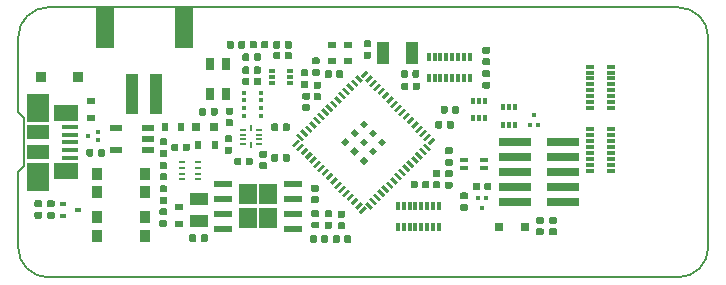
<source format=gbr>
G04 #@! TF.GenerationSoftware,KiCad,Pcbnew,5.1.5+dfsg1-2~bpo10+1*
G04 #@! TF.CreationDate,2020-03-28T11:15:04+01:00*
G04 #@! TF.ProjectId,quickfeather-board,71756963-6b66-4656-9174-6865722d626f,rev?*
G04 #@! TF.SameCoordinates,Original*
G04 #@! TF.FileFunction,Paste,Top*
G04 #@! TF.FilePolarity,Positive*
%FSLAX46Y46*%
G04 Gerber Fmt 4.6, Leading zero omitted, Abs format (unit mm)*
G04 Created by KiCad (PCBNEW 5.1.5+dfsg1-2~bpo10+1) date 2020-03-28 11:15:04*
%MOMM*%
%LPD*%
G04 APERTURE LIST*
%ADD10C,0.150000*%
%ADD11R,0.350000X0.350000*%
%ADD12R,0.750000X0.450000*%
%ADD13R,2.790000X0.740000*%
%ADD14R,0.900000X1.000000*%
%ADD15C,0.100000*%
%ADD16R,0.510000X0.400000*%
%ADD17R,0.800000X0.300000*%
%ADD18R,0.300000X0.800000*%
%ADD19R,1.600000X1.100000*%
%ADD20R,0.170000X0.570000*%
%ADD21R,0.570000X0.170000*%
%ADD22R,0.600000X0.300000*%
%ADD23R,0.300000X0.600000*%
%ADD24R,0.800000X1.000000*%
%ADD25R,0.550000X0.250000*%
%ADD26R,1.500000X0.500000*%
%ADD27R,1.500000X1.800000*%
%ADD28R,1.500000X3.400000*%
%ADD29R,1.000000X3.500000*%
%ADD30R,1.380000X0.450000*%
%ADD31R,2.100000X1.475000*%
%ADD32R,1.900000X1.175000*%
%ADD33R,1.900000X2.375000*%
%ADD34R,0.900000X0.950000*%
%ADD35R,0.800000X0.800000*%
%ADD36R,0.800000X0.600000*%
%ADD37R,0.600000X0.800000*%
%ADD38R,1.100000X1.900000*%
%ADD39R,1.050000X0.600000*%
%ADD40R,0.300000X0.300000*%
G04 APERTURE END LIST*
D10*
X123101100Y-102463600D02*
X123609100Y-102971600D01*
X123609100Y-102971600D02*
X123609100Y-107035600D01*
X123609100Y-107035600D02*
X123101100Y-107543600D01*
X178981100Y-93573600D02*
G75*
G02X181521100Y-96113600I0J-2540000D01*
G01*
X181521100Y-113893600D02*
G75*
G02X178981100Y-116433600I-2540000J0D01*
G01*
X125641100Y-116433600D02*
X178981100Y-116433600D01*
X181521100Y-113893600D02*
X181521100Y-96113600D01*
X178981100Y-93573600D02*
X125641100Y-93573600D01*
X123101100Y-96113600D02*
G75*
G02X125641100Y-93573600I2540000J0D01*
G01*
X123101100Y-96113600D02*
X123101100Y-102463600D01*
X123101100Y-107543600D02*
X123101100Y-113893600D01*
X125641100Y-116433600D02*
G75*
G02X123101100Y-113893600I0J2540000D01*
G01*
D11*
X143675000Y-102760000D03*
X143675000Y-102110000D03*
X143675000Y-101460000D03*
X143675000Y-100810000D03*
X142225000Y-102760000D03*
X142225000Y-102110000D03*
X142225000Y-101460000D03*
X142225000Y-100810000D03*
D12*
X162540000Y-106460000D03*
X162540000Y-107170000D03*
X160840000Y-106470000D03*
X160840000Y-107170000D03*
D13*
X165125000Y-105003600D03*
X169195000Y-105003600D03*
X165125000Y-106273600D03*
X169195000Y-106273600D03*
X165125000Y-107543600D03*
X169195000Y-107543600D03*
X165125000Y-108813600D03*
X169195000Y-108813600D03*
X165125000Y-110083600D03*
X169195000Y-110083600D03*
D14*
X129780000Y-112950000D03*
X133880000Y-112950000D03*
X133880000Y-111350000D03*
X129780000Y-111350000D03*
X129780000Y-109250000D03*
X133880000Y-109250000D03*
X133880000Y-107650000D03*
X129780000Y-107650000D03*
D15*
G36*
X137492258Y-105107410D02*
G01*
X137506576Y-105109534D01*
X137520617Y-105113051D01*
X137534246Y-105117928D01*
X137547331Y-105124117D01*
X137559747Y-105131558D01*
X137571373Y-105140181D01*
X137582098Y-105149902D01*
X137591819Y-105160627D01*
X137600442Y-105172253D01*
X137607883Y-105184669D01*
X137614072Y-105197754D01*
X137618949Y-105211383D01*
X137622466Y-105225424D01*
X137624590Y-105239742D01*
X137625300Y-105254200D01*
X137625300Y-105599200D01*
X137624590Y-105613658D01*
X137622466Y-105627976D01*
X137618949Y-105642017D01*
X137614072Y-105655646D01*
X137607883Y-105668731D01*
X137600442Y-105681147D01*
X137591819Y-105692773D01*
X137582098Y-105703498D01*
X137571373Y-105713219D01*
X137559747Y-105721842D01*
X137547331Y-105729283D01*
X137534246Y-105735472D01*
X137520617Y-105740349D01*
X137506576Y-105743866D01*
X137492258Y-105745990D01*
X137477800Y-105746700D01*
X137182800Y-105746700D01*
X137168342Y-105745990D01*
X137154024Y-105743866D01*
X137139983Y-105740349D01*
X137126354Y-105735472D01*
X137113269Y-105729283D01*
X137100853Y-105721842D01*
X137089227Y-105713219D01*
X137078502Y-105703498D01*
X137068781Y-105692773D01*
X137060158Y-105681147D01*
X137052717Y-105668731D01*
X137046528Y-105655646D01*
X137041651Y-105642017D01*
X137038134Y-105627976D01*
X137036010Y-105613658D01*
X137035300Y-105599200D01*
X137035300Y-105254200D01*
X137036010Y-105239742D01*
X137038134Y-105225424D01*
X137041651Y-105211383D01*
X137046528Y-105197754D01*
X137052717Y-105184669D01*
X137060158Y-105172253D01*
X137068781Y-105160627D01*
X137078502Y-105149902D01*
X137089227Y-105140181D01*
X137100853Y-105131558D01*
X137113269Y-105124117D01*
X137126354Y-105117928D01*
X137139983Y-105113051D01*
X137154024Y-105109534D01*
X137168342Y-105107410D01*
X137182800Y-105106700D01*
X137477800Y-105106700D01*
X137492258Y-105107410D01*
G37*
G36*
X136522258Y-105107410D02*
G01*
X136536576Y-105109534D01*
X136550617Y-105113051D01*
X136564246Y-105117928D01*
X136577331Y-105124117D01*
X136589747Y-105131558D01*
X136601373Y-105140181D01*
X136612098Y-105149902D01*
X136621819Y-105160627D01*
X136630442Y-105172253D01*
X136637883Y-105184669D01*
X136644072Y-105197754D01*
X136648949Y-105211383D01*
X136652466Y-105225424D01*
X136654590Y-105239742D01*
X136655300Y-105254200D01*
X136655300Y-105599200D01*
X136654590Y-105613658D01*
X136652466Y-105627976D01*
X136648949Y-105642017D01*
X136644072Y-105655646D01*
X136637883Y-105668731D01*
X136630442Y-105681147D01*
X136621819Y-105692773D01*
X136612098Y-105703498D01*
X136601373Y-105713219D01*
X136589747Y-105721842D01*
X136577331Y-105729283D01*
X136564246Y-105735472D01*
X136550617Y-105740349D01*
X136536576Y-105743866D01*
X136522258Y-105745990D01*
X136507800Y-105746700D01*
X136212800Y-105746700D01*
X136198342Y-105745990D01*
X136184024Y-105743866D01*
X136169983Y-105740349D01*
X136156354Y-105735472D01*
X136143269Y-105729283D01*
X136130853Y-105721842D01*
X136119227Y-105713219D01*
X136108502Y-105703498D01*
X136098781Y-105692773D01*
X136090158Y-105681147D01*
X136082717Y-105668731D01*
X136076528Y-105655646D01*
X136071651Y-105642017D01*
X136068134Y-105627976D01*
X136066010Y-105613658D01*
X136065300Y-105599200D01*
X136065300Y-105254200D01*
X136066010Y-105239742D01*
X136068134Y-105225424D01*
X136071651Y-105211383D01*
X136076528Y-105197754D01*
X136082717Y-105184669D01*
X136090158Y-105172253D01*
X136098781Y-105160627D01*
X136108502Y-105149902D01*
X136119227Y-105140181D01*
X136130853Y-105131558D01*
X136143269Y-105124117D01*
X136156354Y-105117928D01*
X136169983Y-105113051D01*
X136184024Y-105109534D01*
X136198342Y-105107410D01*
X136212800Y-105106700D01*
X136507800Y-105106700D01*
X136522258Y-105107410D01*
G37*
D16*
X126895300Y-111201700D03*
X126895300Y-110201700D03*
X128195300Y-110701700D03*
D15*
G36*
X153915635Y-105343553D02*
G01*
X153562082Y-104990000D01*
X153915635Y-104636447D01*
X154269188Y-104990000D01*
X153915635Y-105343553D01*
G37*
G36*
X153137817Y-104565736D02*
G01*
X152784264Y-104212183D01*
X153137817Y-103858630D01*
X153491370Y-104212183D01*
X153137817Y-104565736D01*
G37*
G36*
X152360000Y-103787918D02*
G01*
X152006447Y-103434365D01*
X152360000Y-103080812D01*
X152713553Y-103434365D01*
X152360000Y-103787918D01*
G37*
G36*
X153137817Y-106121370D02*
G01*
X152784264Y-105767817D01*
X153137817Y-105414264D01*
X153491370Y-105767817D01*
X153137817Y-106121370D01*
G37*
G36*
X152360000Y-105343553D02*
G01*
X152006447Y-104990000D01*
X152360000Y-104636447D01*
X152713553Y-104990000D01*
X152360000Y-105343553D01*
G37*
G36*
X151582183Y-104565736D02*
G01*
X151228630Y-104212183D01*
X151582183Y-103858630D01*
X151935736Y-104212183D01*
X151582183Y-104565736D01*
G37*
G36*
X152360000Y-106899188D02*
G01*
X152006447Y-106545635D01*
X152360000Y-106192082D01*
X152713553Y-106545635D01*
X152360000Y-106899188D01*
G37*
G36*
X151582183Y-106121370D02*
G01*
X151228630Y-105767817D01*
X151582183Y-105414264D01*
X151935736Y-105767817D01*
X151582183Y-106121370D01*
G37*
G36*
X150804365Y-105343553D02*
G01*
X150450812Y-104990000D01*
X150804365Y-104636447D01*
X151157918Y-104990000D01*
X150804365Y-105343553D01*
G37*
G36*
X147138016Y-104908683D02*
G01*
X146643041Y-104413708D01*
X146833960Y-104222789D01*
X147328935Y-104717764D01*
X147138016Y-104908683D01*
G37*
G36*
X147491570Y-104555130D02*
G01*
X146996595Y-104060155D01*
X147187514Y-103869236D01*
X147682489Y-104364211D01*
X147491570Y-104555130D01*
G37*
G36*
X147845123Y-104201576D02*
G01*
X147350148Y-103706601D01*
X147541067Y-103515682D01*
X148036042Y-104010657D01*
X147845123Y-104201576D01*
G37*
G36*
X148198677Y-103848023D02*
G01*
X147703702Y-103353048D01*
X147894621Y-103162129D01*
X148389596Y-103657104D01*
X148198677Y-103848023D01*
G37*
G36*
X148552230Y-103494469D02*
G01*
X148057255Y-102999494D01*
X148248174Y-102808575D01*
X148743149Y-103303550D01*
X148552230Y-103494469D01*
G37*
G36*
X148905783Y-103140916D02*
G01*
X148410808Y-102645941D01*
X148601727Y-102455022D01*
X149096702Y-102949997D01*
X148905783Y-103140916D01*
G37*
G36*
X149259337Y-102787363D02*
G01*
X148764362Y-102292388D01*
X148955281Y-102101469D01*
X149450256Y-102596444D01*
X149259337Y-102787363D01*
G37*
G36*
X149612890Y-102433809D02*
G01*
X149117915Y-101938834D01*
X149308834Y-101747915D01*
X149803809Y-102242890D01*
X149612890Y-102433809D01*
G37*
G36*
X149966444Y-102080256D02*
G01*
X149471469Y-101585281D01*
X149662388Y-101394362D01*
X150157363Y-101889337D01*
X149966444Y-102080256D01*
G37*
G36*
X150319997Y-101726702D02*
G01*
X149825022Y-101231727D01*
X150015941Y-101040808D01*
X150510916Y-101535783D01*
X150319997Y-101726702D01*
G37*
G36*
X150673550Y-101373149D02*
G01*
X150178575Y-100878174D01*
X150369494Y-100687255D01*
X150864469Y-101182230D01*
X150673550Y-101373149D01*
G37*
G36*
X151027104Y-101019596D02*
G01*
X150532129Y-100524621D01*
X150723048Y-100333702D01*
X151218023Y-100828677D01*
X151027104Y-101019596D01*
G37*
G36*
X151380657Y-100666042D02*
G01*
X150885682Y-100171067D01*
X151076601Y-99980148D01*
X151571576Y-100475123D01*
X151380657Y-100666042D01*
G37*
G36*
X151734211Y-100312489D02*
G01*
X151239236Y-99817514D01*
X151430155Y-99626595D01*
X151925130Y-100121570D01*
X151734211Y-100312489D01*
G37*
G36*
X152087764Y-99958935D02*
G01*
X151592789Y-99463960D01*
X151783708Y-99273041D01*
X152278683Y-99768016D01*
X152087764Y-99958935D01*
G37*
G36*
X152773658Y-99110407D02*
G01*
X152306967Y-99577098D01*
X152116048Y-99386179D01*
X152582739Y-98919488D01*
X152773658Y-99110407D01*
G37*
G36*
X153127211Y-99463960D02*
G01*
X152632236Y-99958935D01*
X152441317Y-99768016D01*
X152936292Y-99273041D01*
X153127211Y-99463960D01*
G37*
G36*
X153480764Y-99817514D02*
G01*
X152985789Y-100312489D01*
X152794870Y-100121570D01*
X153289845Y-99626595D01*
X153480764Y-99817514D01*
G37*
G36*
X153834318Y-100171067D02*
G01*
X153339343Y-100666042D01*
X153148424Y-100475123D01*
X153643399Y-99980148D01*
X153834318Y-100171067D01*
G37*
G36*
X154187871Y-100524621D02*
G01*
X153692896Y-101019596D01*
X153501977Y-100828677D01*
X153996952Y-100333702D01*
X154187871Y-100524621D01*
G37*
G36*
X154541425Y-100878174D02*
G01*
X154046450Y-101373149D01*
X153855531Y-101182230D01*
X154350506Y-100687255D01*
X154541425Y-100878174D01*
G37*
G36*
X154894978Y-101231727D02*
G01*
X154400003Y-101726702D01*
X154209084Y-101535783D01*
X154704059Y-101040808D01*
X154894978Y-101231727D01*
G37*
G36*
X155248531Y-101585281D02*
G01*
X154753556Y-102080256D01*
X154562637Y-101889337D01*
X155057612Y-101394362D01*
X155248531Y-101585281D01*
G37*
G36*
X155602085Y-101938834D02*
G01*
X155107110Y-102433809D01*
X154916191Y-102242890D01*
X155411166Y-101747915D01*
X155602085Y-101938834D01*
G37*
G36*
X155955638Y-102292388D02*
G01*
X155460663Y-102787363D01*
X155269744Y-102596444D01*
X155764719Y-102101469D01*
X155955638Y-102292388D01*
G37*
G36*
X156309192Y-102645941D02*
G01*
X155814217Y-103140916D01*
X155623298Y-102949997D01*
X156118273Y-102455022D01*
X156309192Y-102645941D01*
G37*
G36*
X156662745Y-102999494D02*
G01*
X156167770Y-103494469D01*
X155976851Y-103303550D01*
X156471826Y-102808575D01*
X156662745Y-102999494D01*
G37*
G36*
X157016298Y-103353048D02*
G01*
X156521323Y-103848023D01*
X156330404Y-103657104D01*
X156825379Y-103162129D01*
X157016298Y-103353048D01*
G37*
G36*
X157369852Y-103706601D02*
G01*
X156874877Y-104201576D01*
X156683958Y-104010657D01*
X157178933Y-103515682D01*
X157369852Y-103706601D01*
G37*
G36*
X157723405Y-104060155D02*
G01*
X157228430Y-104555130D01*
X157037511Y-104364211D01*
X157532486Y-103869236D01*
X157723405Y-104060155D01*
G37*
G36*
X158076959Y-104413708D02*
G01*
X157581984Y-104908683D01*
X157391065Y-104717764D01*
X157886040Y-104222789D01*
X158076959Y-104413708D01*
G37*
G36*
X158430512Y-104767261D02*
G01*
X157963821Y-105233952D01*
X157772902Y-105043033D01*
X158239593Y-104576342D01*
X158430512Y-104767261D01*
G37*
G36*
X157886040Y-105757211D02*
G01*
X157391065Y-105262236D01*
X157581984Y-105071317D01*
X158076959Y-105566292D01*
X157886040Y-105757211D01*
G37*
G36*
X157532486Y-106110764D02*
G01*
X157037511Y-105615789D01*
X157228430Y-105424870D01*
X157723405Y-105919845D01*
X157532486Y-106110764D01*
G37*
G36*
X157178933Y-106464318D02*
G01*
X156683958Y-105969343D01*
X156874877Y-105778424D01*
X157369852Y-106273399D01*
X157178933Y-106464318D01*
G37*
G36*
X156825379Y-106817871D02*
G01*
X156330404Y-106322896D01*
X156521323Y-106131977D01*
X157016298Y-106626952D01*
X156825379Y-106817871D01*
G37*
G36*
X156471826Y-107171425D02*
G01*
X155976851Y-106676450D01*
X156167770Y-106485531D01*
X156662745Y-106980506D01*
X156471826Y-107171425D01*
G37*
G36*
X156118273Y-107524978D02*
G01*
X155623298Y-107030003D01*
X155814217Y-106839084D01*
X156309192Y-107334059D01*
X156118273Y-107524978D01*
G37*
G36*
X155764719Y-107878531D02*
G01*
X155269744Y-107383556D01*
X155460663Y-107192637D01*
X155955638Y-107687612D01*
X155764719Y-107878531D01*
G37*
G36*
X155411166Y-108232085D02*
G01*
X154916191Y-107737110D01*
X155107110Y-107546191D01*
X155602085Y-108041166D01*
X155411166Y-108232085D01*
G37*
G36*
X155057612Y-108585638D02*
G01*
X154562637Y-108090663D01*
X154753556Y-107899744D01*
X155248531Y-108394719D01*
X155057612Y-108585638D01*
G37*
G36*
X154704059Y-108939192D02*
G01*
X154209084Y-108444217D01*
X154400003Y-108253298D01*
X154894978Y-108748273D01*
X154704059Y-108939192D01*
G37*
G36*
X154350506Y-109292745D02*
G01*
X153855531Y-108797770D01*
X154046450Y-108606851D01*
X154541425Y-109101826D01*
X154350506Y-109292745D01*
G37*
G36*
X153996952Y-109646298D02*
G01*
X153501977Y-109151323D01*
X153692896Y-108960404D01*
X154187871Y-109455379D01*
X153996952Y-109646298D01*
G37*
G36*
X153643399Y-109999852D02*
G01*
X153148424Y-109504877D01*
X153339343Y-109313958D01*
X153834318Y-109808933D01*
X153643399Y-109999852D01*
G37*
G36*
X153289845Y-110353405D02*
G01*
X152794870Y-109858430D01*
X152985789Y-109667511D01*
X153480764Y-110162486D01*
X153289845Y-110353405D01*
G37*
G36*
X152936292Y-110706959D02*
G01*
X152441317Y-110211984D01*
X152632236Y-110021065D01*
X153127211Y-110516040D01*
X152936292Y-110706959D01*
G37*
G36*
X152603952Y-110593821D02*
G01*
X152137261Y-111060512D01*
X151946342Y-110869593D01*
X152413033Y-110402902D01*
X152603952Y-110593821D01*
G37*
G36*
X152278683Y-110211984D02*
G01*
X151783708Y-110706959D01*
X151592789Y-110516040D01*
X152087764Y-110021065D01*
X152278683Y-110211984D01*
G37*
G36*
X151925130Y-109858430D02*
G01*
X151430155Y-110353405D01*
X151239236Y-110162486D01*
X151734211Y-109667511D01*
X151925130Y-109858430D01*
G37*
G36*
X151571576Y-109504877D02*
G01*
X151076601Y-109999852D01*
X150885682Y-109808933D01*
X151380657Y-109313958D01*
X151571576Y-109504877D01*
G37*
G36*
X151218023Y-109151323D02*
G01*
X150723048Y-109646298D01*
X150532129Y-109455379D01*
X151027104Y-108960404D01*
X151218023Y-109151323D01*
G37*
G36*
X150864469Y-108797770D02*
G01*
X150369494Y-109292745D01*
X150178575Y-109101826D01*
X150673550Y-108606851D01*
X150864469Y-108797770D01*
G37*
G36*
X150510916Y-108444217D02*
G01*
X150015941Y-108939192D01*
X149825022Y-108748273D01*
X150319997Y-108253298D01*
X150510916Y-108444217D01*
G37*
G36*
X150157363Y-108090663D02*
G01*
X149662388Y-108585638D01*
X149471469Y-108394719D01*
X149966444Y-107899744D01*
X150157363Y-108090663D01*
G37*
G36*
X149803809Y-107737110D02*
G01*
X149308834Y-108232085D01*
X149117915Y-108041166D01*
X149612890Y-107546191D01*
X149803809Y-107737110D01*
G37*
G36*
X149450256Y-107383556D02*
G01*
X148955281Y-107878531D01*
X148764362Y-107687612D01*
X149259337Y-107192637D01*
X149450256Y-107383556D01*
G37*
G36*
X149096702Y-107030003D02*
G01*
X148601727Y-107524978D01*
X148410808Y-107334059D01*
X148905783Y-106839084D01*
X149096702Y-107030003D01*
G37*
G36*
X148743149Y-106676450D02*
G01*
X148248174Y-107171425D01*
X148057255Y-106980506D01*
X148552230Y-106485531D01*
X148743149Y-106676450D01*
G37*
G36*
X148389596Y-106322896D02*
G01*
X147894621Y-106817871D01*
X147703702Y-106626952D01*
X148198677Y-106131977D01*
X148389596Y-106322896D01*
G37*
G36*
X148036042Y-105969343D02*
G01*
X147541067Y-106464318D01*
X147350148Y-106273399D01*
X147845123Y-105778424D01*
X148036042Y-105969343D01*
G37*
G36*
X147682489Y-105615789D02*
G01*
X147187514Y-106110764D01*
X146996595Y-105919845D01*
X147491570Y-105424870D01*
X147682489Y-105615789D01*
G37*
G36*
X147328935Y-105262236D02*
G01*
X146833960Y-105757211D01*
X146643041Y-105566292D01*
X147138016Y-105071317D01*
X147328935Y-105262236D01*
G37*
G36*
X146947098Y-104936967D02*
G01*
X146480407Y-105403658D01*
X146289488Y-105212739D01*
X146756179Y-104746048D01*
X146947098Y-104936967D01*
G37*
G36*
X126057258Y-110892410D02*
G01*
X126071576Y-110894534D01*
X126085617Y-110898051D01*
X126099246Y-110902928D01*
X126112331Y-110909117D01*
X126124747Y-110916558D01*
X126136373Y-110925181D01*
X126147098Y-110934902D01*
X126156819Y-110945627D01*
X126165442Y-110957253D01*
X126172883Y-110969669D01*
X126179072Y-110982754D01*
X126183949Y-110996383D01*
X126187466Y-111010424D01*
X126189590Y-111024742D01*
X126190300Y-111039200D01*
X126190300Y-111334200D01*
X126189590Y-111348658D01*
X126187466Y-111362976D01*
X126183949Y-111377017D01*
X126179072Y-111390646D01*
X126172883Y-111403731D01*
X126165442Y-111416147D01*
X126156819Y-111427773D01*
X126147098Y-111438498D01*
X126136373Y-111448219D01*
X126124747Y-111456842D01*
X126112331Y-111464283D01*
X126099246Y-111470472D01*
X126085617Y-111475349D01*
X126071576Y-111478866D01*
X126057258Y-111480990D01*
X126042800Y-111481700D01*
X125697800Y-111481700D01*
X125683342Y-111480990D01*
X125669024Y-111478866D01*
X125654983Y-111475349D01*
X125641354Y-111470472D01*
X125628269Y-111464283D01*
X125615853Y-111456842D01*
X125604227Y-111448219D01*
X125593502Y-111438498D01*
X125583781Y-111427773D01*
X125575158Y-111416147D01*
X125567717Y-111403731D01*
X125561528Y-111390646D01*
X125556651Y-111377017D01*
X125553134Y-111362976D01*
X125551010Y-111348658D01*
X125550300Y-111334200D01*
X125550300Y-111039200D01*
X125551010Y-111024742D01*
X125553134Y-111010424D01*
X125556651Y-110996383D01*
X125561528Y-110982754D01*
X125567717Y-110969669D01*
X125575158Y-110957253D01*
X125583781Y-110945627D01*
X125593502Y-110934902D01*
X125604227Y-110925181D01*
X125615853Y-110916558D01*
X125628269Y-110909117D01*
X125641354Y-110902928D01*
X125654983Y-110898051D01*
X125669024Y-110894534D01*
X125683342Y-110892410D01*
X125697800Y-110891700D01*
X126042800Y-110891700D01*
X126057258Y-110892410D01*
G37*
G36*
X126057258Y-109922410D02*
G01*
X126071576Y-109924534D01*
X126085617Y-109928051D01*
X126099246Y-109932928D01*
X126112331Y-109939117D01*
X126124747Y-109946558D01*
X126136373Y-109955181D01*
X126147098Y-109964902D01*
X126156819Y-109975627D01*
X126165442Y-109987253D01*
X126172883Y-109999669D01*
X126179072Y-110012754D01*
X126183949Y-110026383D01*
X126187466Y-110040424D01*
X126189590Y-110054742D01*
X126190300Y-110069200D01*
X126190300Y-110364200D01*
X126189590Y-110378658D01*
X126187466Y-110392976D01*
X126183949Y-110407017D01*
X126179072Y-110420646D01*
X126172883Y-110433731D01*
X126165442Y-110446147D01*
X126156819Y-110457773D01*
X126147098Y-110468498D01*
X126136373Y-110478219D01*
X126124747Y-110486842D01*
X126112331Y-110494283D01*
X126099246Y-110500472D01*
X126085617Y-110505349D01*
X126071576Y-110508866D01*
X126057258Y-110510990D01*
X126042800Y-110511700D01*
X125697800Y-110511700D01*
X125683342Y-110510990D01*
X125669024Y-110508866D01*
X125654983Y-110505349D01*
X125641354Y-110500472D01*
X125628269Y-110494283D01*
X125615853Y-110486842D01*
X125604227Y-110478219D01*
X125593502Y-110468498D01*
X125583781Y-110457773D01*
X125575158Y-110446147D01*
X125567717Y-110433731D01*
X125561528Y-110420646D01*
X125556651Y-110407017D01*
X125553134Y-110392976D01*
X125551010Y-110378658D01*
X125550300Y-110364200D01*
X125550300Y-110069200D01*
X125551010Y-110054742D01*
X125553134Y-110040424D01*
X125556651Y-110026383D01*
X125561528Y-110012754D01*
X125567717Y-109999669D01*
X125575158Y-109987253D01*
X125583781Y-109975627D01*
X125593502Y-109964902D01*
X125604227Y-109955181D01*
X125615853Y-109946558D01*
X125628269Y-109939117D01*
X125641354Y-109932928D01*
X125654983Y-109928051D01*
X125669024Y-109924534D01*
X125683342Y-109922410D01*
X125697800Y-109921700D01*
X126042800Y-109921700D01*
X126057258Y-109922410D01*
G37*
D17*
X173311000Y-106893000D03*
X173311000Y-105893000D03*
X173311000Y-106393000D03*
X173311000Y-105393000D03*
X173311000Y-104893000D03*
X173311000Y-104393000D03*
X171511000Y-106893000D03*
X171511000Y-106393000D03*
X171511000Y-105893000D03*
X171511000Y-105393000D03*
X171511000Y-104893000D03*
X171511000Y-104393000D03*
X173311000Y-107393000D03*
X171511000Y-107393000D03*
X173311000Y-103893000D03*
X171511000Y-103893000D03*
D18*
X158240000Y-110360000D03*
X157240000Y-110360000D03*
X157740000Y-110360000D03*
X156740000Y-110360000D03*
X156240000Y-110360000D03*
X155740000Y-110360000D03*
X158240000Y-112160000D03*
X157740000Y-112160000D03*
X157240000Y-112160000D03*
X156740000Y-112160000D03*
X156240000Y-112160000D03*
X155740000Y-112160000D03*
X158740000Y-110360000D03*
X158740000Y-112160000D03*
X155240000Y-110360000D03*
X155240000Y-112160000D03*
D17*
X173311000Y-101593000D03*
X173311000Y-100593000D03*
X173311000Y-101093000D03*
X173311000Y-100093000D03*
X173311000Y-99593000D03*
X173311000Y-99093000D03*
X171511000Y-101593000D03*
X171511000Y-101093000D03*
X171511000Y-100593000D03*
X171511000Y-100093000D03*
X171511000Y-99593000D03*
X171511000Y-99093000D03*
X173311000Y-102093000D03*
X171511000Y-102093000D03*
X173311000Y-98593000D03*
X171511000Y-98593000D03*
D18*
X160850000Y-97740000D03*
X159850000Y-97740000D03*
X160350000Y-97740000D03*
X159350000Y-97740000D03*
X158850000Y-97740000D03*
X158350000Y-97740000D03*
X160850000Y-99540000D03*
X160350000Y-99540000D03*
X159850000Y-99540000D03*
X159350000Y-99540000D03*
X158850000Y-99540000D03*
X158350000Y-99540000D03*
X161350000Y-97740000D03*
X161350000Y-99540000D03*
X157850000Y-97740000D03*
X157850000Y-99540000D03*
D19*
X138380000Y-109830000D03*
X138380000Y-111630000D03*
D20*
X142800000Y-105240000D03*
D21*
X142100000Y-105145000D03*
X142100000Y-104750000D03*
X142100000Y-104350000D03*
X142100000Y-103950000D03*
D20*
X142800000Y-103800000D03*
D21*
X143500000Y-103950000D03*
X143500000Y-104350000D03*
X143500000Y-104750000D03*
X143500000Y-105145000D03*
D22*
X144630000Y-98940000D03*
X144630000Y-99440000D03*
X144630000Y-99940000D03*
X146130000Y-99940000D03*
X146130000Y-99440000D03*
X146130000Y-98940000D03*
D23*
X165140000Y-102010000D03*
X164640000Y-102010000D03*
X164140000Y-102010000D03*
X164140000Y-103510000D03*
X164640000Y-103510000D03*
X165140000Y-103510000D03*
X162590000Y-101480000D03*
X162090000Y-101480000D03*
X161590000Y-101480000D03*
X161590000Y-102980000D03*
X162090000Y-102980000D03*
X162590000Y-102980000D03*
D24*
X140700000Y-98380000D03*
X140700000Y-100880000D03*
X139300000Y-100880000D03*
X139300000Y-98380000D03*
D15*
G36*
X148486958Y-97820710D02*
G01*
X148501276Y-97822834D01*
X148515317Y-97826351D01*
X148528946Y-97831228D01*
X148542031Y-97837417D01*
X148554447Y-97844858D01*
X148566073Y-97853481D01*
X148576798Y-97863202D01*
X148586519Y-97873927D01*
X148595142Y-97885553D01*
X148602583Y-97897969D01*
X148608772Y-97911054D01*
X148613649Y-97924683D01*
X148617166Y-97938724D01*
X148619290Y-97953042D01*
X148620000Y-97967500D01*
X148620000Y-98262500D01*
X148619290Y-98276958D01*
X148617166Y-98291276D01*
X148613649Y-98305317D01*
X148608772Y-98318946D01*
X148602583Y-98332031D01*
X148595142Y-98344447D01*
X148586519Y-98356073D01*
X148576798Y-98366798D01*
X148566073Y-98376519D01*
X148554447Y-98385142D01*
X148542031Y-98392583D01*
X148528946Y-98398772D01*
X148515317Y-98403649D01*
X148501276Y-98407166D01*
X148486958Y-98409290D01*
X148472500Y-98410000D01*
X148127500Y-98410000D01*
X148113042Y-98409290D01*
X148098724Y-98407166D01*
X148084683Y-98403649D01*
X148071054Y-98398772D01*
X148057969Y-98392583D01*
X148045553Y-98385142D01*
X148033927Y-98376519D01*
X148023202Y-98366798D01*
X148013481Y-98356073D01*
X148004858Y-98344447D01*
X147997417Y-98332031D01*
X147991228Y-98318946D01*
X147986351Y-98305317D01*
X147982834Y-98291276D01*
X147980710Y-98276958D01*
X147980000Y-98262500D01*
X147980000Y-97967500D01*
X147980710Y-97953042D01*
X147982834Y-97938724D01*
X147986351Y-97924683D01*
X147991228Y-97911054D01*
X147997417Y-97897969D01*
X148004858Y-97885553D01*
X148013481Y-97873927D01*
X148023202Y-97863202D01*
X148033927Y-97853481D01*
X148045553Y-97844858D01*
X148057969Y-97837417D01*
X148071054Y-97831228D01*
X148084683Y-97826351D01*
X148098724Y-97822834D01*
X148113042Y-97820710D01*
X148127500Y-97820000D01*
X148472500Y-97820000D01*
X148486958Y-97820710D01*
G37*
G36*
X148486958Y-98790710D02*
G01*
X148501276Y-98792834D01*
X148515317Y-98796351D01*
X148528946Y-98801228D01*
X148542031Y-98807417D01*
X148554447Y-98814858D01*
X148566073Y-98823481D01*
X148576798Y-98833202D01*
X148586519Y-98843927D01*
X148595142Y-98855553D01*
X148602583Y-98867969D01*
X148608772Y-98881054D01*
X148613649Y-98894683D01*
X148617166Y-98908724D01*
X148619290Y-98923042D01*
X148620000Y-98937500D01*
X148620000Y-99232500D01*
X148619290Y-99246958D01*
X148617166Y-99261276D01*
X148613649Y-99275317D01*
X148608772Y-99288946D01*
X148602583Y-99302031D01*
X148595142Y-99314447D01*
X148586519Y-99326073D01*
X148576798Y-99336798D01*
X148566073Y-99346519D01*
X148554447Y-99355142D01*
X148542031Y-99362583D01*
X148528946Y-99368772D01*
X148515317Y-99373649D01*
X148501276Y-99377166D01*
X148486958Y-99379290D01*
X148472500Y-99380000D01*
X148127500Y-99380000D01*
X148113042Y-99379290D01*
X148098724Y-99377166D01*
X148084683Y-99373649D01*
X148071054Y-99368772D01*
X148057969Y-99362583D01*
X148045553Y-99355142D01*
X148033927Y-99346519D01*
X148023202Y-99336798D01*
X148013481Y-99326073D01*
X148004858Y-99314447D01*
X147997417Y-99302031D01*
X147991228Y-99288946D01*
X147986351Y-99275317D01*
X147982834Y-99261276D01*
X147980710Y-99246958D01*
X147980000Y-99232500D01*
X147980000Y-98937500D01*
X147980710Y-98923042D01*
X147982834Y-98908724D01*
X147986351Y-98894683D01*
X147991228Y-98881054D01*
X147997417Y-98867969D01*
X148004858Y-98855553D01*
X148013481Y-98843927D01*
X148023202Y-98833202D01*
X148033927Y-98823481D01*
X148045553Y-98814858D01*
X148057969Y-98807417D01*
X148071054Y-98801228D01*
X148084683Y-98796351D01*
X148098724Y-98792834D01*
X148113042Y-98790710D01*
X148127500Y-98790000D01*
X148472500Y-98790000D01*
X148486958Y-98790710D01*
G37*
D25*
X138285000Y-106650000D03*
X138285000Y-107150000D03*
X138285000Y-107650000D03*
X138285000Y-108150000D03*
X136935000Y-108150000D03*
X136935000Y-107650000D03*
X136935000Y-107150000D03*
X136935000Y-106650000D03*
D26*
X140400000Y-108495000D03*
X140400000Y-109765000D03*
X140400000Y-111035000D03*
X140400000Y-112305000D03*
X146400000Y-112305000D03*
X146400000Y-111035000D03*
X146400000Y-109765000D03*
X146400000Y-108495000D03*
D27*
X142550000Y-109400000D03*
X142550000Y-111400000D03*
X144250000Y-109400000D03*
X144250000Y-111400000D03*
D28*
X137119100Y-95350000D03*
X130419100Y-95350000D03*
D29*
X134769100Y-100900000D03*
X132769100Y-100900000D03*
D30*
X127480000Y-106303600D03*
X127480000Y-105653600D03*
X127480000Y-105003600D03*
X127480000Y-104353600D03*
X127480000Y-103703600D03*
D31*
X127120000Y-102541100D03*
D32*
X124820000Y-104166100D03*
D33*
X124820000Y-107916100D03*
X124820000Y-102091100D03*
D32*
X124820000Y-105841100D03*
D31*
X127120000Y-107466100D03*
D34*
X128175000Y-99450000D03*
X125025000Y-99450000D03*
D35*
X138180000Y-103730000D03*
X139680000Y-103730000D03*
D36*
X129290000Y-102930000D03*
X129290000Y-101530000D03*
D37*
X139750000Y-105200000D03*
X138350000Y-105200000D03*
X135490000Y-103720000D03*
X136890000Y-103720000D03*
D36*
X136680000Y-111880000D03*
X136680000Y-110480000D03*
D15*
G36*
X129336958Y-105570710D02*
G01*
X129351276Y-105572834D01*
X129365317Y-105576351D01*
X129378946Y-105581228D01*
X129392031Y-105587417D01*
X129404447Y-105594858D01*
X129416073Y-105603481D01*
X129426798Y-105613202D01*
X129436519Y-105623927D01*
X129445142Y-105635553D01*
X129452583Y-105647969D01*
X129458772Y-105661054D01*
X129463649Y-105674683D01*
X129467166Y-105688724D01*
X129469290Y-105703042D01*
X129470000Y-105717500D01*
X129470000Y-106062500D01*
X129469290Y-106076958D01*
X129467166Y-106091276D01*
X129463649Y-106105317D01*
X129458772Y-106118946D01*
X129452583Y-106132031D01*
X129445142Y-106144447D01*
X129436519Y-106156073D01*
X129426798Y-106166798D01*
X129416073Y-106176519D01*
X129404447Y-106185142D01*
X129392031Y-106192583D01*
X129378946Y-106198772D01*
X129365317Y-106203649D01*
X129351276Y-106207166D01*
X129336958Y-106209290D01*
X129322500Y-106210000D01*
X129027500Y-106210000D01*
X129013042Y-106209290D01*
X128998724Y-106207166D01*
X128984683Y-106203649D01*
X128971054Y-106198772D01*
X128957969Y-106192583D01*
X128945553Y-106185142D01*
X128933927Y-106176519D01*
X128923202Y-106166798D01*
X128913481Y-106156073D01*
X128904858Y-106144447D01*
X128897417Y-106132031D01*
X128891228Y-106118946D01*
X128886351Y-106105317D01*
X128882834Y-106091276D01*
X128880710Y-106076958D01*
X128880000Y-106062500D01*
X128880000Y-105717500D01*
X128880710Y-105703042D01*
X128882834Y-105688724D01*
X128886351Y-105674683D01*
X128891228Y-105661054D01*
X128897417Y-105647969D01*
X128904858Y-105635553D01*
X128913481Y-105623927D01*
X128923202Y-105613202D01*
X128933927Y-105603481D01*
X128945553Y-105594858D01*
X128957969Y-105587417D01*
X128971054Y-105581228D01*
X128984683Y-105576351D01*
X128998724Y-105572834D01*
X129013042Y-105570710D01*
X129027500Y-105570000D01*
X129322500Y-105570000D01*
X129336958Y-105570710D01*
G37*
G36*
X130306958Y-105570710D02*
G01*
X130321276Y-105572834D01*
X130335317Y-105576351D01*
X130348946Y-105581228D01*
X130362031Y-105587417D01*
X130374447Y-105594858D01*
X130386073Y-105603481D01*
X130396798Y-105613202D01*
X130406519Y-105623927D01*
X130415142Y-105635553D01*
X130422583Y-105647969D01*
X130428772Y-105661054D01*
X130433649Y-105674683D01*
X130437166Y-105688724D01*
X130439290Y-105703042D01*
X130440000Y-105717500D01*
X130440000Y-106062500D01*
X130439290Y-106076958D01*
X130437166Y-106091276D01*
X130433649Y-106105317D01*
X130428772Y-106118946D01*
X130422583Y-106132031D01*
X130415142Y-106144447D01*
X130406519Y-106156073D01*
X130396798Y-106166798D01*
X130386073Y-106176519D01*
X130374447Y-106185142D01*
X130362031Y-106192583D01*
X130348946Y-106198772D01*
X130335317Y-106203649D01*
X130321276Y-106207166D01*
X130306958Y-106209290D01*
X130292500Y-106210000D01*
X129997500Y-106210000D01*
X129983042Y-106209290D01*
X129968724Y-106207166D01*
X129954683Y-106203649D01*
X129941054Y-106198772D01*
X129927969Y-106192583D01*
X129915553Y-106185142D01*
X129903927Y-106176519D01*
X129893202Y-106166798D01*
X129883481Y-106156073D01*
X129874858Y-106144447D01*
X129867417Y-106132031D01*
X129861228Y-106118946D01*
X129856351Y-106105317D01*
X129852834Y-106091276D01*
X129850710Y-106076958D01*
X129850000Y-106062500D01*
X129850000Y-105717500D01*
X129850710Y-105703042D01*
X129852834Y-105688724D01*
X129856351Y-105674683D01*
X129861228Y-105661054D01*
X129867417Y-105647969D01*
X129874858Y-105635553D01*
X129883481Y-105623927D01*
X129893202Y-105613202D01*
X129903927Y-105603481D01*
X129915553Y-105594858D01*
X129927969Y-105587417D01*
X129941054Y-105581228D01*
X129954683Y-105576351D01*
X129968724Y-105572834D01*
X129983042Y-105570710D01*
X129997500Y-105570000D01*
X130292500Y-105570000D01*
X130306958Y-105570710D01*
G37*
G36*
X135586958Y-105650710D02*
G01*
X135601276Y-105652834D01*
X135615317Y-105656351D01*
X135628946Y-105661228D01*
X135642031Y-105667417D01*
X135654447Y-105674858D01*
X135666073Y-105683481D01*
X135676798Y-105693202D01*
X135686519Y-105703927D01*
X135695142Y-105715553D01*
X135702583Y-105727969D01*
X135708772Y-105741054D01*
X135713649Y-105754683D01*
X135717166Y-105768724D01*
X135719290Y-105783042D01*
X135720000Y-105797500D01*
X135720000Y-106092500D01*
X135719290Y-106106958D01*
X135717166Y-106121276D01*
X135713649Y-106135317D01*
X135708772Y-106148946D01*
X135702583Y-106162031D01*
X135695142Y-106174447D01*
X135686519Y-106186073D01*
X135676798Y-106196798D01*
X135666073Y-106206519D01*
X135654447Y-106215142D01*
X135642031Y-106222583D01*
X135628946Y-106228772D01*
X135615317Y-106233649D01*
X135601276Y-106237166D01*
X135586958Y-106239290D01*
X135572500Y-106240000D01*
X135227500Y-106240000D01*
X135213042Y-106239290D01*
X135198724Y-106237166D01*
X135184683Y-106233649D01*
X135171054Y-106228772D01*
X135157969Y-106222583D01*
X135145553Y-106215142D01*
X135133927Y-106206519D01*
X135123202Y-106196798D01*
X135113481Y-106186073D01*
X135104858Y-106174447D01*
X135097417Y-106162031D01*
X135091228Y-106148946D01*
X135086351Y-106135317D01*
X135082834Y-106121276D01*
X135080710Y-106106958D01*
X135080000Y-106092500D01*
X135080000Y-105797500D01*
X135080710Y-105783042D01*
X135082834Y-105768724D01*
X135086351Y-105754683D01*
X135091228Y-105741054D01*
X135097417Y-105727969D01*
X135104858Y-105715553D01*
X135113481Y-105703927D01*
X135123202Y-105693202D01*
X135133927Y-105683481D01*
X135145553Y-105674858D01*
X135157969Y-105667417D01*
X135171054Y-105661228D01*
X135184683Y-105656351D01*
X135198724Y-105652834D01*
X135213042Y-105650710D01*
X135227500Y-105650000D01*
X135572500Y-105650000D01*
X135586958Y-105650710D01*
G37*
G36*
X135586958Y-104680710D02*
G01*
X135601276Y-104682834D01*
X135615317Y-104686351D01*
X135628946Y-104691228D01*
X135642031Y-104697417D01*
X135654447Y-104704858D01*
X135666073Y-104713481D01*
X135676798Y-104723202D01*
X135686519Y-104733927D01*
X135695142Y-104745553D01*
X135702583Y-104757969D01*
X135708772Y-104771054D01*
X135713649Y-104784683D01*
X135717166Y-104798724D01*
X135719290Y-104813042D01*
X135720000Y-104827500D01*
X135720000Y-105122500D01*
X135719290Y-105136958D01*
X135717166Y-105151276D01*
X135713649Y-105165317D01*
X135708772Y-105178946D01*
X135702583Y-105192031D01*
X135695142Y-105204447D01*
X135686519Y-105216073D01*
X135676798Y-105226798D01*
X135666073Y-105236519D01*
X135654447Y-105245142D01*
X135642031Y-105252583D01*
X135628946Y-105258772D01*
X135615317Y-105263649D01*
X135601276Y-105267166D01*
X135586958Y-105269290D01*
X135572500Y-105270000D01*
X135227500Y-105270000D01*
X135213042Y-105269290D01*
X135198724Y-105267166D01*
X135184683Y-105263649D01*
X135171054Y-105258772D01*
X135157969Y-105252583D01*
X135145553Y-105245142D01*
X135133927Y-105236519D01*
X135123202Y-105226798D01*
X135113481Y-105216073D01*
X135104858Y-105204447D01*
X135097417Y-105192031D01*
X135091228Y-105178946D01*
X135086351Y-105165317D01*
X135082834Y-105151276D01*
X135080710Y-105136958D01*
X135080000Y-105122500D01*
X135080000Y-104827500D01*
X135080710Y-104813042D01*
X135082834Y-104798724D01*
X135086351Y-104784683D01*
X135091228Y-104771054D01*
X135097417Y-104757969D01*
X135104858Y-104745553D01*
X135113481Y-104733927D01*
X135123202Y-104723202D01*
X135133927Y-104713481D01*
X135145553Y-104704858D01*
X135157969Y-104697417D01*
X135171054Y-104691228D01*
X135184683Y-104686351D01*
X135198724Y-104682834D01*
X135213042Y-104680710D01*
X135227500Y-104680000D01*
X135572500Y-104680000D01*
X135586958Y-104680710D01*
G37*
G36*
X135586958Y-108660710D02*
G01*
X135601276Y-108662834D01*
X135615317Y-108666351D01*
X135628946Y-108671228D01*
X135642031Y-108677417D01*
X135654447Y-108684858D01*
X135666073Y-108693481D01*
X135676798Y-108703202D01*
X135686519Y-108713927D01*
X135695142Y-108725553D01*
X135702583Y-108737969D01*
X135708772Y-108751054D01*
X135713649Y-108764683D01*
X135717166Y-108778724D01*
X135719290Y-108793042D01*
X135720000Y-108807500D01*
X135720000Y-109102500D01*
X135719290Y-109116958D01*
X135717166Y-109131276D01*
X135713649Y-109145317D01*
X135708772Y-109158946D01*
X135702583Y-109172031D01*
X135695142Y-109184447D01*
X135686519Y-109196073D01*
X135676798Y-109206798D01*
X135666073Y-109216519D01*
X135654447Y-109225142D01*
X135642031Y-109232583D01*
X135628946Y-109238772D01*
X135615317Y-109243649D01*
X135601276Y-109247166D01*
X135586958Y-109249290D01*
X135572500Y-109250000D01*
X135227500Y-109250000D01*
X135213042Y-109249290D01*
X135198724Y-109247166D01*
X135184683Y-109243649D01*
X135171054Y-109238772D01*
X135157969Y-109232583D01*
X135145553Y-109225142D01*
X135133927Y-109216519D01*
X135123202Y-109206798D01*
X135113481Y-109196073D01*
X135104858Y-109184447D01*
X135097417Y-109172031D01*
X135091228Y-109158946D01*
X135086351Y-109145317D01*
X135082834Y-109131276D01*
X135080710Y-109116958D01*
X135080000Y-109102500D01*
X135080000Y-108807500D01*
X135080710Y-108793042D01*
X135082834Y-108778724D01*
X135086351Y-108764683D01*
X135091228Y-108751054D01*
X135097417Y-108737969D01*
X135104858Y-108725553D01*
X135113481Y-108713927D01*
X135123202Y-108703202D01*
X135133927Y-108693481D01*
X135145553Y-108684858D01*
X135157969Y-108677417D01*
X135171054Y-108671228D01*
X135184683Y-108666351D01*
X135198724Y-108662834D01*
X135213042Y-108660710D01*
X135227500Y-108660000D01*
X135572500Y-108660000D01*
X135586958Y-108660710D01*
G37*
G36*
X135586958Y-109630710D02*
G01*
X135601276Y-109632834D01*
X135615317Y-109636351D01*
X135628946Y-109641228D01*
X135642031Y-109647417D01*
X135654447Y-109654858D01*
X135666073Y-109663481D01*
X135676798Y-109673202D01*
X135686519Y-109683927D01*
X135695142Y-109695553D01*
X135702583Y-109707969D01*
X135708772Y-109721054D01*
X135713649Y-109734683D01*
X135717166Y-109748724D01*
X135719290Y-109763042D01*
X135720000Y-109777500D01*
X135720000Y-110072500D01*
X135719290Y-110086958D01*
X135717166Y-110101276D01*
X135713649Y-110115317D01*
X135708772Y-110128946D01*
X135702583Y-110142031D01*
X135695142Y-110154447D01*
X135686519Y-110166073D01*
X135676798Y-110176798D01*
X135666073Y-110186519D01*
X135654447Y-110195142D01*
X135642031Y-110202583D01*
X135628946Y-110208772D01*
X135615317Y-110213649D01*
X135601276Y-110217166D01*
X135586958Y-110219290D01*
X135572500Y-110220000D01*
X135227500Y-110220000D01*
X135213042Y-110219290D01*
X135198724Y-110217166D01*
X135184683Y-110213649D01*
X135171054Y-110208772D01*
X135157969Y-110202583D01*
X135145553Y-110195142D01*
X135133927Y-110186519D01*
X135123202Y-110176798D01*
X135113481Y-110166073D01*
X135104858Y-110154447D01*
X135097417Y-110142031D01*
X135091228Y-110128946D01*
X135086351Y-110115317D01*
X135082834Y-110101276D01*
X135080710Y-110086958D01*
X135080000Y-110072500D01*
X135080000Y-109777500D01*
X135080710Y-109763042D01*
X135082834Y-109748724D01*
X135086351Y-109734683D01*
X135091228Y-109721054D01*
X135097417Y-109707969D01*
X135104858Y-109695553D01*
X135113481Y-109683927D01*
X135123202Y-109673202D01*
X135133927Y-109663481D01*
X135145553Y-109654858D01*
X135157969Y-109647417D01*
X135171054Y-109641228D01*
X135184683Y-109636351D01*
X135198724Y-109632834D01*
X135213042Y-109630710D01*
X135227500Y-109630000D01*
X135572500Y-109630000D01*
X135586958Y-109630710D01*
G37*
G36*
X135576958Y-106670710D02*
G01*
X135591276Y-106672834D01*
X135605317Y-106676351D01*
X135618946Y-106681228D01*
X135632031Y-106687417D01*
X135644447Y-106694858D01*
X135656073Y-106703481D01*
X135666798Y-106713202D01*
X135676519Y-106723927D01*
X135685142Y-106735553D01*
X135692583Y-106747969D01*
X135698772Y-106761054D01*
X135703649Y-106774683D01*
X135707166Y-106788724D01*
X135709290Y-106803042D01*
X135710000Y-106817500D01*
X135710000Y-107112500D01*
X135709290Y-107126958D01*
X135707166Y-107141276D01*
X135703649Y-107155317D01*
X135698772Y-107168946D01*
X135692583Y-107182031D01*
X135685142Y-107194447D01*
X135676519Y-107206073D01*
X135666798Y-107216798D01*
X135656073Y-107226519D01*
X135644447Y-107235142D01*
X135632031Y-107242583D01*
X135618946Y-107248772D01*
X135605317Y-107253649D01*
X135591276Y-107257166D01*
X135576958Y-107259290D01*
X135562500Y-107260000D01*
X135217500Y-107260000D01*
X135203042Y-107259290D01*
X135188724Y-107257166D01*
X135174683Y-107253649D01*
X135161054Y-107248772D01*
X135147969Y-107242583D01*
X135135553Y-107235142D01*
X135123927Y-107226519D01*
X135113202Y-107216798D01*
X135103481Y-107206073D01*
X135094858Y-107194447D01*
X135087417Y-107182031D01*
X135081228Y-107168946D01*
X135076351Y-107155317D01*
X135072834Y-107141276D01*
X135070710Y-107126958D01*
X135070000Y-107112500D01*
X135070000Y-106817500D01*
X135070710Y-106803042D01*
X135072834Y-106788724D01*
X135076351Y-106774683D01*
X135081228Y-106761054D01*
X135087417Y-106747969D01*
X135094858Y-106735553D01*
X135103481Y-106723927D01*
X135113202Y-106713202D01*
X135123927Y-106703481D01*
X135135553Y-106694858D01*
X135147969Y-106687417D01*
X135161054Y-106681228D01*
X135174683Y-106676351D01*
X135188724Y-106672834D01*
X135203042Y-106670710D01*
X135217500Y-106670000D01*
X135562500Y-106670000D01*
X135576958Y-106670710D01*
G37*
G36*
X135576958Y-107640710D02*
G01*
X135591276Y-107642834D01*
X135605317Y-107646351D01*
X135618946Y-107651228D01*
X135632031Y-107657417D01*
X135644447Y-107664858D01*
X135656073Y-107673481D01*
X135666798Y-107683202D01*
X135676519Y-107693927D01*
X135685142Y-107705553D01*
X135692583Y-107717969D01*
X135698772Y-107731054D01*
X135703649Y-107744683D01*
X135707166Y-107758724D01*
X135709290Y-107773042D01*
X135710000Y-107787500D01*
X135710000Y-108082500D01*
X135709290Y-108096958D01*
X135707166Y-108111276D01*
X135703649Y-108125317D01*
X135698772Y-108138946D01*
X135692583Y-108152031D01*
X135685142Y-108164447D01*
X135676519Y-108176073D01*
X135666798Y-108186798D01*
X135656073Y-108196519D01*
X135644447Y-108205142D01*
X135632031Y-108212583D01*
X135618946Y-108218772D01*
X135605317Y-108223649D01*
X135591276Y-108227166D01*
X135576958Y-108229290D01*
X135562500Y-108230000D01*
X135217500Y-108230000D01*
X135203042Y-108229290D01*
X135188724Y-108227166D01*
X135174683Y-108223649D01*
X135161054Y-108218772D01*
X135147969Y-108212583D01*
X135135553Y-108205142D01*
X135123927Y-108196519D01*
X135113202Y-108186798D01*
X135103481Y-108176073D01*
X135094858Y-108164447D01*
X135087417Y-108152031D01*
X135081228Y-108138946D01*
X135076351Y-108125317D01*
X135072834Y-108111276D01*
X135070710Y-108096958D01*
X135070000Y-108082500D01*
X135070000Y-107787500D01*
X135070710Y-107773042D01*
X135072834Y-107758724D01*
X135076351Y-107744683D01*
X135081228Y-107731054D01*
X135087417Y-107717969D01*
X135094858Y-107705553D01*
X135103481Y-107693927D01*
X135113202Y-107683202D01*
X135123927Y-107673481D01*
X135135553Y-107664858D01*
X135147969Y-107657417D01*
X135161054Y-107651228D01*
X135174683Y-107646351D01*
X135188724Y-107642834D01*
X135203042Y-107640710D01*
X135217500Y-107640000D01*
X135562500Y-107640000D01*
X135576958Y-107640710D01*
G37*
G36*
X135566958Y-110600710D02*
G01*
X135581276Y-110602834D01*
X135595317Y-110606351D01*
X135608946Y-110611228D01*
X135622031Y-110617417D01*
X135634447Y-110624858D01*
X135646073Y-110633481D01*
X135656798Y-110643202D01*
X135666519Y-110653927D01*
X135675142Y-110665553D01*
X135682583Y-110677969D01*
X135688772Y-110691054D01*
X135693649Y-110704683D01*
X135697166Y-110718724D01*
X135699290Y-110733042D01*
X135700000Y-110747500D01*
X135700000Y-111042500D01*
X135699290Y-111056958D01*
X135697166Y-111071276D01*
X135693649Y-111085317D01*
X135688772Y-111098946D01*
X135682583Y-111112031D01*
X135675142Y-111124447D01*
X135666519Y-111136073D01*
X135656798Y-111146798D01*
X135646073Y-111156519D01*
X135634447Y-111165142D01*
X135622031Y-111172583D01*
X135608946Y-111178772D01*
X135595317Y-111183649D01*
X135581276Y-111187166D01*
X135566958Y-111189290D01*
X135552500Y-111190000D01*
X135207500Y-111190000D01*
X135193042Y-111189290D01*
X135178724Y-111187166D01*
X135164683Y-111183649D01*
X135151054Y-111178772D01*
X135137969Y-111172583D01*
X135125553Y-111165142D01*
X135113927Y-111156519D01*
X135103202Y-111146798D01*
X135093481Y-111136073D01*
X135084858Y-111124447D01*
X135077417Y-111112031D01*
X135071228Y-111098946D01*
X135066351Y-111085317D01*
X135062834Y-111071276D01*
X135060710Y-111056958D01*
X135060000Y-111042500D01*
X135060000Y-110747500D01*
X135060710Y-110733042D01*
X135062834Y-110718724D01*
X135066351Y-110704683D01*
X135071228Y-110691054D01*
X135077417Y-110677969D01*
X135084858Y-110665553D01*
X135093481Y-110653927D01*
X135103202Y-110643202D01*
X135113927Y-110633481D01*
X135125553Y-110624858D01*
X135137969Y-110617417D01*
X135151054Y-110611228D01*
X135164683Y-110606351D01*
X135178724Y-110602834D01*
X135193042Y-110600710D01*
X135207500Y-110600000D01*
X135552500Y-110600000D01*
X135566958Y-110600710D01*
G37*
G36*
X135566958Y-111570710D02*
G01*
X135581276Y-111572834D01*
X135595317Y-111576351D01*
X135608946Y-111581228D01*
X135622031Y-111587417D01*
X135634447Y-111594858D01*
X135646073Y-111603481D01*
X135656798Y-111613202D01*
X135666519Y-111623927D01*
X135675142Y-111635553D01*
X135682583Y-111647969D01*
X135688772Y-111661054D01*
X135693649Y-111674683D01*
X135697166Y-111688724D01*
X135699290Y-111703042D01*
X135700000Y-111717500D01*
X135700000Y-112012500D01*
X135699290Y-112026958D01*
X135697166Y-112041276D01*
X135693649Y-112055317D01*
X135688772Y-112068946D01*
X135682583Y-112082031D01*
X135675142Y-112094447D01*
X135666519Y-112106073D01*
X135656798Y-112116798D01*
X135646073Y-112126519D01*
X135634447Y-112135142D01*
X135622031Y-112142583D01*
X135608946Y-112148772D01*
X135595317Y-112153649D01*
X135581276Y-112157166D01*
X135566958Y-112159290D01*
X135552500Y-112160000D01*
X135207500Y-112160000D01*
X135193042Y-112159290D01*
X135178724Y-112157166D01*
X135164683Y-112153649D01*
X135151054Y-112148772D01*
X135137969Y-112142583D01*
X135125553Y-112135142D01*
X135113927Y-112126519D01*
X135103202Y-112116798D01*
X135093481Y-112106073D01*
X135084858Y-112094447D01*
X135077417Y-112082031D01*
X135071228Y-112068946D01*
X135066351Y-112055317D01*
X135062834Y-112041276D01*
X135060710Y-112026958D01*
X135060000Y-112012500D01*
X135060000Y-111717500D01*
X135060710Y-111703042D01*
X135062834Y-111688724D01*
X135066351Y-111674683D01*
X135071228Y-111661054D01*
X135077417Y-111647969D01*
X135084858Y-111635553D01*
X135093481Y-111623927D01*
X135103202Y-111613202D01*
X135113927Y-111603481D01*
X135125553Y-111594858D01*
X135137969Y-111587417D01*
X135151054Y-111581228D01*
X135164683Y-111576351D01*
X135178724Y-111572834D01*
X135193042Y-111570710D01*
X135207500Y-111570000D01*
X135552500Y-111570000D01*
X135566958Y-111570710D01*
G37*
D38*
X154025000Y-97430000D03*
X156435000Y-97430000D03*
D15*
G36*
X152846958Y-96370710D02*
G01*
X152861276Y-96372834D01*
X152875317Y-96376351D01*
X152888946Y-96381228D01*
X152902031Y-96387417D01*
X152914447Y-96394858D01*
X152926073Y-96403481D01*
X152936798Y-96413202D01*
X152946519Y-96423927D01*
X152955142Y-96435553D01*
X152962583Y-96447969D01*
X152968772Y-96461054D01*
X152973649Y-96474683D01*
X152977166Y-96488724D01*
X152979290Y-96503042D01*
X152980000Y-96517500D01*
X152980000Y-96812500D01*
X152979290Y-96826958D01*
X152977166Y-96841276D01*
X152973649Y-96855317D01*
X152968772Y-96868946D01*
X152962583Y-96882031D01*
X152955142Y-96894447D01*
X152946519Y-96906073D01*
X152936798Y-96916798D01*
X152926073Y-96926519D01*
X152914447Y-96935142D01*
X152902031Y-96942583D01*
X152888946Y-96948772D01*
X152875317Y-96953649D01*
X152861276Y-96957166D01*
X152846958Y-96959290D01*
X152832500Y-96960000D01*
X152487500Y-96960000D01*
X152473042Y-96959290D01*
X152458724Y-96957166D01*
X152444683Y-96953649D01*
X152431054Y-96948772D01*
X152417969Y-96942583D01*
X152405553Y-96935142D01*
X152393927Y-96926519D01*
X152383202Y-96916798D01*
X152373481Y-96906073D01*
X152364858Y-96894447D01*
X152357417Y-96882031D01*
X152351228Y-96868946D01*
X152346351Y-96855317D01*
X152342834Y-96841276D01*
X152340710Y-96826958D01*
X152340000Y-96812500D01*
X152340000Y-96517500D01*
X152340710Y-96503042D01*
X152342834Y-96488724D01*
X152346351Y-96474683D01*
X152351228Y-96461054D01*
X152357417Y-96447969D01*
X152364858Y-96435553D01*
X152373481Y-96423927D01*
X152383202Y-96413202D01*
X152393927Y-96403481D01*
X152405553Y-96394858D01*
X152417969Y-96387417D01*
X152431054Y-96381228D01*
X152444683Y-96376351D01*
X152458724Y-96372834D01*
X152473042Y-96370710D01*
X152487500Y-96370000D01*
X152832500Y-96370000D01*
X152846958Y-96370710D01*
G37*
G36*
X152846958Y-97340710D02*
G01*
X152861276Y-97342834D01*
X152875317Y-97346351D01*
X152888946Y-97351228D01*
X152902031Y-97357417D01*
X152914447Y-97364858D01*
X152926073Y-97373481D01*
X152936798Y-97383202D01*
X152946519Y-97393927D01*
X152955142Y-97405553D01*
X152962583Y-97417969D01*
X152968772Y-97431054D01*
X152973649Y-97444683D01*
X152977166Y-97458724D01*
X152979290Y-97473042D01*
X152980000Y-97487500D01*
X152980000Y-97782500D01*
X152979290Y-97796958D01*
X152977166Y-97811276D01*
X152973649Y-97825317D01*
X152968772Y-97838946D01*
X152962583Y-97852031D01*
X152955142Y-97864447D01*
X152946519Y-97876073D01*
X152936798Y-97886798D01*
X152926073Y-97896519D01*
X152914447Y-97905142D01*
X152902031Y-97912583D01*
X152888946Y-97918772D01*
X152875317Y-97923649D01*
X152861276Y-97927166D01*
X152846958Y-97929290D01*
X152832500Y-97930000D01*
X152487500Y-97930000D01*
X152473042Y-97929290D01*
X152458724Y-97927166D01*
X152444683Y-97923649D01*
X152431054Y-97918772D01*
X152417969Y-97912583D01*
X152405553Y-97905142D01*
X152393927Y-97896519D01*
X152383202Y-97886798D01*
X152373481Y-97876073D01*
X152364858Y-97864447D01*
X152357417Y-97852031D01*
X152351228Y-97838946D01*
X152346351Y-97825317D01*
X152342834Y-97811276D01*
X152340710Y-97796958D01*
X152340000Y-97782500D01*
X152340000Y-97487500D01*
X152340710Y-97473042D01*
X152342834Y-97458724D01*
X152346351Y-97444683D01*
X152351228Y-97431054D01*
X152357417Y-97417969D01*
X152364858Y-97405553D01*
X152373481Y-97393927D01*
X152383202Y-97383202D01*
X152393927Y-97373481D01*
X152405553Y-97364858D01*
X152417969Y-97357417D01*
X152431054Y-97351228D01*
X152444683Y-97346351D01*
X152458724Y-97342834D01*
X152473042Y-97340710D01*
X152487500Y-97340000D01*
X152832500Y-97340000D01*
X152846958Y-97340710D01*
G37*
G36*
X148616958Y-99870710D02*
G01*
X148631276Y-99872834D01*
X148645317Y-99876351D01*
X148658946Y-99881228D01*
X148672031Y-99887417D01*
X148684447Y-99894858D01*
X148696073Y-99903481D01*
X148706798Y-99913202D01*
X148716519Y-99923927D01*
X148725142Y-99935553D01*
X148732583Y-99947969D01*
X148738772Y-99961054D01*
X148743649Y-99974683D01*
X148747166Y-99988724D01*
X148749290Y-100003042D01*
X148750000Y-100017500D01*
X148750000Y-100312500D01*
X148749290Y-100326958D01*
X148747166Y-100341276D01*
X148743649Y-100355317D01*
X148738772Y-100368946D01*
X148732583Y-100382031D01*
X148725142Y-100394447D01*
X148716519Y-100406073D01*
X148706798Y-100416798D01*
X148696073Y-100426519D01*
X148684447Y-100435142D01*
X148672031Y-100442583D01*
X148658946Y-100448772D01*
X148645317Y-100453649D01*
X148631276Y-100457166D01*
X148616958Y-100459290D01*
X148602500Y-100460000D01*
X148257500Y-100460000D01*
X148243042Y-100459290D01*
X148228724Y-100457166D01*
X148214683Y-100453649D01*
X148201054Y-100448772D01*
X148187969Y-100442583D01*
X148175553Y-100435142D01*
X148163927Y-100426519D01*
X148153202Y-100416798D01*
X148143481Y-100406073D01*
X148134858Y-100394447D01*
X148127417Y-100382031D01*
X148121228Y-100368946D01*
X148116351Y-100355317D01*
X148112834Y-100341276D01*
X148110710Y-100326958D01*
X148110000Y-100312500D01*
X148110000Y-100017500D01*
X148110710Y-100003042D01*
X148112834Y-99988724D01*
X148116351Y-99974683D01*
X148121228Y-99961054D01*
X148127417Y-99947969D01*
X148134858Y-99935553D01*
X148143481Y-99923927D01*
X148153202Y-99913202D01*
X148163927Y-99903481D01*
X148175553Y-99894858D01*
X148187969Y-99887417D01*
X148201054Y-99881228D01*
X148214683Y-99876351D01*
X148228724Y-99872834D01*
X148243042Y-99870710D01*
X148257500Y-99870000D01*
X148602500Y-99870000D01*
X148616958Y-99870710D01*
G37*
G36*
X148616958Y-100840710D02*
G01*
X148631276Y-100842834D01*
X148645317Y-100846351D01*
X148658946Y-100851228D01*
X148672031Y-100857417D01*
X148684447Y-100864858D01*
X148696073Y-100873481D01*
X148706798Y-100883202D01*
X148716519Y-100893927D01*
X148725142Y-100905553D01*
X148732583Y-100917969D01*
X148738772Y-100931054D01*
X148743649Y-100944683D01*
X148747166Y-100958724D01*
X148749290Y-100973042D01*
X148750000Y-100987500D01*
X148750000Y-101282500D01*
X148749290Y-101296958D01*
X148747166Y-101311276D01*
X148743649Y-101325317D01*
X148738772Y-101338946D01*
X148732583Y-101352031D01*
X148725142Y-101364447D01*
X148716519Y-101376073D01*
X148706798Y-101386798D01*
X148696073Y-101396519D01*
X148684447Y-101405142D01*
X148672031Y-101412583D01*
X148658946Y-101418772D01*
X148645317Y-101423649D01*
X148631276Y-101427166D01*
X148616958Y-101429290D01*
X148602500Y-101430000D01*
X148257500Y-101430000D01*
X148243042Y-101429290D01*
X148228724Y-101427166D01*
X148214683Y-101423649D01*
X148201054Y-101418772D01*
X148187969Y-101412583D01*
X148175553Y-101405142D01*
X148163927Y-101396519D01*
X148153202Y-101386798D01*
X148143481Y-101376073D01*
X148134858Y-101364447D01*
X148127417Y-101352031D01*
X148121228Y-101338946D01*
X148116351Y-101325317D01*
X148112834Y-101311276D01*
X148110710Y-101296958D01*
X148110000Y-101282500D01*
X148110000Y-100987500D01*
X148110710Y-100973042D01*
X148112834Y-100958724D01*
X148116351Y-100944683D01*
X148121228Y-100931054D01*
X148127417Y-100917969D01*
X148134858Y-100905553D01*
X148143481Y-100893927D01*
X148153202Y-100883202D01*
X148163927Y-100873481D01*
X148175553Y-100864858D01*
X148187969Y-100857417D01*
X148201054Y-100851228D01*
X148214683Y-100846351D01*
X148228724Y-100842834D01*
X148243042Y-100840710D01*
X148257500Y-100840000D01*
X148602500Y-100840000D01*
X148616958Y-100840710D01*
G37*
G36*
X167457258Y-111322410D02*
G01*
X167471576Y-111324534D01*
X167485617Y-111328051D01*
X167499246Y-111332928D01*
X167512331Y-111339117D01*
X167524747Y-111346558D01*
X167536373Y-111355181D01*
X167547098Y-111364902D01*
X167556819Y-111375627D01*
X167565442Y-111387253D01*
X167572883Y-111399669D01*
X167579072Y-111412754D01*
X167583949Y-111426383D01*
X167587466Y-111440424D01*
X167589590Y-111454742D01*
X167590300Y-111469200D01*
X167590300Y-111764200D01*
X167589590Y-111778658D01*
X167587466Y-111792976D01*
X167583949Y-111807017D01*
X167579072Y-111820646D01*
X167572883Y-111833731D01*
X167565442Y-111846147D01*
X167556819Y-111857773D01*
X167547098Y-111868498D01*
X167536373Y-111878219D01*
X167524747Y-111886842D01*
X167512331Y-111894283D01*
X167499246Y-111900472D01*
X167485617Y-111905349D01*
X167471576Y-111908866D01*
X167457258Y-111910990D01*
X167442800Y-111911700D01*
X167097800Y-111911700D01*
X167083342Y-111910990D01*
X167069024Y-111908866D01*
X167054983Y-111905349D01*
X167041354Y-111900472D01*
X167028269Y-111894283D01*
X167015853Y-111886842D01*
X167004227Y-111878219D01*
X166993502Y-111868498D01*
X166983781Y-111857773D01*
X166975158Y-111846147D01*
X166967717Y-111833731D01*
X166961528Y-111820646D01*
X166956651Y-111807017D01*
X166953134Y-111792976D01*
X166951010Y-111778658D01*
X166950300Y-111764200D01*
X166950300Y-111469200D01*
X166951010Y-111454742D01*
X166953134Y-111440424D01*
X166956651Y-111426383D01*
X166961528Y-111412754D01*
X166967717Y-111399669D01*
X166975158Y-111387253D01*
X166983781Y-111375627D01*
X166993502Y-111364902D01*
X167004227Y-111355181D01*
X167015853Y-111346558D01*
X167028269Y-111339117D01*
X167041354Y-111332928D01*
X167054983Y-111328051D01*
X167069024Y-111324534D01*
X167083342Y-111322410D01*
X167097800Y-111321700D01*
X167442800Y-111321700D01*
X167457258Y-111322410D01*
G37*
G36*
X167457258Y-112292410D02*
G01*
X167471576Y-112294534D01*
X167485617Y-112298051D01*
X167499246Y-112302928D01*
X167512331Y-112309117D01*
X167524747Y-112316558D01*
X167536373Y-112325181D01*
X167547098Y-112334902D01*
X167556819Y-112345627D01*
X167565442Y-112357253D01*
X167572883Y-112369669D01*
X167579072Y-112382754D01*
X167583949Y-112396383D01*
X167587466Y-112410424D01*
X167589590Y-112424742D01*
X167590300Y-112439200D01*
X167590300Y-112734200D01*
X167589590Y-112748658D01*
X167587466Y-112762976D01*
X167583949Y-112777017D01*
X167579072Y-112790646D01*
X167572883Y-112803731D01*
X167565442Y-112816147D01*
X167556819Y-112827773D01*
X167547098Y-112838498D01*
X167536373Y-112848219D01*
X167524747Y-112856842D01*
X167512331Y-112864283D01*
X167499246Y-112870472D01*
X167485617Y-112875349D01*
X167471576Y-112878866D01*
X167457258Y-112880990D01*
X167442800Y-112881700D01*
X167097800Y-112881700D01*
X167083342Y-112880990D01*
X167069024Y-112878866D01*
X167054983Y-112875349D01*
X167041354Y-112870472D01*
X167028269Y-112864283D01*
X167015853Y-112856842D01*
X167004227Y-112848219D01*
X166993502Y-112838498D01*
X166983781Y-112827773D01*
X166975158Y-112816147D01*
X166967717Y-112803731D01*
X166961528Y-112790646D01*
X166956651Y-112777017D01*
X166953134Y-112762976D01*
X166951010Y-112748658D01*
X166950300Y-112734200D01*
X166950300Y-112439200D01*
X166951010Y-112424742D01*
X166953134Y-112410424D01*
X166956651Y-112396383D01*
X166961528Y-112382754D01*
X166967717Y-112369669D01*
X166975158Y-112357253D01*
X166983781Y-112345627D01*
X166993502Y-112334902D01*
X167004227Y-112325181D01*
X167015853Y-112316558D01*
X167028269Y-112309117D01*
X167041354Y-112302928D01*
X167054983Y-112298051D01*
X167069024Y-112294534D01*
X167083342Y-112292410D01*
X167097800Y-112291700D01*
X167442800Y-112291700D01*
X167457258Y-112292410D01*
G37*
G36*
X150656958Y-111770710D02*
G01*
X150671276Y-111772834D01*
X150685317Y-111776351D01*
X150698946Y-111781228D01*
X150712031Y-111787417D01*
X150724447Y-111794858D01*
X150736073Y-111803481D01*
X150746798Y-111813202D01*
X150756519Y-111823927D01*
X150765142Y-111835553D01*
X150772583Y-111847969D01*
X150778772Y-111861054D01*
X150783649Y-111874683D01*
X150787166Y-111888724D01*
X150789290Y-111903042D01*
X150790000Y-111917500D01*
X150790000Y-112212500D01*
X150789290Y-112226958D01*
X150787166Y-112241276D01*
X150783649Y-112255317D01*
X150778772Y-112268946D01*
X150772583Y-112282031D01*
X150765142Y-112294447D01*
X150756519Y-112306073D01*
X150746798Y-112316798D01*
X150736073Y-112326519D01*
X150724447Y-112335142D01*
X150712031Y-112342583D01*
X150698946Y-112348772D01*
X150685317Y-112353649D01*
X150671276Y-112357166D01*
X150656958Y-112359290D01*
X150642500Y-112360000D01*
X150297500Y-112360000D01*
X150283042Y-112359290D01*
X150268724Y-112357166D01*
X150254683Y-112353649D01*
X150241054Y-112348772D01*
X150227969Y-112342583D01*
X150215553Y-112335142D01*
X150203927Y-112326519D01*
X150193202Y-112316798D01*
X150183481Y-112306073D01*
X150174858Y-112294447D01*
X150167417Y-112282031D01*
X150161228Y-112268946D01*
X150156351Y-112255317D01*
X150152834Y-112241276D01*
X150150710Y-112226958D01*
X150150000Y-112212500D01*
X150150000Y-111917500D01*
X150150710Y-111903042D01*
X150152834Y-111888724D01*
X150156351Y-111874683D01*
X150161228Y-111861054D01*
X150167417Y-111847969D01*
X150174858Y-111835553D01*
X150183481Y-111823927D01*
X150193202Y-111813202D01*
X150203927Y-111803481D01*
X150215553Y-111794858D01*
X150227969Y-111787417D01*
X150241054Y-111781228D01*
X150254683Y-111776351D01*
X150268724Y-111772834D01*
X150283042Y-111770710D01*
X150297500Y-111770000D01*
X150642500Y-111770000D01*
X150656958Y-111770710D01*
G37*
G36*
X150656958Y-110800710D02*
G01*
X150671276Y-110802834D01*
X150685317Y-110806351D01*
X150698946Y-110811228D01*
X150712031Y-110817417D01*
X150724447Y-110824858D01*
X150736073Y-110833481D01*
X150746798Y-110843202D01*
X150756519Y-110853927D01*
X150765142Y-110865553D01*
X150772583Y-110877969D01*
X150778772Y-110891054D01*
X150783649Y-110904683D01*
X150787166Y-110918724D01*
X150789290Y-110933042D01*
X150790000Y-110947500D01*
X150790000Y-111242500D01*
X150789290Y-111256958D01*
X150787166Y-111271276D01*
X150783649Y-111285317D01*
X150778772Y-111298946D01*
X150772583Y-111312031D01*
X150765142Y-111324447D01*
X150756519Y-111336073D01*
X150746798Y-111346798D01*
X150736073Y-111356519D01*
X150724447Y-111365142D01*
X150712031Y-111372583D01*
X150698946Y-111378772D01*
X150685317Y-111383649D01*
X150671276Y-111387166D01*
X150656958Y-111389290D01*
X150642500Y-111390000D01*
X150297500Y-111390000D01*
X150283042Y-111389290D01*
X150268724Y-111387166D01*
X150254683Y-111383649D01*
X150241054Y-111378772D01*
X150227969Y-111372583D01*
X150215553Y-111365142D01*
X150203927Y-111356519D01*
X150193202Y-111346798D01*
X150183481Y-111336073D01*
X150174858Y-111324447D01*
X150167417Y-111312031D01*
X150161228Y-111298946D01*
X150156351Y-111285317D01*
X150152834Y-111271276D01*
X150150710Y-111256958D01*
X150150000Y-111242500D01*
X150150000Y-110947500D01*
X150150710Y-110933042D01*
X150152834Y-110918724D01*
X150156351Y-110904683D01*
X150161228Y-110891054D01*
X150167417Y-110877969D01*
X150174858Y-110865553D01*
X150183481Y-110853927D01*
X150193202Y-110843202D01*
X150203927Y-110833481D01*
X150215553Y-110824858D01*
X150227969Y-110817417D01*
X150241054Y-110811228D01*
X150254683Y-110806351D01*
X150268724Y-110802834D01*
X150283042Y-110800710D01*
X150297500Y-110800000D01*
X150642500Y-110800000D01*
X150656958Y-110800710D01*
G37*
G36*
X148406958Y-109570710D02*
G01*
X148421276Y-109572834D01*
X148435317Y-109576351D01*
X148448946Y-109581228D01*
X148462031Y-109587417D01*
X148474447Y-109594858D01*
X148486073Y-109603481D01*
X148496798Y-109613202D01*
X148506519Y-109623927D01*
X148515142Y-109635553D01*
X148522583Y-109647969D01*
X148528772Y-109661054D01*
X148533649Y-109674683D01*
X148537166Y-109688724D01*
X148539290Y-109703042D01*
X148540000Y-109717500D01*
X148540000Y-110012500D01*
X148539290Y-110026958D01*
X148537166Y-110041276D01*
X148533649Y-110055317D01*
X148528772Y-110068946D01*
X148522583Y-110082031D01*
X148515142Y-110094447D01*
X148506519Y-110106073D01*
X148496798Y-110116798D01*
X148486073Y-110126519D01*
X148474447Y-110135142D01*
X148462031Y-110142583D01*
X148448946Y-110148772D01*
X148435317Y-110153649D01*
X148421276Y-110157166D01*
X148406958Y-110159290D01*
X148392500Y-110160000D01*
X148047500Y-110160000D01*
X148033042Y-110159290D01*
X148018724Y-110157166D01*
X148004683Y-110153649D01*
X147991054Y-110148772D01*
X147977969Y-110142583D01*
X147965553Y-110135142D01*
X147953927Y-110126519D01*
X147943202Y-110116798D01*
X147933481Y-110106073D01*
X147924858Y-110094447D01*
X147917417Y-110082031D01*
X147911228Y-110068946D01*
X147906351Y-110055317D01*
X147902834Y-110041276D01*
X147900710Y-110026958D01*
X147900000Y-110012500D01*
X147900000Y-109717500D01*
X147900710Y-109703042D01*
X147902834Y-109688724D01*
X147906351Y-109674683D01*
X147911228Y-109661054D01*
X147917417Y-109647969D01*
X147924858Y-109635553D01*
X147933481Y-109623927D01*
X147943202Y-109613202D01*
X147953927Y-109603481D01*
X147965553Y-109594858D01*
X147977969Y-109587417D01*
X147991054Y-109581228D01*
X148004683Y-109576351D01*
X148018724Y-109572834D01*
X148033042Y-109570710D01*
X148047500Y-109570000D01*
X148392500Y-109570000D01*
X148406958Y-109570710D01*
G37*
G36*
X148406958Y-108600710D02*
G01*
X148421276Y-108602834D01*
X148435317Y-108606351D01*
X148448946Y-108611228D01*
X148462031Y-108617417D01*
X148474447Y-108624858D01*
X148486073Y-108633481D01*
X148496798Y-108643202D01*
X148506519Y-108653927D01*
X148515142Y-108665553D01*
X148522583Y-108677969D01*
X148528772Y-108691054D01*
X148533649Y-108704683D01*
X148537166Y-108718724D01*
X148539290Y-108733042D01*
X148540000Y-108747500D01*
X148540000Y-109042500D01*
X148539290Y-109056958D01*
X148537166Y-109071276D01*
X148533649Y-109085317D01*
X148528772Y-109098946D01*
X148522583Y-109112031D01*
X148515142Y-109124447D01*
X148506519Y-109136073D01*
X148496798Y-109146798D01*
X148486073Y-109156519D01*
X148474447Y-109165142D01*
X148462031Y-109172583D01*
X148448946Y-109178772D01*
X148435317Y-109183649D01*
X148421276Y-109187166D01*
X148406958Y-109189290D01*
X148392500Y-109190000D01*
X148047500Y-109190000D01*
X148033042Y-109189290D01*
X148018724Y-109187166D01*
X148004683Y-109183649D01*
X147991054Y-109178772D01*
X147977969Y-109172583D01*
X147965553Y-109165142D01*
X147953927Y-109156519D01*
X147943202Y-109146798D01*
X147933481Y-109136073D01*
X147924858Y-109124447D01*
X147917417Y-109112031D01*
X147911228Y-109098946D01*
X147906351Y-109085317D01*
X147902834Y-109071276D01*
X147900710Y-109056958D01*
X147900000Y-109042500D01*
X147900000Y-108747500D01*
X147900710Y-108733042D01*
X147902834Y-108718724D01*
X147906351Y-108704683D01*
X147911228Y-108691054D01*
X147917417Y-108677969D01*
X147924858Y-108665553D01*
X147933481Y-108653927D01*
X147943202Y-108643202D01*
X147953927Y-108633481D01*
X147965553Y-108624858D01*
X147977969Y-108617417D01*
X147991054Y-108611228D01*
X148004683Y-108606351D01*
X148018724Y-108602834D01*
X148033042Y-108600710D01*
X148047500Y-108600000D01*
X148392500Y-108600000D01*
X148406958Y-108600710D01*
G37*
G36*
X149546958Y-111730710D02*
G01*
X149561276Y-111732834D01*
X149575317Y-111736351D01*
X149588946Y-111741228D01*
X149602031Y-111747417D01*
X149614447Y-111754858D01*
X149626073Y-111763481D01*
X149636798Y-111773202D01*
X149646519Y-111783927D01*
X149655142Y-111795553D01*
X149662583Y-111807969D01*
X149668772Y-111821054D01*
X149673649Y-111834683D01*
X149677166Y-111848724D01*
X149679290Y-111863042D01*
X149680000Y-111877500D01*
X149680000Y-112172500D01*
X149679290Y-112186958D01*
X149677166Y-112201276D01*
X149673649Y-112215317D01*
X149668772Y-112228946D01*
X149662583Y-112242031D01*
X149655142Y-112254447D01*
X149646519Y-112266073D01*
X149636798Y-112276798D01*
X149626073Y-112286519D01*
X149614447Y-112295142D01*
X149602031Y-112302583D01*
X149588946Y-112308772D01*
X149575317Y-112313649D01*
X149561276Y-112317166D01*
X149546958Y-112319290D01*
X149532500Y-112320000D01*
X149187500Y-112320000D01*
X149173042Y-112319290D01*
X149158724Y-112317166D01*
X149144683Y-112313649D01*
X149131054Y-112308772D01*
X149117969Y-112302583D01*
X149105553Y-112295142D01*
X149093927Y-112286519D01*
X149083202Y-112276798D01*
X149073481Y-112266073D01*
X149064858Y-112254447D01*
X149057417Y-112242031D01*
X149051228Y-112228946D01*
X149046351Y-112215317D01*
X149042834Y-112201276D01*
X149040710Y-112186958D01*
X149040000Y-112172500D01*
X149040000Y-111877500D01*
X149040710Y-111863042D01*
X149042834Y-111848724D01*
X149046351Y-111834683D01*
X149051228Y-111821054D01*
X149057417Y-111807969D01*
X149064858Y-111795553D01*
X149073481Y-111783927D01*
X149083202Y-111773202D01*
X149093927Y-111763481D01*
X149105553Y-111754858D01*
X149117969Y-111747417D01*
X149131054Y-111741228D01*
X149144683Y-111736351D01*
X149158724Y-111732834D01*
X149173042Y-111730710D01*
X149187500Y-111730000D01*
X149532500Y-111730000D01*
X149546958Y-111730710D01*
G37*
G36*
X149546958Y-110760710D02*
G01*
X149561276Y-110762834D01*
X149575317Y-110766351D01*
X149588946Y-110771228D01*
X149602031Y-110777417D01*
X149614447Y-110784858D01*
X149626073Y-110793481D01*
X149636798Y-110803202D01*
X149646519Y-110813927D01*
X149655142Y-110825553D01*
X149662583Y-110837969D01*
X149668772Y-110851054D01*
X149673649Y-110864683D01*
X149677166Y-110878724D01*
X149679290Y-110893042D01*
X149680000Y-110907500D01*
X149680000Y-111202500D01*
X149679290Y-111216958D01*
X149677166Y-111231276D01*
X149673649Y-111245317D01*
X149668772Y-111258946D01*
X149662583Y-111272031D01*
X149655142Y-111284447D01*
X149646519Y-111296073D01*
X149636798Y-111306798D01*
X149626073Y-111316519D01*
X149614447Y-111325142D01*
X149602031Y-111332583D01*
X149588946Y-111338772D01*
X149575317Y-111343649D01*
X149561276Y-111347166D01*
X149546958Y-111349290D01*
X149532500Y-111350000D01*
X149187500Y-111350000D01*
X149173042Y-111349290D01*
X149158724Y-111347166D01*
X149144683Y-111343649D01*
X149131054Y-111338772D01*
X149117969Y-111332583D01*
X149105553Y-111325142D01*
X149093927Y-111316519D01*
X149083202Y-111306798D01*
X149073481Y-111296073D01*
X149064858Y-111284447D01*
X149057417Y-111272031D01*
X149051228Y-111258946D01*
X149046351Y-111245317D01*
X149042834Y-111231276D01*
X149040710Y-111216958D01*
X149040000Y-111202500D01*
X149040000Y-110907500D01*
X149040710Y-110893042D01*
X149042834Y-110878724D01*
X149046351Y-110864683D01*
X149051228Y-110851054D01*
X149057417Y-110837969D01*
X149064858Y-110825553D01*
X149073481Y-110813927D01*
X149083202Y-110803202D01*
X149093927Y-110793481D01*
X149105553Y-110784858D01*
X149117969Y-110777417D01*
X149131054Y-110771228D01*
X149144683Y-110766351D01*
X149158724Y-110762834D01*
X149173042Y-110760710D01*
X149187500Y-110760000D01*
X149532500Y-110760000D01*
X149546958Y-110760710D01*
G37*
G36*
X148436958Y-111710710D02*
G01*
X148451276Y-111712834D01*
X148465317Y-111716351D01*
X148478946Y-111721228D01*
X148492031Y-111727417D01*
X148504447Y-111734858D01*
X148516073Y-111743481D01*
X148526798Y-111753202D01*
X148536519Y-111763927D01*
X148545142Y-111775553D01*
X148552583Y-111787969D01*
X148558772Y-111801054D01*
X148563649Y-111814683D01*
X148567166Y-111828724D01*
X148569290Y-111843042D01*
X148570000Y-111857500D01*
X148570000Y-112152500D01*
X148569290Y-112166958D01*
X148567166Y-112181276D01*
X148563649Y-112195317D01*
X148558772Y-112208946D01*
X148552583Y-112222031D01*
X148545142Y-112234447D01*
X148536519Y-112246073D01*
X148526798Y-112256798D01*
X148516073Y-112266519D01*
X148504447Y-112275142D01*
X148492031Y-112282583D01*
X148478946Y-112288772D01*
X148465317Y-112293649D01*
X148451276Y-112297166D01*
X148436958Y-112299290D01*
X148422500Y-112300000D01*
X148077500Y-112300000D01*
X148063042Y-112299290D01*
X148048724Y-112297166D01*
X148034683Y-112293649D01*
X148021054Y-112288772D01*
X148007969Y-112282583D01*
X147995553Y-112275142D01*
X147983927Y-112266519D01*
X147973202Y-112256798D01*
X147963481Y-112246073D01*
X147954858Y-112234447D01*
X147947417Y-112222031D01*
X147941228Y-112208946D01*
X147936351Y-112195317D01*
X147932834Y-112181276D01*
X147930710Y-112166958D01*
X147930000Y-112152500D01*
X147930000Y-111857500D01*
X147930710Y-111843042D01*
X147932834Y-111828724D01*
X147936351Y-111814683D01*
X147941228Y-111801054D01*
X147947417Y-111787969D01*
X147954858Y-111775553D01*
X147963481Y-111763927D01*
X147973202Y-111753202D01*
X147983927Y-111743481D01*
X147995553Y-111734858D01*
X148007969Y-111727417D01*
X148021054Y-111721228D01*
X148034683Y-111716351D01*
X148048724Y-111712834D01*
X148063042Y-111710710D01*
X148077500Y-111710000D01*
X148422500Y-111710000D01*
X148436958Y-111710710D01*
G37*
G36*
X148436958Y-110740710D02*
G01*
X148451276Y-110742834D01*
X148465317Y-110746351D01*
X148478946Y-110751228D01*
X148492031Y-110757417D01*
X148504447Y-110764858D01*
X148516073Y-110773481D01*
X148526798Y-110783202D01*
X148536519Y-110793927D01*
X148545142Y-110805553D01*
X148552583Y-110817969D01*
X148558772Y-110831054D01*
X148563649Y-110844683D01*
X148567166Y-110858724D01*
X148569290Y-110873042D01*
X148570000Y-110887500D01*
X148570000Y-111182500D01*
X148569290Y-111196958D01*
X148567166Y-111211276D01*
X148563649Y-111225317D01*
X148558772Y-111238946D01*
X148552583Y-111252031D01*
X148545142Y-111264447D01*
X148536519Y-111276073D01*
X148526798Y-111286798D01*
X148516073Y-111296519D01*
X148504447Y-111305142D01*
X148492031Y-111312583D01*
X148478946Y-111318772D01*
X148465317Y-111323649D01*
X148451276Y-111327166D01*
X148436958Y-111329290D01*
X148422500Y-111330000D01*
X148077500Y-111330000D01*
X148063042Y-111329290D01*
X148048724Y-111327166D01*
X148034683Y-111323649D01*
X148021054Y-111318772D01*
X148007969Y-111312583D01*
X147995553Y-111305142D01*
X147983927Y-111296519D01*
X147973202Y-111286798D01*
X147963481Y-111276073D01*
X147954858Y-111264447D01*
X147947417Y-111252031D01*
X147941228Y-111238946D01*
X147936351Y-111225317D01*
X147932834Y-111211276D01*
X147930710Y-111196958D01*
X147930000Y-111182500D01*
X147930000Y-110887500D01*
X147930710Y-110873042D01*
X147932834Y-110858724D01*
X147936351Y-110844683D01*
X147941228Y-110831054D01*
X147947417Y-110817969D01*
X147954858Y-110805553D01*
X147963481Y-110793927D01*
X147973202Y-110783202D01*
X147983927Y-110773481D01*
X147995553Y-110764858D01*
X148007969Y-110757417D01*
X148021054Y-110751228D01*
X148034683Y-110746351D01*
X148048724Y-110742834D01*
X148063042Y-110740710D01*
X148077500Y-110740000D01*
X148422500Y-110740000D01*
X148436958Y-110740710D01*
G37*
G36*
X159746958Y-107360710D02*
G01*
X159761276Y-107362834D01*
X159775317Y-107366351D01*
X159788946Y-107371228D01*
X159802031Y-107377417D01*
X159814447Y-107384858D01*
X159826073Y-107393481D01*
X159836798Y-107403202D01*
X159846519Y-107413927D01*
X159855142Y-107425553D01*
X159862583Y-107437969D01*
X159868772Y-107451054D01*
X159873649Y-107464683D01*
X159877166Y-107478724D01*
X159879290Y-107493042D01*
X159880000Y-107507500D01*
X159880000Y-107802500D01*
X159879290Y-107816958D01*
X159877166Y-107831276D01*
X159873649Y-107845317D01*
X159868772Y-107858946D01*
X159862583Y-107872031D01*
X159855142Y-107884447D01*
X159846519Y-107896073D01*
X159836798Y-107906798D01*
X159826073Y-107916519D01*
X159814447Y-107925142D01*
X159802031Y-107932583D01*
X159788946Y-107938772D01*
X159775317Y-107943649D01*
X159761276Y-107947166D01*
X159746958Y-107949290D01*
X159732500Y-107950000D01*
X159387500Y-107950000D01*
X159373042Y-107949290D01*
X159358724Y-107947166D01*
X159344683Y-107943649D01*
X159331054Y-107938772D01*
X159317969Y-107932583D01*
X159305553Y-107925142D01*
X159293927Y-107916519D01*
X159283202Y-107906798D01*
X159273481Y-107896073D01*
X159264858Y-107884447D01*
X159257417Y-107872031D01*
X159251228Y-107858946D01*
X159246351Y-107845317D01*
X159242834Y-107831276D01*
X159240710Y-107816958D01*
X159240000Y-107802500D01*
X159240000Y-107507500D01*
X159240710Y-107493042D01*
X159242834Y-107478724D01*
X159246351Y-107464683D01*
X159251228Y-107451054D01*
X159257417Y-107437969D01*
X159264858Y-107425553D01*
X159273481Y-107413927D01*
X159283202Y-107403202D01*
X159293927Y-107393481D01*
X159305553Y-107384858D01*
X159317969Y-107377417D01*
X159331054Y-107371228D01*
X159344683Y-107366351D01*
X159358724Y-107362834D01*
X159373042Y-107360710D01*
X159387500Y-107360000D01*
X159732500Y-107360000D01*
X159746958Y-107360710D01*
G37*
G36*
X159746958Y-108330710D02*
G01*
X159761276Y-108332834D01*
X159775317Y-108336351D01*
X159788946Y-108341228D01*
X159802031Y-108347417D01*
X159814447Y-108354858D01*
X159826073Y-108363481D01*
X159836798Y-108373202D01*
X159846519Y-108383927D01*
X159855142Y-108395553D01*
X159862583Y-108407969D01*
X159868772Y-108421054D01*
X159873649Y-108434683D01*
X159877166Y-108448724D01*
X159879290Y-108463042D01*
X159880000Y-108477500D01*
X159880000Y-108772500D01*
X159879290Y-108786958D01*
X159877166Y-108801276D01*
X159873649Y-108815317D01*
X159868772Y-108828946D01*
X159862583Y-108842031D01*
X159855142Y-108854447D01*
X159846519Y-108866073D01*
X159836798Y-108876798D01*
X159826073Y-108886519D01*
X159814447Y-108895142D01*
X159802031Y-108902583D01*
X159788946Y-108908772D01*
X159775317Y-108913649D01*
X159761276Y-108917166D01*
X159746958Y-108919290D01*
X159732500Y-108920000D01*
X159387500Y-108920000D01*
X159373042Y-108919290D01*
X159358724Y-108917166D01*
X159344683Y-108913649D01*
X159331054Y-108908772D01*
X159317969Y-108902583D01*
X159305553Y-108895142D01*
X159293927Y-108886519D01*
X159283202Y-108876798D01*
X159273481Y-108866073D01*
X159264858Y-108854447D01*
X159257417Y-108842031D01*
X159251228Y-108828946D01*
X159246351Y-108815317D01*
X159242834Y-108801276D01*
X159240710Y-108786958D01*
X159240000Y-108772500D01*
X159240000Y-108477500D01*
X159240710Y-108463042D01*
X159242834Y-108448724D01*
X159246351Y-108434683D01*
X159251228Y-108421054D01*
X159257417Y-108407969D01*
X159264858Y-108395553D01*
X159273481Y-108383927D01*
X159283202Y-108373202D01*
X159293927Y-108363481D01*
X159305553Y-108354858D01*
X159317969Y-108347417D01*
X159331054Y-108341228D01*
X159344683Y-108336351D01*
X159358724Y-108332834D01*
X159373042Y-108330710D01*
X159387500Y-108330000D01*
X159732500Y-108330000D01*
X159746958Y-108330710D01*
G37*
G36*
X159756958Y-106400710D02*
G01*
X159771276Y-106402834D01*
X159785317Y-106406351D01*
X159798946Y-106411228D01*
X159812031Y-106417417D01*
X159824447Y-106424858D01*
X159836073Y-106433481D01*
X159846798Y-106443202D01*
X159856519Y-106453927D01*
X159865142Y-106465553D01*
X159872583Y-106477969D01*
X159878772Y-106491054D01*
X159883649Y-106504683D01*
X159887166Y-106518724D01*
X159889290Y-106533042D01*
X159890000Y-106547500D01*
X159890000Y-106842500D01*
X159889290Y-106856958D01*
X159887166Y-106871276D01*
X159883649Y-106885317D01*
X159878772Y-106898946D01*
X159872583Y-106912031D01*
X159865142Y-106924447D01*
X159856519Y-106936073D01*
X159846798Y-106946798D01*
X159836073Y-106956519D01*
X159824447Y-106965142D01*
X159812031Y-106972583D01*
X159798946Y-106978772D01*
X159785317Y-106983649D01*
X159771276Y-106987166D01*
X159756958Y-106989290D01*
X159742500Y-106990000D01*
X159397500Y-106990000D01*
X159383042Y-106989290D01*
X159368724Y-106987166D01*
X159354683Y-106983649D01*
X159341054Y-106978772D01*
X159327969Y-106972583D01*
X159315553Y-106965142D01*
X159303927Y-106956519D01*
X159293202Y-106946798D01*
X159283481Y-106936073D01*
X159274858Y-106924447D01*
X159267417Y-106912031D01*
X159261228Y-106898946D01*
X159256351Y-106885317D01*
X159252834Y-106871276D01*
X159250710Y-106856958D01*
X159250000Y-106842500D01*
X159250000Y-106547500D01*
X159250710Y-106533042D01*
X159252834Y-106518724D01*
X159256351Y-106504683D01*
X159261228Y-106491054D01*
X159267417Y-106477969D01*
X159274858Y-106465553D01*
X159283481Y-106453927D01*
X159293202Y-106443202D01*
X159303927Y-106433481D01*
X159315553Y-106424858D01*
X159327969Y-106417417D01*
X159341054Y-106411228D01*
X159354683Y-106406351D01*
X159368724Y-106402834D01*
X159383042Y-106400710D01*
X159397500Y-106400000D01*
X159742500Y-106400000D01*
X159756958Y-106400710D01*
G37*
G36*
X159756958Y-105430710D02*
G01*
X159771276Y-105432834D01*
X159785317Y-105436351D01*
X159798946Y-105441228D01*
X159812031Y-105447417D01*
X159824447Y-105454858D01*
X159836073Y-105463481D01*
X159846798Y-105473202D01*
X159856519Y-105483927D01*
X159865142Y-105495553D01*
X159872583Y-105507969D01*
X159878772Y-105521054D01*
X159883649Y-105534683D01*
X159887166Y-105548724D01*
X159889290Y-105563042D01*
X159890000Y-105577500D01*
X159890000Y-105872500D01*
X159889290Y-105886958D01*
X159887166Y-105901276D01*
X159883649Y-105915317D01*
X159878772Y-105928946D01*
X159872583Y-105942031D01*
X159865142Y-105954447D01*
X159856519Y-105966073D01*
X159846798Y-105976798D01*
X159836073Y-105986519D01*
X159824447Y-105995142D01*
X159812031Y-106002583D01*
X159798946Y-106008772D01*
X159785317Y-106013649D01*
X159771276Y-106017166D01*
X159756958Y-106019290D01*
X159742500Y-106020000D01*
X159397500Y-106020000D01*
X159383042Y-106019290D01*
X159368724Y-106017166D01*
X159354683Y-106013649D01*
X159341054Y-106008772D01*
X159327969Y-106002583D01*
X159315553Y-105995142D01*
X159303927Y-105986519D01*
X159293202Y-105976798D01*
X159283481Y-105966073D01*
X159274858Y-105954447D01*
X159267417Y-105942031D01*
X159261228Y-105928946D01*
X159256351Y-105915317D01*
X159252834Y-105901276D01*
X159250710Y-105886958D01*
X159250000Y-105872500D01*
X159250000Y-105577500D01*
X159250710Y-105563042D01*
X159252834Y-105548724D01*
X159256351Y-105534683D01*
X159261228Y-105521054D01*
X159267417Y-105507969D01*
X159274858Y-105495553D01*
X159283481Y-105483927D01*
X159293202Y-105473202D01*
X159303927Y-105463481D01*
X159315553Y-105454858D01*
X159327969Y-105447417D01*
X159341054Y-105441228D01*
X159354683Y-105436351D01*
X159368724Y-105432834D01*
X159383042Y-105430710D01*
X159397500Y-105430000D01*
X159742500Y-105430000D01*
X159756958Y-105430710D01*
G37*
G36*
X143516958Y-99530710D02*
G01*
X143531276Y-99532834D01*
X143545317Y-99536351D01*
X143558946Y-99541228D01*
X143572031Y-99547417D01*
X143584447Y-99554858D01*
X143596073Y-99563481D01*
X143606798Y-99573202D01*
X143616519Y-99583927D01*
X143625142Y-99595553D01*
X143632583Y-99607969D01*
X143638772Y-99621054D01*
X143643649Y-99634683D01*
X143647166Y-99648724D01*
X143649290Y-99663042D01*
X143650000Y-99677500D01*
X143650000Y-100022500D01*
X143649290Y-100036958D01*
X143647166Y-100051276D01*
X143643649Y-100065317D01*
X143638772Y-100078946D01*
X143632583Y-100092031D01*
X143625142Y-100104447D01*
X143616519Y-100116073D01*
X143606798Y-100126798D01*
X143596073Y-100136519D01*
X143584447Y-100145142D01*
X143572031Y-100152583D01*
X143558946Y-100158772D01*
X143545317Y-100163649D01*
X143531276Y-100167166D01*
X143516958Y-100169290D01*
X143502500Y-100170000D01*
X143207500Y-100170000D01*
X143193042Y-100169290D01*
X143178724Y-100167166D01*
X143164683Y-100163649D01*
X143151054Y-100158772D01*
X143137969Y-100152583D01*
X143125553Y-100145142D01*
X143113927Y-100136519D01*
X143103202Y-100126798D01*
X143093481Y-100116073D01*
X143084858Y-100104447D01*
X143077417Y-100092031D01*
X143071228Y-100078946D01*
X143066351Y-100065317D01*
X143062834Y-100051276D01*
X143060710Y-100036958D01*
X143060000Y-100022500D01*
X143060000Y-99677500D01*
X143060710Y-99663042D01*
X143062834Y-99648724D01*
X143066351Y-99634683D01*
X143071228Y-99621054D01*
X143077417Y-99607969D01*
X143084858Y-99595553D01*
X143093481Y-99583927D01*
X143103202Y-99573202D01*
X143113927Y-99563481D01*
X143125553Y-99554858D01*
X143137969Y-99547417D01*
X143151054Y-99541228D01*
X143164683Y-99536351D01*
X143178724Y-99532834D01*
X143193042Y-99530710D01*
X143207500Y-99530000D01*
X143502500Y-99530000D01*
X143516958Y-99530710D01*
G37*
G36*
X142546958Y-99530710D02*
G01*
X142561276Y-99532834D01*
X142575317Y-99536351D01*
X142588946Y-99541228D01*
X142602031Y-99547417D01*
X142614447Y-99554858D01*
X142626073Y-99563481D01*
X142636798Y-99573202D01*
X142646519Y-99583927D01*
X142655142Y-99595553D01*
X142662583Y-99607969D01*
X142668772Y-99621054D01*
X142673649Y-99634683D01*
X142677166Y-99648724D01*
X142679290Y-99663042D01*
X142680000Y-99677500D01*
X142680000Y-100022500D01*
X142679290Y-100036958D01*
X142677166Y-100051276D01*
X142673649Y-100065317D01*
X142668772Y-100078946D01*
X142662583Y-100092031D01*
X142655142Y-100104447D01*
X142646519Y-100116073D01*
X142636798Y-100126798D01*
X142626073Y-100136519D01*
X142614447Y-100145142D01*
X142602031Y-100152583D01*
X142588946Y-100158772D01*
X142575317Y-100163649D01*
X142561276Y-100167166D01*
X142546958Y-100169290D01*
X142532500Y-100170000D01*
X142237500Y-100170000D01*
X142223042Y-100169290D01*
X142208724Y-100167166D01*
X142194683Y-100163649D01*
X142181054Y-100158772D01*
X142167969Y-100152583D01*
X142155553Y-100145142D01*
X142143927Y-100136519D01*
X142133202Y-100126798D01*
X142123481Y-100116073D01*
X142114858Y-100104447D01*
X142107417Y-100092031D01*
X142101228Y-100078946D01*
X142096351Y-100065317D01*
X142092834Y-100051276D01*
X142090710Y-100036958D01*
X142090000Y-100022500D01*
X142090000Y-99677500D01*
X142090710Y-99663042D01*
X142092834Y-99648724D01*
X142096351Y-99634683D01*
X142101228Y-99621054D01*
X142107417Y-99607969D01*
X142114858Y-99595553D01*
X142123481Y-99583927D01*
X142133202Y-99573202D01*
X142143927Y-99563481D01*
X142155553Y-99554858D01*
X142167969Y-99547417D01*
X142181054Y-99541228D01*
X142194683Y-99536351D01*
X142208724Y-99532834D01*
X142223042Y-99530710D01*
X142237500Y-99530000D01*
X142532500Y-99530000D01*
X142546958Y-99530710D01*
G37*
G36*
X141087958Y-105383710D02*
G01*
X141102276Y-105385834D01*
X141116317Y-105389351D01*
X141129946Y-105394228D01*
X141143031Y-105400417D01*
X141155447Y-105407858D01*
X141167073Y-105416481D01*
X141177798Y-105426202D01*
X141187519Y-105436927D01*
X141196142Y-105448553D01*
X141203583Y-105460969D01*
X141209772Y-105474054D01*
X141214649Y-105487683D01*
X141218166Y-105501724D01*
X141220290Y-105516042D01*
X141221000Y-105530500D01*
X141221000Y-105825500D01*
X141220290Y-105839958D01*
X141218166Y-105854276D01*
X141214649Y-105868317D01*
X141209772Y-105881946D01*
X141203583Y-105895031D01*
X141196142Y-105907447D01*
X141187519Y-105919073D01*
X141177798Y-105929798D01*
X141167073Y-105939519D01*
X141155447Y-105948142D01*
X141143031Y-105955583D01*
X141129946Y-105961772D01*
X141116317Y-105966649D01*
X141102276Y-105970166D01*
X141087958Y-105972290D01*
X141073500Y-105973000D01*
X140728500Y-105973000D01*
X140714042Y-105972290D01*
X140699724Y-105970166D01*
X140685683Y-105966649D01*
X140672054Y-105961772D01*
X140658969Y-105955583D01*
X140646553Y-105948142D01*
X140634927Y-105939519D01*
X140624202Y-105929798D01*
X140614481Y-105919073D01*
X140605858Y-105907447D01*
X140598417Y-105895031D01*
X140592228Y-105881946D01*
X140587351Y-105868317D01*
X140583834Y-105854276D01*
X140581710Y-105839958D01*
X140581000Y-105825500D01*
X140581000Y-105530500D01*
X140581710Y-105516042D01*
X140583834Y-105501724D01*
X140587351Y-105487683D01*
X140592228Y-105474054D01*
X140598417Y-105460969D01*
X140605858Y-105448553D01*
X140614481Y-105436927D01*
X140624202Y-105426202D01*
X140634927Y-105416481D01*
X140646553Y-105407858D01*
X140658969Y-105400417D01*
X140672054Y-105394228D01*
X140685683Y-105389351D01*
X140699724Y-105385834D01*
X140714042Y-105383710D01*
X140728500Y-105383000D01*
X141073500Y-105383000D01*
X141087958Y-105383710D01*
G37*
G36*
X141087958Y-104413710D02*
G01*
X141102276Y-104415834D01*
X141116317Y-104419351D01*
X141129946Y-104424228D01*
X141143031Y-104430417D01*
X141155447Y-104437858D01*
X141167073Y-104446481D01*
X141177798Y-104456202D01*
X141187519Y-104466927D01*
X141196142Y-104478553D01*
X141203583Y-104490969D01*
X141209772Y-104504054D01*
X141214649Y-104517683D01*
X141218166Y-104531724D01*
X141220290Y-104546042D01*
X141221000Y-104560500D01*
X141221000Y-104855500D01*
X141220290Y-104869958D01*
X141218166Y-104884276D01*
X141214649Y-104898317D01*
X141209772Y-104911946D01*
X141203583Y-104925031D01*
X141196142Y-104937447D01*
X141187519Y-104949073D01*
X141177798Y-104959798D01*
X141167073Y-104969519D01*
X141155447Y-104978142D01*
X141143031Y-104985583D01*
X141129946Y-104991772D01*
X141116317Y-104996649D01*
X141102276Y-105000166D01*
X141087958Y-105002290D01*
X141073500Y-105003000D01*
X140728500Y-105003000D01*
X140714042Y-105002290D01*
X140699724Y-105000166D01*
X140685683Y-104996649D01*
X140672054Y-104991772D01*
X140658969Y-104985583D01*
X140646553Y-104978142D01*
X140634927Y-104969519D01*
X140624202Y-104959798D01*
X140614481Y-104949073D01*
X140605858Y-104937447D01*
X140598417Y-104925031D01*
X140592228Y-104911946D01*
X140587351Y-104898317D01*
X140583834Y-104884276D01*
X140581710Y-104869958D01*
X140581000Y-104855500D01*
X140581000Y-104560500D01*
X140581710Y-104546042D01*
X140583834Y-104531724D01*
X140587351Y-104517683D01*
X140592228Y-104504054D01*
X140598417Y-104490969D01*
X140605858Y-104478553D01*
X140614481Y-104466927D01*
X140624202Y-104456202D01*
X140634927Y-104446481D01*
X140646553Y-104437858D01*
X140658969Y-104430417D01*
X140672054Y-104424228D01*
X140685683Y-104419351D01*
X140699724Y-104415834D01*
X140714042Y-104413710D01*
X140728500Y-104413000D01*
X141073500Y-104413000D01*
X141087958Y-104413710D01*
G37*
G36*
X144987958Y-103403710D02*
G01*
X145002276Y-103405834D01*
X145016317Y-103409351D01*
X145029946Y-103414228D01*
X145043031Y-103420417D01*
X145055447Y-103427858D01*
X145067073Y-103436481D01*
X145077798Y-103446202D01*
X145087519Y-103456927D01*
X145096142Y-103468553D01*
X145103583Y-103480969D01*
X145109772Y-103494054D01*
X145114649Y-103507683D01*
X145118166Y-103521724D01*
X145120290Y-103536042D01*
X145121000Y-103550500D01*
X145121000Y-103895500D01*
X145120290Y-103909958D01*
X145118166Y-103924276D01*
X145114649Y-103938317D01*
X145109772Y-103951946D01*
X145103583Y-103965031D01*
X145096142Y-103977447D01*
X145087519Y-103989073D01*
X145077798Y-103999798D01*
X145067073Y-104009519D01*
X145055447Y-104018142D01*
X145043031Y-104025583D01*
X145029946Y-104031772D01*
X145016317Y-104036649D01*
X145002276Y-104040166D01*
X144987958Y-104042290D01*
X144973500Y-104043000D01*
X144678500Y-104043000D01*
X144664042Y-104042290D01*
X144649724Y-104040166D01*
X144635683Y-104036649D01*
X144622054Y-104031772D01*
X144608969Y-104025583D01*
X144596553Y-104018142D01*
X144584927Y-104009519D01*
X144574202Y-103999798D01*
X144564481Y-103989073D01*
X144555858Y-103977447D01*
X144548417Y-103965031D01*
X144542228Y-103951946D01*
X144537351Y-103938317D01*
X144533834Y-103924276D01*
X144531710Y-103909958D01*
X144531000Y-103895500D01*
X144531000Y-103550500D01*
X144531710Y-103536042D01*
X144533834Y-103521724D01*
X144537351Y-103507683D01*
X144542228Y-103494054D01*
X144548417Y-103480969D01*
X144555858Y-103468553D01*
X144564481Y-103456927D01*
X144574202Y-103446202D01*
X144584927Y-103436481D01*
X144596553Y-103427858D01*
X144608969Y-103420417D01*
X144622054Y-103414228D01*
X144635683Y-103409351D01*
X144649724Y-103405834D01*
X144664042Y-103403710D01*
X144678500Y-103403000D01*
X144973500Y-103403000D01*
X144987958Y-103403710D01*
G37*
G36*
X145957958Y-103403710D02*
G01*
X145972276Y-103405834D01*
X145986317Y-103409351D01*
X145999946Y-103414228D01*
X146013031Y-103420417D01*
X146025447Y-103427858D01*
X146037073Y-103436481D01*
X146047798Y-103446202D01*
X146057519Y-103456927D01*
X146066142Y-103468553D01*
X146073583Y-103480969D01*
X146079772Y-103494054D01*
X146084649Y-103507683D01*
X146088166Y-103521724D01*
X146090290Y-103536042D01*
X146091000Y-103550500D01*
X146091000Y-103895500D01*
X146090290Y-103909958D01*
X146088166Y-103924276D01*
X146084649Y-103938317D01*
X146079772Y-103951946D01*
X146073583Y-103965031D01*
X146066142Y-103977447D01*
X146057519Y-103989073D01*
X146047798Y-103999798D01*
X146037073Y-104009519D01*
X146025447Y-104018142D01*
X146013031Y-104025583D01*
X145999946Y-104031772D01*
X145986317Y-104036649D01*
X145972276Y-104040166D01*
X145957958Y-104042290D01*
X145943500Y-104043000D01*
X145648500Y-104043000D01*
X145634042Y-104042290D01*
X145619724Y-104040166D01*
X145605683Y-104036649D01*
X145592054Y-104031772D01*
X145578969Y-104025583D01*
X145566553Y-104018142D01*
X145554927Y-104009519D01*
X145544202Y-103999798D01*
X145534481Y-103989073D01*
X145525858Y-103977447D01*
X145518417Y-103965031D01*
X145512228Y-103951946D01*
X145507351Y-103938317D01*
X145503834Y-103924276D01*
X145501710Y-103909958D01*
X145501000Y-103895500D01*
X145501000Y-103550500D01*
X145501710Y-103536042D01*
X145503834Y-103521724D01*
X145507351Y-103507683D01*
X145512228Y-103494054D01*
X145518417Y-103480969D01*
X145525858Y-103468553D01*
X145534481Y-103456927D01*
X145544202Y-103446202D01*
X145554927Y-103436481D01*
X145566553Y-103427858D01*
X145578969Y-103420417D01*
X145592054Y-103414228D01*
X145605683Y-103409351D01*
X145619724Y-103405834D01*
X145634042Y-103403710D01*
X145648500Y-103403000D01*
X145943500Y-103403000D01*
X145957958Y-103403710D01*
G37*
G36*
X147666958Y-100790710D02*
G01*
X147681276Y-100792834D01*
X147695317Y-100796351D01*
X147708946Y-100801228D01*
X147722031Y-100807417D01*
X147734447Y-100814858D01*
X147746073Y-100823481D01*
X147756798Y-100833202D01*
X147766519Y-100843927D01*
X147775142Y-100855553D01*
X147782583Y-100867969D01*
X147788772Y-100881054D01*
X147793649Y-100894683D01*
X147797166Y-100908724D01*
X147799290Y-100923042D01*
X147800000Y-100937500D01*
X147800000Y-101232500D01*
X147799290Y-101246958D01*
X147797166Y-101261276D01*
X147793649Y-101275317D01*
X147788772Y-101288946D01*
X147782583Y-101302031D01*
X147775142Y-101314447D01*
X147766519Y-101326073D01*
X147756798Y-101336798D01*
X147746073Y-101346519D01*
X147734447Y-101355142D01*
X147722031Y-101362583D01*
X147708946Y-101368772D01*
X147695317Y-101373649D01*
X147681276Y-101377166D01*
X147666958Y-101379290D01*
X147652500Y-101380000D01*
X147307500Y-101380000D01*
X147293042Y-101379290D01*
X147278724Y-101377166D01*
X147264683Y-101373649D01*
X147251054Y-101368772D01*
X147237969Y-101362583D01*
X147225553Y-101355142D01*
X147213927Y-101346519D01*
X147203202Y-101336798D01*
X147193481Y-101326073D01*
X147184858Y-101314447D01*
X147177417Y-101302031D01*
X147171228Y-101288946D01*
X147166351Y-101275317D01*
X147162834Y-101261276D01*
X147160710Y-101246958D01*
X147160000Y-101232500D01*
X147160000Y-100937500D01*
X147160710Y-100923042D01*
X147162834Y-100908724D01*
X147166351Y-100894683D01*
X147171228Y-100881054D01*
X147177417Y-100867969D01*
X147184858Y-100855553D01*
X147193481Y-100843927D01*
X147203202Y-100833202D01*
X147213927Y-100823481D01*
X147225553Y-100814858D01*
X147237969Y-100807417D01*
X147251054Y-100801228D01*
X147264683Y-100796351D01*
X147278724Y-100792834D01*
X147293042Y-100790710D01*
X147307500Y-100790000D01*
X147652500Y-100790000D01*
X147666958Y-100790710D01*
G37*
G36*
X147666958Y-101760710D02*
G01*
X147681276Y-101762834D01*
X147695317Y-101766351D01*
X147708946Y-101771228D01*
X147722031Y-101777417D01*
X147734447Y-101784858D01*
X147746073Y-101793481D01*
X147756798Y-101803202D01*
X147766519Y-101813927D01*
X147775142Y-101825553D01*
X147782583Y-101837969D01*
X147788772Y-101851054D01*
X147793649Y-101864683D01*
X147797166Y-101878724D01*
X147799290Y-101893042D01*
X147800000Y-101907500D01*
X147800000Y-102202500D01*
X147799290Y-102216958D01*
X147797166Y-102231276D01*
X147793649Y-102245317D01*
X147788772Y-102258946D01*
X147782583Y-102272031D01*
X147775142Y-102284447D01*
X147766519Y-102296073D01*
X147756798Y-102306798D01*
X147746073Y-102316519D01*
X147734447Y-102325142D01*
X147722031Y-102332583D01*
X147708946Y-102338772D01*
X147695317Y-102343649D01*
X147681276Y-102347166D01*
X147666958Y-102349290D01*
X147652500Y-102350000D01*
X147307500Y-102350000D01*
X147293042Y-102349290D01*
X147278724Y-102347166D01*
X147264683Y-102343649D01*
X147251054Y-102338772D01*
X147237969Y-102332583D01*
X147225553Y-102325142D01*
X147213927Y-102316519D01*
X147203202Y-102306798D01*
X147193481Y-102296073D01*
X147184858Y-102284447D01*
X147177417Y-102272031D01*
X147171228Y-102258946D01*
X147166351Y-102245317D01*
X147162834Y-102231276D01*
X147160710Y-102216958D01*
X147160000Y-102202500D01*
X147160000Y-101907500D01*
X147160710Y-101893042D01*
X147162834Y-101878724D01*
X147166351Y-101864683D01*
X147171228Y-101851054D01*
X147177417Y-101837969D01*
X147184858Y-101825553D01*
X147193481Y-101813927D01*
X147203202Y-101803202D01*
X147213927Y-101793481D01*
X147225553Y-101784858D01*
X147237969Y-101777417D01*
X147251054Y-101771228D01*
X147264683Y-101766351D01*
X147278724Y-101762834D01*
X147293042Y-101760710D01*
X147307500Y-101760000D01*
X147652500Y-101760000D01*
X147666958Y-101760710D01*
G37*
G36*
X141166958Y-102065710D02*
G01*
X141181276Y-102067834D01*
X141195317Y-102071351D01*
X141208946Y-102076228D01*
X141222031Y-102082417D01*
X141234447Y-102089858D01*
X141246073Y-102098481D01*
X141256798Y-102108202D01*
X141266519Y-102118927D01*
X141275142Y-102130553D01*
X141282583Y-102142969D01*
X141288772Y-102156054D01*
X141293649Y-102169683D01*
X141297166Y-102183724D01*
X141299290Y-102198042D01*
X141300000Y-102212500D01*
X141300000Y-102507500D01*
X141299290Y-102521958D01*
X141297166Y-102536276D01*
X141293649Y-102550317D01*
X141288772Y-102563946D01*
X141282583Y-102577031D01*
X141275142Y-102589447D01*
X141266519Y-102601073D01*
X141256798Y-102611798D01*
X141246073Y-102621519D01*
X141234447Y-102630142D01*
X141222031Y-102637583D01*
X141208946Y-102643772D01*
X141195317Y-102648649D01*
X141181276Y-102652166D01*
X141166958Y-102654290D01*
X141152500Y-102655000D01*
X140807500Y-102655000D01*
X140793042Y-102654290D01*
X140778724Y-102652166D01*
X140764683Y-102648649D01*
X140751054Y-102643772D01*
X140737969Y-102637583D01*
X140725553Y-102630142D01*
X140713927Y-102621519D01*
X140703202Y-102611798D01*
X140693481Y-102601073D01*
X140684858Y-102589447D01*
X140677417Y-102577031D01*
X140671228Y-102563946D01*
X140666351Y-102550317D01*
X140662834Y-102536276D01*
X140660710Y-102521958D01*
X140660000Y-102507500D01*
X140660000Y-102212500D01*
X140660710Y-102198042D01*
X140662834Y-102183724D01*
X140666351Y-102169683D01*
X140671228Y-102156054D01*
X140677417Y-102142969D01*
X140684858Y-102130553D01*
X140693481Y-102118927D01*
X140703202Y-102108202D01*
X140713927Y-102098481D01*
X140725553Y-102089858D01*
X140737969Y-102082417D01*
X140751054Y-102076228D01*
X140764683Y-102071351D01*
X140778724Y-102067834D01*
X140793042Y-102065710D01*
X140807500Y-102065000D01*
X141152500Y-102065000D01*
X141166958Y-102065710D01*
G37*
G36*
X141166958Y-103035710D02*
G01*
X141181276Y-103037834D01*
X141195317Y-103041351D01*
X141208946Y-103046228D01*
X141222031Y-103052417D01*
X141234447Y-103059858D01*
X141246073Y-103068481D01*
X141256798Y-103078202D01*
X141266519Y-103088927D01*
X141275142Y-103100553D01*
X141282583Y-103112969D01*
X141288772Y-103126054D01*
X141293649Y-103139683D01*
X141297166Y-103153724D01*
X141299290Y-103168042D01*
X141300000Y-103182500D01*
X141300000Y-103477500D01*
X141299290Y-103491958D01*
X141297166Y-103506276D01*
X141293649Y-103520317D01*
X141288772Y-103533946D01*
X141282583Y-103547031D01*
X141275142Y-103559447D01*
X141266519Y-103571073D01*
X141256798Y-103581798D01*
X141246073Y-103591519D01*
X141234447Y-103600142D01*
X141222031Y-103607583D01*
X141208946Y-103613772D01*
X141195317Y-103618649D01*
X141181276Y-103622166D01*
X141166958Y-103624290D01*
X141152500Y-103625000D01*
X140807500Y-103625000D01*
X140793042Y-103624290D01*
X140778724Y-103622166D01*
X140764683Y-103618649D01*
X140751054Y-103613772D01*
X140737969Y-103607583D01*
X140725553Y-103600142D01*
X140713927Y-103591519D01*
X140703202Y-103581798D01*
X140693481Y-103571073D01*
X140684858Y-103559447D01*
X140677417Y-103547031D01*
X140671228Y-103533946D01*
X140666351Y-103520317D01*
X140662834Y-103506276D01*
X140660710Y-103491958D01*
X140660000Y-103477500D01*
X140660000Y-103182500D01*
X140660710Y-103168042D01*
X140662834Y-103153724D01*
X140666351Y-103139683D01*
X140671228Y-103126054D01*
X140677417Y-103112969D01*
X140684858Y-103100553D01*
X140693481Y-103088927D01*
X140703202Y-103078202D01*
X140713927Y-103068481D01*
X140725553Y-103059858D01*
X140737969Y-103052417D01*
X140751054Y-103046228D01*
X140764683Y-103041351D01*
X140778724Y-103037834D01*
X140793042Y-103035710D01*
X140807500Y-103035000D01*
X141152500Y-103035000D01*
X141166958Y-103035710D01*
G37*
G36*
X147536958Y-99800710D02*
G01*
X147551276Y-99802834D01*
X147565317Y-99806351D01*
X147578946Y-99811228D01*
X147592031Y-99817417D01*
X147604447Y-99824858D01*
X147616073Y-99833481D01*
X147626798Y-99843202D01*
X147636519Y-99853927D01*
X147645142Y-99865553D01*
X147652583Y-99877969D01*
X147658772Y-99891054D01*
X147663649Y-99904683D01*
X147667166Y-99918724D01*
X147669290Y-99933042D01*
X147670000Y-99947500D01*
X147670000Y-100242500D01*
X147669290Y-100256958D01*
X147667166Y-100271276D01*
X147663649Y-100285317D01*
X147658772Y-100298946D01*
X147652583Y-100312031D01*
X147645142Y-100324447D01*
X147636519Y-100336073D01*
X147626798Y-100346798D01*
X147616073Y-100356519D01*
X147604447Y-100365142D01*
X147592031Y-100372583D01*
X147578946Y-100378772D01*
X147565317Y-100383649D01*
X147551276Y-100387166D01*
X147536958Y-100389290D01*
X147522500Y-100390000D01*
X147177500Y-100390000D01*
X147163042Y-100389290D01*
X147148724Y-100387166D01*
X147134683Y-100383649D01*
X147121054Y-100378772D01*
X147107969Y-100372583D01*
X147095553Y-100365142D01*
X147083927Y-100356519D01*
X147073202Y-100346798D01*
X147063481Y-100336073D01*
X147054858Y-100324447D01*
X147047417Y-100312031D01*
X147041228Y-100298946D01*
X147036351Y-100285317D01*
X147032834Y-100271276D01*
X147030710Y-100256958D01*
X147030000Y-100242500D01*
X147030000Y-99947500D01*
X147030710Y-99933042D01*
X147032834Y-99918724D01*
X147036351Y-99904683D01*
X147041228Y-99891054D01*
X147047417Y-99877969D01*
X147054858Y-99865553D01*
X147063481Y-99853927D01*
X147073202Y-99843202D01*
X147083927Y-99833481D01*
X147095553Y-99824858D01*
X147107969Y-99817417D01*
X147121054Y-99811228D01*
X147134683Y-99806351D01*
X147148724Y-99802834D01*
X147163042Y-99800710D01*
X147177500Y-99800000D01*
X147522500Y-99800000D01*
X147536958Y-99800710D01*
G37*
G36*
X147536958Y-98830710D02*
G01*
X147551276Y-98832834D01*
X147565317Y-98836351D01*
X147578946Y-98841228D01*
X147592031Y-98847417D01*
X147604447Y-98854858D01*
X147616073Y-98863481D01*
X147626798Y-98873202D01*
X147636519Y-98883927D01*
X147645142Y-98895553D01*
X147652583Y-98907969D01*
X147658772Y-98921054D01*
X147663649Y-98934683D01*
X147667166Y-98948724D01*
X147669290Y-98963042D01*
X147670000Y-98977500D01*
X147670000Y-99272500D01*
X147669290Y-99286958D01*
X147667166Y-99301276D01*
X147663649Y-99315317D01*
X147658772Y-99328946D01*
X147652583Y-99342031D01*
X147645142Y-99354447D01*
X147636519Y-99366073D01*
X147626798Y-99376798D01*
X147616073Y-99386519D01*
X147604447Y-99395142D01*
X147592031Y-99402583D01*
X147578946Y-99408772D01*
X147565317Y-99413649D01*
X147551276Y-99417166D01*
X147536958Y-99419290D01*
X147522500Y-99420000D01*
X147177500Y-99420000D01*
X147163042Y-99419290D01*
X147148724Y-99417166D01*
X147134683Y-99413649D01*
X147121054Y-99408772D01*
X147107969Y-99402583D01*
X147095553Y-99395142D01*
X147083927Y-99386519D01*
X147073202Y-99376798D01*
X147063481Y-99366073D01*
X147054858Y-99354447D01*
X147047417Y-99342031D01*
X147041228Y-99328946D01*
X147036351Y-99315317D01*
X147032834Y-99301276D01*
X147030710Y-99286958D01*
X147030000Y-99272500D01*
X147030000Y-98977500D01*
X147030710Y-98963042D01*
X147032834Y-98948724D01*
X147036351Y-98934683D01*
X147041228Y-98921054D01*
X147047417Y-98907969D01*
X147054858Y-98895553D01*
X147063481Y-98883927D01*
X147073202Y-98873202D01*
X147083927Y-98863481D01*
X147095553Y-98854858D01*
X147107969Y-98847417D01*
X147121054Y-98841228D01*
X147134683Y-98836351D01*
X147148724Y-98832834D01*
X147163042Y-98830710D01*
X147177500Y-98830000D01*
X147522500Y-98830000D01*
X147536958Y-98830710D01*
G37*
G36*
X156006958Y-99940710D02*
G01*
X156021276Y-99942834D01*
X156035317Y-99946351D01*
X156048946Y-99951228D01*
X156062031Y-99957417D01*
X156074447Y-99964858D01*
X156086073Y-99973481D01*
X156096798Y-99983202D01*
X156106519Y-99993927D01*
X156115142Y-100005553D01*
X156122583Y-100017969D01*
X156128772Y-100031054D01*
X156133649Y-100044683D01*
X156137166Y-100058724D01*
X156139290Y-100073042D01*
X156140000Y-100087500D01*
X156140000Y-100432500D01*
X156139290Y-100446958D01*
X156137166Y-100461276D01*
X156133649Y-100475317D01*
X156128772Y-100488946D01*
X156122583Y-100502031D01*
X156115142Y-100514447D01*
X156106519Y-100526073D01*
X156096798Y-100536798D01*
X156086073Y-100546519D01*
X156074447Y-100555142D01*
X156062031Y-100562583D01*
X156048946Y-100568772D01*
X156035317Y-100573649D01*
X156021276Y-100577166D01*
X156006958Y-100579290D01*
X155992500Y-100580000D01*
X155697500Y-100580000D01*
X155683042Y-100579290D01*
X155668724Y-100577166D01*
X155654683Y-100573649D01*
X155641054Y-100568772D01*
X155627969Y-100562583D01*
X155615553Y-100555142D01*
X155603927Y-100546519D01*
X155593202Y-100536798D01*
X155583481Y-100526073D01*
X155574858Y-100514447D01*
X155567417Y-100502031D01*
X155561228Y-100488946D01*
X155556351Y-100475317D01*
X155552834Y-100461276D01*
X155550710Y-100446958D01*
X155550000Y-100432500D01*
X155550000Y-100087500D01*
X155550710Y-100073042D01*
X155552834Y-100058724D01*
X155556351Y-100044683D01*
X155561228Y-100031054D01*
X155567417Y-100017969D01*
X155574858Y-100005553D01*
X155583481Y-99993927D01*
X155593202Y-99983202D01*
X155603927Y-99973481D01*
X155615553Y-99964858D01*
X155627969Y-99957417D01*
X155641054Y-99951228D01*
X155654683Y-99946351D01*
X155668724Y-99942834D01*
X155683042Y-99940710D01*
X155697500Y-99940000D01*
X155992500Y-99940000D01*
X156006958Y-99940710D01*
G37*
G36*
X156976958Y-99940710D02*
G01*
X156991276Y-99942834D01*
X157005317Y-99946351D01*
X157018946Y-99951228D01*
X157032031Y-99957417D01*
X157044447Y-99964858D01*
X157056073Y-99973481D01*
X157066798Y-99983202D01*
X157076519Y-99993927D01*
X157085142Y-100005553D01*
X157092583Y-100017969D01*
X157098772Y-100031054D01*
X157103649Y-100044683D01*
X157107166Y-100058724D01*
X157109290Y-100073042D01*
X157110000Y-100087500D01*
X157110000Y-100432500D01*
X157109290Y-100446958D01*
X157107166Y-100461276D01*
X157103649Y-100475317D01*
X157098772Y-100488946D01*
X157092583Y-100502031D01*
X157085142Y-100514447D01*
X157076519Y-100526073D01*
X157066798Y-100536798D01*
X157056073Y-100546519D01*
X157044447Y-100555142D01*
X157032031Y-100562583D01*
X157018946Y-100568772D01*
X157005317Y-100573649D01*
X156991276Y-100577166D01*
X156976958Y-100579290D01*
X156962500Y-100580000D01*
X156667500Y-100580000D01*
X156653042Y-100579290D01*
X156638724Y-100577166D01*
X156624683Y-100573649D01*
X156611054Y-100568772D01*
X156597969Y-100562583D01*
X156585553Y-100555142D01*
X156573927Y-100546519D01*
X156563202Y-100536798D01*
X156553481Y-100526073D01*
X156544858Y-100514447D01*
X156537417Y-100502031D01*
X156531228Y-100488946D01*
X156526351Y-100475317D01*
X156522834Y-100461276D01*
X156520710Y-100446958D01*
X156520000Y-100432500D01*
X156520000Y-100087500D01*
X156520710Y-100073042D01*
X156522834Y-100058724D01*
X156526351Y-100044683D01*
X156531228Y-100031054D01*
X156537417Y-100017969D01*
X156544858Y-100005553D01*
X156553481Y-99993927D01*
X156563202Y-99983202D01*
X156573927Y-99973481D01*
X156585553Y-99964858D01*
X156597969Y-99957417D01*
X156611054Y-99951228D01*
X156624683Y-99946351D01*
X156638724Y-99942834D01*
X156653042Y-99940710D01*
X156667500Y-99940000D01*
X156962500Y-99940000D01*
X156976958Y-99940710D01*
G37*
G36*
X159326958Y-101930710D02*
G01*
X159341276Y-101932834D01*
X159355317Y-101936351D01*
X159368946Y-101941228D01*
X159382031Y-101947417D01*
X159394447Y-101954858D01*
X159406073Y-101963481D01*
X159416798Y-101973202D01*
X159426519Y-101983927D01*
X159435142Y-101995553D01*
X159442583Y-102007969D01*
X159448772Y-102021054D01*
X159453649Y-102034683D01*
X159457166Y-102048724D01*
X159459290Y-102063042D01*
X159460000Y-102077500D01*
X159460000Y-102422500D01*
X159459290Y-102436958D01*
X159457166Y-102451276D01*
X159453649Y-102465317D01*
X159448772Y-102478946D01*
X159442583Y-102492031D01*
X159435142Y-102504447D01*
X159426519Y-102516073D01*
X159416798Y-102526798D01*
X159406073Y-102536519D01*
X159394447Y-102545142D01*
X159382031Y-102552583D01*
X159368946Y-102558772D01*
X159355317Y-102563649D01*
X159341276Y-102567166D01*
X159326958Y-102569290D01*
X159312500Y-102570000D01*
X159017500Y-102570000D01*
X159003042Y-102569290D01*
X158988724Y-102567166D01*
X158974683Y-102563649D01*
X158961054Y-102558772D01*
X158947969Y-102552583D01*
X158935553Y-102545142D01*
X158923927Y-102536519D01*
X158913202Y-102526798D01*
X158903481Y-102516073D01*
X158894858Y-102504447D01*
X158887417Y-102492031D01*
X158881228Y-102478946D01*
X158876351Y-102465317D01*
X158872834Y-102451276D01*
X158870710Y-102436958D01*
X158870000Y-102422500D01*
X158870000Y-102077500D01*
X158870710Y-102063042D01*
X158872834Y-102048724D01*
X158876351Y-102034683D01*
X158881228Y-102021054D01*
X158887417Y-102007969D01*
X158894858Y-101995553D01*
X158903481Y-101983927D01*
X158913202Y-101973202D01*
X158923927Y-101963481D01*
X158935553Y-101954858D01*
X158947969Y-101947417D01*
X158961054Y-101941228D01*
X158974683Y-101936351D01*
X158988724Y-101932834D01*
X159003042Y-101930710D01*
X159017500Y-101930000D01*
X159312500Y-101930000D01*
X159326958Y-101930710D01*
G37*
G36*
X160296958Y-101930710D02*
G01*
X160311276Y-101932834D01*
X160325317Y-101936351D01*
X160338946Y-101941228D01*
X160352031Y-101947417D01*
X160364447Y-101954858D01*
X160376073Y-101963481D01*
X160386798Y-101973202D01*
X160396519Y-101983927D01*
X160405142Y-101995553D01*
X160412583Y-102007969D01*
X160418772Y-102021054D01*
X160423649Y-102034683D01*
X160427166Y-102048724D01*
X160429290Y-102063042D01*
X160430000Y-102077500D01*
X160430000Y-102422500D01*
X160429290Y-102436958D01*
X160427166Y-102451276D01*
X160423649Y-102465317D01*
X160418772Y-102478946D01*
X160412583Y-102492031D01*
X160405142Y-102504447D01*
X160396519Y-102516073D01*
X160386798Y-102526798D01*
X160376073Y-102536519D01*
X160364447Y-102545142D01*
X160352031Y-102552583D01*
X160338946Y-102558772D01*
X160325317Y-102563649D01*
X160311276Y-102567166D01*
X160296958Y-102569290D01*
X160282500Y-102570000D01*
X159987500Y-102570000D01*
X159973042Y-102569290D01*
X159958724Y-102567166D01*
X159944683Y-102563649D01*
X159931054Y-102558772D01*
X159917969Y-102552583D01*
X159905553Y-102545142D01*
X159893927Y-102536519D01*
X159883202Y-102526798D01*
X159873481Y-102516073D01*
X159864858Y-102504447D01*
X159857417Y-102492031D01*
X159851228Y-102478946D01*
X159846351Y-102465317D01*
X159842834Y-102451276D01*
X159840710Y-102436958D01*
X159840000Y-102422500D01*
X159840000Y-102077500D01*
X159840710Y-102063042D01*
X159842834Y-102048724D01*
X159846351Y-102034683D01*
X159851228Y-102021054D01*
X159857417Y-102007969D01*
X159864858Y-101995553D01*
X159873481Y-101983927D01*
X159883202Y-101973202D01*
X159893927Y-101963481D01*
X159905553Y-101954858D01*
X159917969Y-101947417D01*
X159931054Y-101941228D01*
X159944683Y-101936351D01*
X159958724Y-101932834D01*
X159973042Y-101930710D01*
X159987500Y-101930000D01*
X160282500Y-101930000D01*
X160296958Y-101930710D01*
G37*
G36*
X146136958Y-97350710D02*
G01*
X146151276Y-97352834D01*
X146165317Y-97356351D01*
X146178946Y-97361228D01*
X146192031Y-97367417D01*
X146204447Y-97374858D01*
X146216073Y-97383481D01*
X146226798Y-97393202D01*
X146236519Y-97403927D01*
X146245142Y-97415553D01*
X146252583Y-97427969D01*
X146258772Y-97441054D01*
X146263649Y-97454683D01*
X146267166Y-97468724D01*
X146269290Y-97483042D01*
X146270000Y-97497500D01*
X146270000Y-97842500D01*
X146269290Y-97856958D01*
X146267166Y-97871276D01*
X146263649Y-97885317D01*
X146258772Y-97898946D01*
X146252583Y-97912031D01*
X146245142Y-97924447D01*
X146236519Y-97936073D01*
X146226798Y-97946798D01*
X146216073Y-97956519D01*
X146204447Y-97965142D01*
X146192031Y-97972583D01*
X146178946Y-97978772D01*
X146165317Y-97983649D01*
X146151276Y-97987166D01*
X146136958Y-97989290D01*
X146122500Y-97990000D01*
X145827500Y-97990000D01*
X145813042Y-97989290D01*
X145798724Y-97987166D01*
X145784683Y-97983649D01*
X145771054Y-97978772D01*
X145757969Y-97972583D01*
X145745553Y-97965142D01*
X145733927Y-97956519D01*
X145723202Y-97946798D01*
X145713481Y-97936073D01*
X145704858Y-97924447D01*
X145697417Y-97912031D01*
X145691228Y-97898946D01*
X145686351Y-97885317D01*
X145682834Y-97871276D01*
X145680710Y-97856958D01*
X145680000Y-97842500D01*
X145680000Y-97497500D01*
X145680710Y-97483042D01*
X145682834Y-97468724D01*
X145686351Y-97454683D01*
X145691228Y-97441054D01*
X145697417Y-97427969D01*
X145704858Y-97415553D01*
X145713481Y-97403927D01*
X145723202Y-97393202D01*
X145733927Y-97383481D01*
X145745553Y-97374858D01*
X145757969Y-97367417D01*
X145771054Y-97361228D01*
X145784683Y-97356351D01*
X145798724Y-97352834D01*
X145813042Y-97350710D01*
X145827500Y-97350000D01*
X146122500Y-97350000D01*
X146136958Y-97350710D01*
G37*
G36*
X145166958Y-97350710D02*
G01*
X145181276Y-97352834D01*
X145195317Y-97356351D01*
X145208946Y-97361228D01*
X145222031Y-97367417D01*
X145234447Y-97374858D01*
X145246073Y-97383481D01*
X145256798Y-97393202D01*
X145266519Y-97403927D01*
X145275142Y-97415553D01*
X145282583Y-97427969D01*
X145288772Y-97441054D01*
X145293649Y-97454683D01*
X145297166Y-97468724D01*
X145299290Y-97483042D01*
X145300000Y-97497500D01*
X145300000Y-97842500D01*
X145299290Y-97856958D01*
X145297166Y-97871276D01*
X145293649Y-97885317D01*
X145288772Y-97898946D01*
X145282583Y-97912031D01*
X145275142Y-97924447D01*
X145266519Y-97936073D01*
X145256798Y-97946798D01*
X145246073Y-97956519D01*
X145234447Y-97965142D01*
X145222031Y-97972583D01*
X145208946Y-97978772D01*
X145195317Y-97983649D01*
X145181276Y-97987166D01*
X145166958Y-97989290D01*
X145152500Y-97990000D01*
X144857500Y-97990000D01*
X144843042Y-97989290D01*
X144828724Y-97987166D01*
X144814683Y-97983649D01*
X144801054Y-97978772D01*
X144787969Y-97972583D01*
X144775553Y-97965142D01*
X144763927Y-97956519D01*
X144753202Y-97946798D01*
X144743481Y-97936073D01*
X144734858Y-97924447D01*
X144727417Y-97912031D01*
X144721228Y-97898946D01*
X144716351Y-97885317D01*
X144712834Y-97871276D01*
X144710710Y-97856958D01*
X144710000Y-97842500D01*
X144710000Y-97497500D01*
X144710710Y-97483042D01*
X144712834Y-97468724D01*
X144716351Y-97454683D01*
X144721228Y-97441054D01*
X144727417Y-97427969D01*
X144734858Y-97415553D01*
X144743481Y-97403927D01*
X144753202Y-97393202D01*
X144763927Y-97383481D01*
X144775553Y-97374858D01*
X144787969Y-97367417D01*
X144801054Y-97361228D01*
X144814683Y-97356351D01*
X144828724Y-97352834D01*
X144843042Y-97350710D01*
X144857500Y-97350000D01*
X145152500Y-97350000D01*
X145166958Y-97350710D01*
G37*
G36*
X149516958Y-98910710D02*
G01*
X149531276Y-98912834D01*
X149545317Y-98916351D01*
X149558946Y-98921228D01*
X149572031Y-98927417D01*
X149584447Y-98934858D01*
X149596073Y-98943481D01*
X149606798Y-98953202D01*
X149616519Y-98963927D01*
X149625142Y-98975553D01*
X149632583Y-98987969D01*
X149638772Y-99001054D01*
X149643649Y-99014683D01*
X149647166Y-99028724D01*
X149649290Y-99043042D01*
X149650000Y-99057500D01*
X149650000Y-99402500D01*
X149649290Y-99416958D01*
X149647166Y-99431276D01*
X149643649Y-99445317D01*
X149638772Y-99458946D01*
X149632583Y-99472031D01*
X149625142Y-99484447D01*
X149616519Y-99496073D01*
X149606798Y-99506798D01*
X149596073Y-99516519D01*
X149584447Y-99525142D01*
X149572031Y-99532583D01*
X149558946Y-99538772D01*
X149545317Y-99543649D01*
X149531276Y-99547166D01*
X149516958Y-99549290D01*
X149502500Y-99550000D01*
X149207500Y-99550000D01*
X149193042Y-99549290D01*
X149178724Y-99547166D01*
X149164683Y-99543649D01*
X149151054Y-99538772D01*
X149137969Y-99532583D01*
X149125553Y-99525142D01*
X149113927Y-99516519D01*
X149103202Y-99506798D01*
X149093481Y-99496073D01*
X149084858Y-99484447D01*
X149077417Y-99472031D01*
X149071228Y-99458946D01*
X149066351Y-99445317D01*
X149062834Y-99431276D01*
X149060710Y-99416958D01*
X149060000Y-99402500D01*
X149060000Y-99057500D01*
X149060710Y-99043042D01*
X149062834Y-99028724D01*
X149066351Y-99014683D01*
X149071228Y-99001054D01*
X149077417Y-98987969D01*
X149084858Y-98975553D01*
X149093481Y-98963927D01*
X149103202Y-98953202D01*
X149113927Y-98943481D01*
X149125553Y-98934858D01*
X149137969Y-98927417D01*
X149151054Y-98921228D01*
X149164683Y-98916351D01*
X149178724Y-98912834D01*
X149193042Y-98910710D01*
X149207500Y-98910000D01*
X149502500Y-98910000D01*
X149516958Y-98910710D01*
G37*
G36*
X150486958Y-98910710D02*
G01*
X150501276Y-98912834D01*
X150515317Y-98916351D01*
X150528946Y-98921228D01*
X150542031Y-98927417D01*
X150554447Y-98934858D01*
X150566073Y-98943481D01*
X150576798Y-98953202D01*
X150586519Y-98963927D01*
X150595142Y-98975553D01*
X150602583Y-98987969D01*
X150608772Y-99001054D01*
X150613649Y-99014683D01*
X150617166Y-99028724D01*
X150619290Y-99043042D01*
X150620000Y-99057500D01*
X150620000Y-99402500D01*
X150619290Y-99416958D01*
X150617166Y-99431276D01*
X150613649Y-99445317D01*
X150608772Y-99458946D01*
X150602583Y-99472031D01*
X150595142Y-99484447D01*
X150586519Y-99496073D01*
X150576798Y-99506798D01*
X150566073Y-99516519D01*
X150554447Y-99525142D01*
X150542031Y-99532583D01*
X150528946Y-99538772D01*
X150515317Y-99543649D01*
X150501276Y-99547166D01*
X150486958Y-99549290D01*
X150472500Y-99550000D01*
X150177500Y-99550000D01*
X150163042Y-99549290D01*
X150148724Y-99547166D01*
X150134683Y-99543649D01*
X150121054Y-99538772D01*
X150107969Y-99532583D01*
X150095553Y-99525142D01*
X150083927Y-99516519D01*
X150073202Y-99506798D01*
X150063481Y-99496073D01*
X150054858Y-99484447D01*
X150047417Y-99472031D01*
X150041228Y-99458946D01*
X150036351Y-99445317D01*
X150032834Y-99431276D01*
X150030710Y-99416958D01*
X150030000Y-99402500D01*
X150030000Y-99057500D01*
X150030710Y-99043042D01*
X150032834Y-99028724D01*
X150036351Y-99014683D01*
X150041228Y-99001054D01*
X150047417Y-98987969D01*
X150054858Y-98975553D01*
X150063481Y-98963927D01*
X150073202Y-98953202D01*
X150083927Y-98943481D01*
X150095553Y-98934858D01*
X150107969Y-98927417D01*
X150121054Y-98921228D01*
X150134683Y-98916351D01*
X150148724Y-98912834D01*
X150163042Y-98910710D01*
X150177500Y-98910000D01*
X150472500Y-98910000D01*
X150486958Y-98910710D01*
G37*
G36*
X159846958Y-103200710D02*
G01*
X159861276Y-103202834D01*
X159875317Y-103206351D01*
X159888946Y-103211228D01*
X159902031Y-103217417D01*
X159914447Y-103224858D01*
X159926073Y-103233481D01*
X159936798Y-103243202D01*
X159946519Y-103253927D01*
X159955142Y-103265553D01*
X159962583Y-103277969D01*
X159968772Y-103291054D01*
X159973649Y-103304683D01*
X159977166Y-103318724D01*
X159979290Y-103333042D01*
X159980000Y-103347500D01*
X159980000Y-103692500D01*
X159979290Y-103706958D01*
X159977166Y-103721276D01*
X159973649Y-103735317D01*
X159968772Y-103748946D01*
X159962583Y-103762031D01*
X159955142Y-103774447D01*
X159946519Y-103786073D01*
X159936798Y-103796798D01*
X159926073Y-103806519D01*
X159914447Y-103815142D01*
X159902031Y-103822583D01*
X159888946Y-103828772D01*
X159875317Y-103833649D01*
X159861276Y-103837166D01*
X159846958Y-103839290D01*
X159832500Y-103840000D01*
X159537500Y-103840000D01*
X159523042Y-103839290D01*
X159508724Y-103837166D01*
X159494683Y-103833649D01*
X159481054Y-103828772D01*
X159467969Y-103822583D01*
X159455553Y-103815142D01*
X159443927Y-103806519D01*
X159433202Y-103796798D01*
X159423481Y-103786073D01*
X159414858Y-103774447D01*
X159407417Y-103762031D01*
X159401228Y-103748946D01*
X159396351Y-103735317D01*
X159392834Y-103721276D01*
X159390710Y-103706958D01*
X159390000Y-103692500D01*
X159390000Y-103347500D01*
X159390710Y-103333042D01*
X159392834Y-103318724D01*
X159396351Y-103304683D01*
X159401228Y-103291054D01*
X159407417Y-103277969D01*
X159414858Y-103265553D01*
X159423481Y-103253927D01*
X159433202Y-103243202D01*
X159443927Y-103233481D01*
X159455553Y-103224858D01*
X159467969Y-103217417D01*
X159481054Y-103211228D01*
X159494683Y-103206351D01*
X159508724Y-103202834D01*
X159523042Y-103200710D01*
X159537500Y-103200000D01*
X159832500Y-103200000D01*
X159846958Y-103200710D01*
G37*
G36*
X158876958Y-103200710D02*
G01*
X158891276Y-103202834D01*
X158905317Y-103206351D01*
X158918946Y-103211228D01*
X158932031Y-103217417D01*
X158944447Y-103224858D01*
X158956073Y-103233481D01*
X158966798Y-103243202D01*
X158976519Y-103253927D01*
X158985142Y-103265553D01*
X158992583Y-103277969D01*
X158998772Y-103291054D01*
X159003649Y-103304683D01*
X159007166Y-103318724D01*
X159009290Y-103333042D01*
X159010000Y-103347500D01*
X159010000Y-103692500D01*
X159009290Y-103706958D01*
X159007166Y-103721276D01*
X159003649Y-103735317D01*
X158998772Y-103748946D01*
X158992583Y-103762031D01*
X158985142Y-103774447D01*
X158976519Y-103786073D01*
X158966798Y-103796798D01*
X158956073Y-103806519D01*
X158944447Y-103815142D01*
X158932031Y-103822583D01*
X158918946Y-103828772D01*
X158905317Y-103833649D01*
X158891276Y-103837166D01*
X158876958Y-103839290D01*
X158862500Y-103840000D01*
X158567500Y-103840000D01*
X158553042Y-103839290D01*
X158538724Y-103837166D01*
X158524683Y-103833649D01*
X158511054Y-103828772D01*
X158497969Y-103822583D01*
X158485553Y-103815142D01*
X158473927Y-103806519D01*
X158463202Y-103796798D01*
X158453481Y-103786073D01*
X158444858Y-103774447D01*
X158437417Y-103762031D01*
X158431228Y-103748946D01*
X158426351Y-103735317D01*
X158422834Y-103721276D01*
X158420710Y-103706958D01*
X158420000Y-103692500D01*
X158420000Y-103347500D01*
X158420710Y-103333042D01*
X158422834Y-103318724D01*
X158426351Y-103304683D01*
X158431228Y-103291054D01*
X158437417Y-103277969D01*
X158444858Y-103265553D01*
X158453481Y-103253927D01*
X158463202Y-103243202D01*
X158473927Y-103233481D01*
X158485553Y-103224858D01*
X158497969Y-103217417D01*
X158511054Y-103211228D01*
X158524683Y-103206351D01*
X158538724Y-103202834D01*
X158553042Y-103200710D01*
X158567500Y-103200000D01*
X158862500Y-103200000D01*
X158876958Y-103200710D01*
G37*
D36*
X149650000Y-98150000D03*
X149650000Y-96750000D03*
D15*
G36*
X144991958Y-106000710D02*
G01*
X145006276Y-106002834D01*
X145020317Y-106006351D01*
X145033946Y-106011228D01*
X145047031Y-106017417D01*
X145059447Y-106024858D01*
X145071073Y-106033481D01*
X145081798Y-106043202D01*
X145091519Y-106053927D01*
X145100142Y-106065553D01*
X145107583Y-106077969D01*
X145113772Y-106091054D01*
X145118649Y-106104683D01*
X145122166Y-106118724D01*
X145124290Y-106133042D01*
X145125000Y-106147500D01*
X145125000Y-106492500D01*
X145124290Y-106506958D01*
X145122166Y-106521276D01*
X145118649Y-106535317D01*
X145113772Y-106548946D01*
X145107583Y-106562031D01*
X145100142Y-106574447D01*
X145091519Y-106586073D01*
X145081798Y-106596798D01*
X145071073Y-106606519D01*
X145059447Y-106615142D01*
X145047031Y-106622583D01*
X145033946Y-106628772D01*
X145020317Y-106633649D01*
X145006276Y-106637166D01*
X144991958Y-106639290D01*
X144977500Y-106640000D01*
X144682500Y-106640000D01*
X144668042Y-106639290D01*
X144653724Y-106637166D01*
X144639683Y-106633649D01*
X144626054Y-106628772D01*
X144612969Y-106622583D01*
X144600553Y-106615142D01*
X144588927Y-106606519D01*
X144578202Y-106596798D01*
X144568481Y-106586073D01*
X144559858Y-106574447D01*
X144552417Y-106562031D01*
X144546228Y-106548946D01*
X144541351Y-106535317D01*
X144537834Y-106521276D01*
X144535710Y-106506958D01*
X144535000Y-106492500D01*
X144535000Y-106147500D01*
X144535710Y-106133042D01*
X144537834Y-106118724D01*
X144541351Y-106104683D01*
X144546228Y-106091054D01*
X144552417Y-106077969D01*
X144559858Y-106065553D01*
X144568481Y-106053927D01*
X144578202Y-106043202D01*
X144588927Y-106033481D01*
X144600553Y-106024858D01*
X144612969Y-106017417D01*
X144626054Y-106011228D01*
X144639683Y-106006351D01*
X144653724Y-106002834D01*
X144668042Y-106000710D01*
X144682500Y-106000000D01*
X144977500Y-106000000D01*
X144991958Y-106000710D01*
G37*
G36*
X145961958Y-106000710D02*
G01*
X145976276Y-106002834D01*
X145990317Y-106006351D01*
X146003946Y-106011228D01*
X146017031Y-106017417D01*
X146029447Y-106024858D01*
X146041073Y-106033481D01*
X146051798Y-106043202D01*
X146061519Y-106053927D01*
X146070142Y-106065553D01*
X146077583Y-106077969D01*
X146083772Y-106091054D01*
X146088649Y-106104683D01*
X146092166Y-106118724D01*
X146094290Y-106133042D01*
X146095000Y-106147500D01*
X146095000Y-106492500D01*
X146094290Y-106506958D01*
X146092166Y-106521276D01*
X146088649Y-106535317D01*
X146083772Y-106548946D01*
X146077583Y-106562031D01*
X146070142Y-106574447D01*
X146061519Y-106586073D01*
X146051798Y-106596798D01*
X146041073Y-106606519D01*
X146029447Y-106615142D01*
X146017031Y-106622583D01*
X146003946Y-106628772D01*
X145990317Y-106633649D01*
X145976276Y-106637166D01*
X145961958Y-106639290D01*
X145947500Y-106640000D01*
X145652500Y-106640000D01*
X145638042Y-106639290D01*
X145623724Y-106637166D01*
X145609683Y-106633649D01*
X145596054Y-106628772D01*
X145582969Y-106622583D01*
X145570553Y-106615142D01*
X145558927Y-106606519D01*
X145548202Y-106596798D01*
X145538481Y-106586073D01*
X145529858Y-106574447D01*
X145522417Y-106562031D01*
X145516228Y-106548946D01*
X145511351Y-106535317D01*
X145507834Y-106521276D01*
X145505710Y-106506958D01*
X145505000Y-106492500D01*
X145505000Y-106147500D01*
X145505710Y-106133042D01*
X145507834Y-106118724D01*
X145511351Y-106104683D01*
X145516228Y-106091054D01*
X145522417Y-106077969D01*
X145529858Y-106065553D01*
X145538481Y-106053927D01*
X145548202Y-106043202D01*
X145558927Y-106033481D01*
X145570553Y-106024858D01*
X145582969Y-106017417D01*
X145596054Y-106011228D01*
X145609683Y-106006351D01*
X145623724Y-106002834D01*
X145638042Y-106000710D01*
X145652500Y-106000000D01*
X145947500Y-106000000D01*
X145961958Y-106000710D01*
G37*
D36*
X151040000Y-98150000D03*
X151040000Y-96750000D03*
D15*
G36*
X157756958Y-108270710D02*
G01*
X157771276Y-108272834D01*
X157785317Y-108276351D01*
X157798946Y-108281228D01*
X157812031Y-108287417D01*
X157824447Y-108294858D01*
X157836073Y-108303481D01*
X157846798Y-108313202D01*
X157856519Y-108323927D01*
X157865142Y-108335553D01*
X157872583Y-108347969D01*
X157878772Y-108361054D01*
X157883649Y-108374683D01*
X157887166Y-108388724D01*
X157889290Y-108403042D01*
X157890000Y-108417500D01*
X157890000Y-108762500D01*
X157889290Y-108776958D01*
X157887166Y-108791276D01*
X157883649Y-108805317D01*
X157878772Y-108818946D01*
X157872583Y-108832031D01*
X157865142Y-108844447D01*
X157856519Y-108856073D01*
X157846798Y-108866798D01*
X157836073Y-108876519D01*
X157824447Y-108885142D01*
X157812031Y-108892583D01*
X157798946Y-108898772D01*
X157785317Y-108903649D01*
X157771276Y-108907166D01*
X157756958Y-108909290D01*
X157742500Y-108910000D01*
X157447500Y-108910000D01*
X157433042Y-108909290D01*
X157418724Y-108907166D01*
X157404683Y-108903649D01*
X157391054Y-108898772D01*
X157377969Y-108892583D01*
X157365553Y-108885142D01*
X157353927Y-108876519D01*
X157343202Y-108866798D01*
X157333481Y-108856073D01*
X157324858Y-108844447D01*
X157317417Y-108832031D01*
X157311228Y-108818946D01*
X157306351Y-108805317D01*
X157302834Y-108791276D01*
X157300710Y-108776958D01*
X157300000Y-108762500D01*
X157300000Y-108417500D01*
X157300710Y-108403042D01*
X157302834Y-108388724D01*
X157306351Y-108374683D01*
X157311228Y-108361054D01*
X157317417Y-108347969D01*
X157324858Y-108335553D01*
X157333481Y-108323927D01*
X157343202Y-108313202D01*
X157353927Y-108303481D01*
X157365553Y-108294858D01*
X157377969Y-108287417D01*
X157391054Y-108281228D01*
X157404683Y-108276351D01*
X157418724Y-108272834D01*
X157433042Y-108270710D01*
X157447500Y-108270000D01*
X157742500Y-108270000D01*
X157756958Y-108270710D01*
G37*
G36*
X156786958Y-108270710D02*
G01*
X156801276Y-108272834D01*
X156815317Y-108276351D01*
X156828946Y-108281228D01*
X156842031Y-108287417D01*
X156854447Y-108294858D01*
X156866073Y-108303481D01*
X156876798Y-108313202D01*
X156886519Y-108323927D01*
X156895142Y-108335553D01*
X156902583Y-108347969D01*
X156908772Y-108361054D01*
X156913649Y-108374683D01*
X156917166Y-108388724D01*
X156919290Y-108403042D01*
X156920000Y-108417500D01*
X156920000Y-108762500D01*
X156919290Y-108776958D01*
X156917166Y-108791276D01*
X156913649Y-108805317D01*
X156908772Y-108818946D01*
X156902583Y-108832031D01*
X156895142Y-108844447D01*
X156886519Y-108856073D01*
X156876798Y-108866798D01*
X156866073Y-108876519D01*
X156854447Y-108885142D01*
X156842031Y-108892583D01*
X156828946Y-108898772D01*
X156815317Y-108903649D01*
X156801276Y-108907166D01*
X156786958Y-108909290D01*
X156772500Y-108910000D01*
X156477500Y-108910000D01*
X156463042Y-108909290D01*
X156448724Y-108907166D01*
X156434683Y-108903649D01*
X156421054Y-108898772D01*
X156407969Y-108892583D01*
X156395553Y-108885142D01*
X156383927Y-108876519D01*
X156373202Y-108866798D01*
X156363481Y-108856073D01*
X156354858Y-108844447D01*
X156347417Y-108832031D01*
X156341228Y-108818946D01*
X156336351Y-108805317D01*
X156332834Y-108791276D01*
X156330710Y-108776958D01*
X156330000Y-108762500D01*
X156330000Y-108417500D01*
X156330710Y-108403042D01*
X156332834Y-108388724D01*
X156336351Y-108374683D01*
X156341228Y-108361054D01*
X156347417Y-108347969D01*
X156354858Y-108335553D01*
X156363481Y-108323927D01*
X156373202Y-108313202D01*
X156383927Y-108303481D01*
X156395553Y-108294858D01*
X156407969Y-108287417D01*
X156421054Y-108281228D01*
X156434683Y-108276351D01*
X156448724Y-108272834D01*
X156463042Y-108270710D01*
X156477500Y-108270000D01*
X156772500Y-108270000D01*
X156786958Y-108270710D01*
G37*
G36*
X142827958Y-106303710D02*
G01*
X142842276Y-106305834D01*
X142856317Y-106309351D01*
X142869946Y-106314228D01*
X142883031Y-106320417D01*
X142895447Y-106327858D01*
X142907073Y-106336481D01*
X142917798Y-106346202D01*
X142927519Y-106356927D01*
X142936142Y-106368553D01*
X142943583Y-106380969D01*
X142949772Y-106394054D01*
X142954649Y-106407683D01*
X142958166Y-106421724D01*
X142960290Y-106436042D01*
X142961000Y-106450500D01*
X142961000Y-106795500D01*
X142960290Y-106809958D01*
X142958166Y-106824276D01*
X142954649Y-106838317D01*
X142949772Y-106851946D01*
X142943583Y-106865031D01*
X142936142Y-106877447D01*
X142927519Y-106889073D01*
X142917798Y-106899798D01*
X142907073Y-106909519D01*
X142895447Y-106918142D01*
X142883031Y-106925583D01*
X142869946Y-106931772D01*
X142856317Y-106936649D01*
X142842276Y-106940166D01*
X142827958Y-106942290D01*
X142813500Y-106943000D01*
X142518500Y-106943000D01*
X142504042Y-106942290D01*
X142489724Y-106940166D01*
X142475683Y-106936649D01*
X142462054Y-106931772D01*
X142448969Y-106925583D01*
X142436553Y-106918142D01*
X142424927Y-106909519D01*
X142414202Y-106899798D01*
X142404481Y-106889073D01*
X142395858Y-106877447D01*
X142388417Y-106865031D01*
X142382228Y-106851946D01*
X142377351Y-106838317D01*
X142373834Y-106824276D01*
X142371710Y-106809958D01*
X142371000Y-106795500D01*
X142371000Y-106450500D01*
X142371710Y-106436042D01*
X142373834Y-106421724D01*
X142377351Y-106407683D01*
X142382228Y-106394054D01*
X142388417Y-106380969D01*
X142395858Y-106368553D01*
X142404481Y-106356927D01*
X142414202Y-106346202D01*
X142424927Y-106336481D01*
X142436553Y-106327858D01*
X142448969Y-106320417D01*
X142462054Y-106314228D01*
X142475683Y-106309351D01*
X142489724Y-106305834D01*
X142504042Y-106303710D01*
X142518500Y-106303000D01*
X142813500Y-106303000D01*
X142827958Y-106303710D01*
G37*
G36*
X141857958Y-106303710D02*
G01*
X141872276Y-106305834D01*
X141886317Y-106309351D01*
X141899946Y-106314228D01*
X141913031Y-106320417D01*
X141925447Y-106327858D01*
X141937073Y-106336481D01*
X141947798Y-106346202D01*
X141957519Y-106356927D01*
X141966142Y-106368553D01*
X141973583Y-106380969D01*
X141979772Y-106394054D01*
X141984649Y-106407683D01*
X141988166Y-106421724D01*
X141990290Y-106436042D01*
X141991000Y-106450500D01*
X141991000Y-106795500D01*
X141990290Y-106809958D01*
X141988166Y-106824276D01*
X141984649Y-106838317D01*
X141979772Y-106851946D01*
X141973583Y-106865031D01*
X141966142Y-106877447D01*
X141957519Y-106889073D01*
X141947798Y-106899798D01*
X141937073Y-106909519D01*
X141925447Y-106918142D01*
X141913031Y-106925583D01*
X141899946Y-106931772D01*
X141886317Y-106936649D01*
X141872276Y-106940166D01*
X141857958Y-106942290D01*
X141843500Y-106943000D01*
X141548500Y-106943000D01*
X141534042Y-106942290D01*
X141519724Y-106940166D01*
X141505683Y-106936649D01*
X141492054Y-106931772D01*
X141478969Y-106925583D01*
X141466553Y-106918142D01*
X141454927Y-106909519D01*
X141444202Y-106899798D01*
X141434481Y-106889073D01*
X141425858Y-106877447D01*
X141418417Y-106865031D01*
X141412228Y-106851946D01*
X141407351Y-106838317D01*
X141403834Y-106824276D01*
X141401710Y-106809958D01*
X141401000Y-106795500D01*
X141401000Y-106450500D01*
X141401710Y-106436042D01*
X141403834Y-106421724D01*
X141407351Y-106407683D01*
X141412228Y-106394054D01*
X141418417Y-106380969D01*
X141425858Y-106368553D01*
X141434481Y-106356927D01*
X141444202Y-106346202D01*
X141454927Y-106336481D01*
X141466553Y-106327858D01*
X141478969Y-106320417D01*
X141492054Y-106314228D01*
X141505683Y-106309351D01*
X141519724Y-106305834D01*
X141534042Y-106303710D01*
X141548500Y-106303000D01*
X141843500Y-106303000D01*
X141857958Y-106303710D01*
G37*
G36*
X144027958Y-105713710D02*
G01*
X144042276Y-105715834D01*
X144056317Y-105719351D01*
X144069946Y-105724228D01*
X144083031Y-105730417D01*
X144095447Y-105737858D01*
X144107073Y-105746481D01*
X144117798Y-105756202D01*
X144127519Y-105766927D01*
X144136142Y-105778553D01*
X144143583Y-105790969D01*
X144149772Y-105804054D01*
X144154649Y-105817683D01*
X144158166Y-105831724D01*
X144160290Y-105846042D01*
X144161000Y-105860500D01*
X144161000Y-106155500D01*
X144160290Y-106169958D01*
X144158166Y-106184276D01*
X144154649Y-106198317D01*
X144149772Y-106211946D01*
X144143583Y-106225031D01*
X144136142Y-106237447D01*
X144127519Y-106249073D01*
X144117798Y-106259798D01*
X144107073Y-106269519D01*
X144095447Y-106278142D01*
X144083031Y-106285583D01*
X144069946Y-106291772D01*
X144056317Y-106296649D01*
X144042276Y-106300166D01*
X144027958Y-106302290D01*
X144013500Y-106303000D01*
X143668500Y-106303000D01*
X143654042Y-106302290D01*
X143639724Y-106300166D01*
X143625683Y-106296649D01*
X143612054Y-106291772D01*
X143598969Y-106285583D01*
X143586553Y-106278142D01*
X143574927Y-106269519D01*
X143564202Y-106259798D01*
X143554481Y-106249073D01*
X143545858Y-106237447D01*
X143538417Y-106225031D01*
X143532228Y-106211946D01*
X143527351Y-106198317D01*
X143523834Y-106184276D01*
X143521710Y-106169958D01*
X143521000Y-106155500D01*
X143521000Y-105860500D01*
X143521710Y-105846042D01*
X143523834Y-105831724D01*
X143527351Y-105817683D01*
X143532228Y-105804054D01*
X143538417Y-105790969D01*
X143545858Y-105778553D01*
X143554481Y-105766927D01*
X143564202Y-105756202D01*
X143574927Y-105746481D01*
X143586553Y-105737858D01*
X143598969Y-105730417D01*
X143612054Y-105724228D01*
X143625683Y-105719351D01*
X143639724Y-105715834D01*
X143654042Y-105713710D01*
X143668500Y-105713000D01*
X144013500Y-105713000D01*
X144027958Y-105713710D01*
G37*
G36*
X144027958Y-106683710D02*
G01*
X144042276Y-106685834D01*
X144056317Y-106689351D01*
X144069946Y-106694228D01*
X144083031Y-106700417D01*
X144095447Y-106707858D01*
X144107073Y-106716481D01*
X144117798Y-106726202D01*
X144127519Y-106736927D01*
X144136142Y-106748553D01*
X144143583Y-106760969D01*
X144149772Y-106774054D01*
X144154649Y-106787683D01*
X144158166Y-106801724D01*
X144160290Y-106816042D01*
X144161000Y-106830500D01*
X144161000Y-107125500D01*
X144160290Y-107139958D01*
X144158166Y-107154276D01*
X144154649Y-107168317D01*
X144149772Y-107181946D01*
X144143583Y-107195031D01*
X144136142Y-107207447D01*
X144127519Y-107219073D01*
X144117798Y-107229798D01*
X144107073Y-107239519D01*
X144095447Y-107248142D01*
X144083031Y-107255583D01*
X144069946Y-107261772D01*
X144056317Y-107266649D01*
X144042276Y-107270166D01*
X144027958Y-107272290D01*
X144013500Y-107273000D01*
X143668500Y-107273000D01*
X143654042Y-107272290D01*
X143639724Y-107270166D01*
X143625683Y-107266649D01*
X143612054Y-107261772D01*
X143598969Y-107255583D01*
X143586553Y-107248142D01*
X143574927Y-107239519D01*
X143564202Y-107229798D01*
X143554481Y-107219073D01*
X143545858Y-107207447D01*
X143538417Y-107195031D01*
X143532228Y-107181946D01*
X143527351Y-107168317D01*
X143523834Y-107154276D01*
X143521710Y-107139958D01*
X143521000Y-107125500D01*
X143521000Y-106830500D01*
X143521710Y-106816042D01*
X143523834Y-106801724D01*
X143527351Y-106787683D01*
X143532228Y-106774054D01*
X143538417Y-106760969D01*
X143545858Y-106748553D01*
X143554481Y-106736927D01*
X143564202Y-106726202D01*
X143574927Y-106716481D01*
X143586553Y-106707858D01*
X143598969Y-106700417D01*
X143612054Y-106694228D01*
X143625683Y-106689351D01*
X143639724Y-106685834D01*
X143654042Y-106683710D01*
X143668500Y-106683000D01*
X144013500Y-106683000D01*
X144027958Y-106683710D01*
G37*
G36*
X162906958Y-99860710D02*
G01*
X162921276Y-99862834D01*
X162935317Y-99866351D01*
X162948946Y-99871228D01*
X162962031Y-99877417D01*
X162974447Y-99884858D01*
X162986073Y-99893481D01*
X162996798Y-99903202D01*
X163006519Y-99913927D01*
X163015142Y-99925553D01*
X163022583Y-99937969D01*
X163028772Y-99951054D01*
X163033649Y-99964683D01*
X163037166Y-99978724D01*
X163039290Y-99993042D01*
X163040000Y-100007500D01*
X163040000Y-100302500D01*
X163039290Y-100316958D01*
X163037166Y-100331276D01*
X163033649Y-100345317D01*
X163028772Y-100358946D01*
X163022583Y-100372031D01*
X163015142Y-100384447D01*
X163006519Y-100396073D01*
X162996798Y-100406798D01*
X162986073Y-100416519D01*
X162974447Y-100425142D01*
X162962031Y-100432583D01*
X162948946Y-100438772D01*
X162935317Y-100443649D01*
X162921276Y-100447166D01*
X162906958Y-100449290D01*
X162892500Y-100450000D01*
X162547500Y-100450000D01*
X162533042Y-100449290D01*
X162518724Y-100447166D01*
X162504683Y-100443649D01*
X162491054Y-100438772D01*
X162477969Y-100432583D01*
X162465553Y-100425142D01*
X162453927Y-100416519D01*
X162443202Y-100406798D01*
X162433481Y-100396073D01*
X162424858Y-100384447D01*
X162417417Y-100372031D01*
X162411228Y-100358946D01*
X162406351Y-100345317D01*
X162402834Y-100331276D01*
X162400710Y-100316958D01*
X162400000Y-100302500D01*
X162400000Y-100007500D01*
X162400710Y-99993042D01*
X162402834Y-99978724D01*
X162406351Y-99964683D01*
X162411228Y-99951054D01*
X162417417Y-99937969D01*
X162424858Y-99925553D01*
X162433481Y-99913927D01*
X162443202Y-99903202D01*
X162453927Y-99893481D01*
X162465553Y-99884858D01*
X162477969Y-99877417D01*
X162491054Y-99871228D01*
X162504683Y-99866351D01*
X162518724Y-99862834D01*
X162533042Y-99860710D01*
X162547500Y-99860000D01*
X162892500Y-99860000D01*
X162906958Y-99860710D01*
G37*
G36*
X162906958Y-98890710D02*
G01*
X162921276Y-98892834D01*
X162935317Y-98896351D01*
X162948946Y-98901228D01*
X162962031Y-98907417D01*
X162974447Y-98914858D01*
X162986073Y-98923481D01*
X162996798Y-98933202D01*
X163006519Y-98943927D01*
X163015142Y-98955553D01*
X163022583Y-98967969D01*
X163028772Y-98981054D01*
X163033649Y-98994683D01*
X163037166Y-99008724D01*
X163039290Y-99023042D01*
X163040000Y-99037500D01*
X163040000Y-99332500D01*
X163039290Y-99346958D01*
X163037166Y-99361276D01*
X163033649Y-99375317D01*
X163028772Y-99388946D01*
X163022583Y-99402031D01*
X163015142Y-99414447D01*
X163006519Y-99426073D01*
X162996798Y-99436798D01*
X162986073Y-99446519D01*
X162974447Y-99455142D01*
X162962031Y-99462583D01*
X162948946Y-99468772D01*
X162935317Y-99473649D01*
X162921276Y-99477166D01*
X162906958Y-99479290D01*
X162892500Y-99480000D01*
X162547500Y-99480000D01*
X162533042Y-99479290D01*
X162518724Y-99477166D01*
X162504683Y-99473649D01*
X162491054Y-99468772D01*
X162477969Y-99462583D01*
X162465553Y-99455142D01*
X162453927Y-99446519D01*
X162443202Y-99436798D01*
X162433481Y-99426073D01*
X162424858Y-99414447D01*
X162417417Y-99402031D01*
X162411228Y-99388946D01*
X162406351Y-99375317D01*
X162402834Y-99361276D01*
X162400710Y-99346958D01*
X162400000Y-99332500D01*
X162400000Y-99037500D01*
X162400710Y-99023042D01*
X162402834Y-99008724D01*
X162406351Y-98994683D01*
X162411228Y-98981054D01*
X162417417Y-98967969D01*
X162424858Y-98955553D01*
X162433481Y-98943927D01*
X162443202Y-98933202D01*
X162453927Y-98923481D01*
X162465553Y-98914858D01*
X162477969Y-98907417D01*
X162491054Y-98901228D01*
X162504683Y-98896351D01*
X162518724Y-98892834D01*
X162533042Y-98890710D01*
X162547500Y-98890000D01*
X162892500Y-98890000D01*
X162906958Y-98890710D01*
G37*
G36*
X138876958Y-102100710D02*
G01*
X138891276Y-102102834D01*
X138905317Y-102106351D01*
X138918946Y-102111228D01*
X138932031Y-102117417D01*
X138944447Y-102124858D01*
X138956073Y-102133481D01*
X138966798Y-102143202D01*
X138976519Y-102153927D01*
X138985142Y-102165553D01*
X138992583Y-102177969D01*
X138998772Y-102191054D01*
X139003649Y-102204683D01*
X139007166Y-102218724D01*
X139009290Y-102233042D01*
X139010000Y-102247500D01*
X139010000Y-102592500D01*
X139009290Y-102606958D01*
X139007166Y-102621276D01*
X139003649Y-102635317D01*
X138998772Y-102648946D01*
X138992583Y-102662031D01*
X138985142Y-102674447D01*
X138976519Y-102686073D01*
X138966798Y-102696798D01*
X138956073Y-102706519D01*
X138944447Y-102715142D01*
X138932031Y-102722583D01*
X138918946Y-102728772D01*
X138905317Y-102733649D01*
X138891276Y-102737166D01*
X138876958Y-102739290D01*
X138862500Y-102740000D01*
X138567500Y-102740000D01*
X138553042Y-102739290D01*
X138538724Y-102737166D01*
X138524683Y-102733649D01*
X138511054Y-102728772D01*
X138497969Y-102722583D01*
X138485553Y-102715142D01*
X138473927Y-102706519D01*
X138463202Y-102696798D01*
X138453481Y-102686073D01*
X138444858Y-102674447D01*
X138437417Y-102662031D01*
X138431228Y-102648946D01*
X138426351Y-102635317D01*
X138422834Y-102621276D01*
X138420710Y-102606958D01*
X138420000Y-102592500D01*
X138420000Y-102247500D01*
X138420710Y-102233042D01*
X138422834Y-102218724D01*
X138426351Y-102204683D01*
X138431228Y-102191054D01*
X138437417Y-102177969D01*
X138444858Y-102165553D01*
X138453481Y-102153927D01*
X138463202Y-102143202D01*
X138473927Y-102133481D01*
X138485553Y-102124858D01*
X138497969Y-102117417D01*
X138511054Y-102111228D01*
X138524683Y-102106351D01*
X138538724Y-102102834D01*
X138553042Y-102100710D01*
X138567500Y-102100000D01*
X138862500Y-102100000D01*
X138876958Y-102100710D01*
G37*
G36*
X139846958Y-102100710D02*
G01*
X139861276Y-102102834D01*
X139875317Y-102106351D01*
X139888946Y-102111228D01*
X139902031Y-102117417D01*
X139914447Y-102124858D01*
X139926073Y-102133481D01*
X139936798Y-102143202D01*
X139946519Y-102153927D01*
X139955142Y-102165553D01*
X139962583Y-102177969D01*
X139968772Y-102191054D01*
X139973649Y-102204683D01*
X139977166Y-102218724D01*
X139979290Y-102233042D01*
X139980000Y-102247500D01*
X139980000Y-102592500D01*
X139979290Y-102606958D01*
X139977166Y-102621276D01*
X139973649Y-102635317D01*
X139968772Y-102648946D01*
X139962583Y-102662031D01*
X139955142Y-102674447D01*
X139946519Y-102686073D01*
X139936798Y-102696798D01*
X139926073Y-102706519D01*
X139914447Y-102715142D01*
X139902031Y-102722583D01*
X139888946Y-102728772D01*
X139875317Y-102733649D01*
X139861276Y-102737166D01*
X139846958Y-102739290D01*
X139832500Y-102740000D01*
X139537500Y-102740000D01*
X139523042Y-102739290D01*
X139508724Y-102737166D01*
X139494683Y-102733649D01*
X139481054Y-102728772D01*
X139467969Y-102722583D01*
X139455553Y-102715142D01*
X139443927Y-102706519D01*
X139433202Y-102696798D01*
X139423481Y-102686073D01*
X139414858Y-102674447D01*
X139407417Y-102662031D01*
X139401228Y-102648946D01*
X139396351Y-102635317D01*
X139392834Y-102621276D01*
X139390710Y-102606958D01*
X139390000Y-102592500D01*
X139390000Y-102247500D01*
X139390710Y-102233042D01*
X139392834Y-102218724D01*
X139396351Y-102204683D01*
X139401228Y-102191054D01*
X139407417Y-102177969D01*
X139414858Y-102165553D01*
X139423481Y-102153927D01*
X139433202Y-102143202D01*
X139443927Y-102133481D01*
X139455553Y-102124858D01*
X139467969Y-102117417D01*
X139481054Y-102111228D01*
X139494683Y-102106351D01*
X139508724Y-102102834D01*
X139523042Y-102100710D01*
X139537500Y-102100000D01*
X139832500Y-102100000D01*
X139846958Y-102100710D01*
G37*
G36*
X142536958Y-98580710D02*
G01*
X142551276Y-98582834D01*
X142565317Y-98586351D01*
X142578946Y-98591228D01*
X142592031Y-98597417D01*
X142604447Y-98604858D01*
X142616073Y-98613481D01*
X142626798Y-98623202D01*
X142636519Y-98633927D01*
X142645142Y-98645553D01*
X142652583Y-98657969D01*
X142658772Y-98671054D01*
X142663649Y-98684683D01*
X142667166Y-98698724D01*
X142669290Y-98713042D01*
X142670000Y-98727500D01*
X142670000Y-99072500D01*
X142669290Y-99086958D01*
X142667166Y-99101276D01*
X142663649Y-99115317D01*
X142658772Y-99128946D01*
X142652583Y-99142031D01*
X142645142Y-99154447D01*
X142636519Y-99166073D01*
X142626798Y-99176798D01*
X142616073Y-99186519D01*
X142604447Y-99195142D01*
X142592031Y-99202583D01*
X142578946Y-99208772D01*
X142565317Y-99213649D01*
X142551276Y-99217166D01*
X142536958Y-99219290D01*
X142522500Y-99220000D01*
X142227500Y-99220000D01*
X142213042Y-99219290D01*
X142198724Y-99217166D01*
X142184683Y-99213649D01*
X142171054Y-99208772D01*
X142157969Y-99202583D01*
X142145553Y-99195142D01*
X142133927Y-99186519D01*
X142123202Y-99176798D01*
X142113481Y-99166073D01*
X142104858Y-99154447D01*
X142097417Y-99142031D01*
X142091228Y-99128946D01*
X142086351Y-99115317D01*
X142082834Y-99101276D01*
X142080710Y-99086958D01*
X142080000Y-99072500D01*
X142080000Y-98727500D01*
X142080710Y-98713042D01*
X142082834Y-98698724D01*
X142086351Y-98684683D01*
X142091228Y-98671054D01*
X142097417Y-98657969D01*
X142104858Y-98645553D01*
X142113481Y-98633927D01*
X142123202Y-98623202D01*
X142133927Y-98613481D01*
X142145553Y-98604858D01*
X142157969Y-98597417D01*
X142171054Y-98591228D01*
X142184683Y-98586351D01*
X142198724Y-98582834D01*
X142213042Y-98580710D01*
X142227500Y-98580000D01*
X142522500Y-98580000D01*
X142536958Y-98580710D01*
G37*
G36*
X143506958Y-98580710D02*
G01*
X143521276Y-98582834D01*
X143535317Y-98586351D01*
X143548946Y-98591228D01*
X143562031Y-98597417D01*
X143574447Y-98604858D01*
X143586073Y-98613481D01*
X143596798Y-98623202D01*
X143606519Y-98633927D01*
X143615142Y-98645553D01*
X143622583Y-98657969D01*
X143628772Y-98671054D01*
X143633649Y-98684683D01*
X143637166Y-98698724D01*
X143639290Y-98713042D01*
X143640000Y-98727500D01*
X143640000Y-99072500D01*
X143639290Y-99086958D01*
X143637166Y-99101276D01*
X143633649Y-99115317D01*
X143628772Y-99128946D01*
X143622583Y-99142031D01*
X143615142Y-99154447D01*
X143606519Y-99166073D01*
X143596798Y-99176798D01*
X143586073Y-99186519D01*
X143574447Y-99195142D01*
X143562031Y-99202583D01*
X143548946Y-99208772D01*
X143535317Y-99213649D01*
X143521276Y-99217166D01*
X143506958Y-99219290D01*
X143492500Y-99220000D01*
X143197500Y-99220000D01*
X143183042Y-99219290D01*
X143168724Y-99217166D01*
X143154683Y-99213649D01*
X143141054Y-99208772D01*
X143127969Y-99202583D01*
X143115553Y-99195142D01*
X143103927Y-99186519D01*
X143093202Y-99176798D01*
X143083481Y-99166073D01*
X143074858Y-99154447D01*
X143067417Y-99142031D01*
X143061228Y-99128946D01*
X143056351Y-99115317D01*
X143052834Y-99101276D01*
X143050710Y-99086958D01*
X143050000Y-99072500D01*
X143050000Y-98727500D01*
X143050710Y-98713042D01*
X143052834Y-98698724D01*
X143056351Y-98684683D01*
X143061228Y-98671054D01*
X143067417Y-98657969D01*
X143074858Y-98645553D01*
X143083481Y-98633927D01*
X143093202Y-98623202D01*
X143103927Y-98613481D01*
X143115553Y-98604858D01*
X143127969Y-98597417D01*
X143141054Y-98591228D01*
X143154683Y-98586351D01*
X143168724Y-98582834D01*
X143183042Y-98580710D01*
X143197500Y-98580000D01*
X143492500Y-98580000D01*
X143506958Y-98580710D01*
G37*
G36*
X148246958Y-112870710D02*
G01*
X148261276Y-112872834D01*
X148275317Y-112876351D01*
X148288946Y-112881228D01*
X148302031Y-112887417D01*
X148314447Y-112894858D01*
X148326073Y-112903481D01*
X148336798Y-112913202D01*
X148346519Y-112923927D01*
X148355142Y-112935553D01*
X148362583Y-112947969D01*
X148368772Y-112961054D01*
X148373649Y-112974683D01*
X148377166Y-112988724D01*
X148379290Y-113003042D01*
X148380000Y-113017500D01*
X148380000Y-113362500D01*
X148379290Y-113376958D01*
X148377166Y-113391276D01*
X148373649Y-113405317D01*
X148368772Y-113418946D01*
X148362583Y-113432031D01*
X148355142Y-113444447D01*
X148346519Y-113456073D01*
X148336798Y-113466798D01*
X148326073Y-113476519D01*
X148314447Y-113485142D01*
X148302031Y-113492583D01*
X148288946Y-113498772D01*
X148275317Y-113503649D01*
X148261276Y-113507166D01*
X148246958Y-113509290D01*
X148232500Y-113510000D01*
X147937500Y-113510000D01*
X147923042Y-113509290D01*
X147908724Y-113507166D01*
X147894683Y-113503649D01*
X147881054Y-113498772D01*
X147867969Y-113492583D01*
X147855553Y-113485142D01*
X147843927Y-113476519D01*
X147833202Y-113466798D01*
X147823481Y-113456073D01*
X147814858Y-113444447D01*
X147807417Y-113432031D01*
X147801228Y-113418946D01*
X147796351Y-113405317D01*
X147792834Y-113391276D01*
X147790710Y-113376958D01*
X147790000Y-113362500D01*
X147790000Y-113017500D01*
X147790710Y-113003042D01*
X147792834Y-112988724D01*
X147796351Y-112974683D01*
X147801228Y-112961054D01*
X147807417Y-112947969D01*
X147814858Y-112935553D01*
X147823481Y-112923927D01*
X147833202Y-112913202D01*
X147843927Y-112903481D01*
X147855553Y-112894858D01*
X147867969Y-112887417D01*
X147881054Y-112881228D01*
X147894683Y-112876351D01*
X147908724Y-112872834D01*
X147923042Y-112870710D01*
X147937500Y-112870000D01*
X148232500Y-112870000D01*
X148246958Y-112870710D01*
G37*
G36*
X149216958Y-112870710D02*
G01*
X149231276Y-112872834D01*
X149245317Y-112876351D01*
X149258946Y-112881228D01*
X149272031Y-112887417D01*
X149284447Y-112894858D01*
X149296073Y-112903481D01*
X149306798Y-112913202D01*
X149316519Y-112923927D01*
X149325142Y-112935553D01*
X149332583Y-112947969D01*
X149338772Y-112961054D01*
X149343649Y-112974683D01*
X149347166Y-112988724D01*
X149349290Y-113003042D01*
X149350000Y-113017500D01*
X149350000Y-113362500D01*
X149349290Y-113376958D01*
X149347166Y-113391276D01*
X149343649Y-113405317D01*
X149338772Y-113418946D01*
X149332583Y-113432031D01*
X149325142Y-113444447D01*
X149316519Y-113456073D01*
X149306798Y-113466798D01*
X149296073Y-113476519D01*
X149284447Y-113485142D01*
X149272031Y-113492583D01*
X149258946Y-113498772D01*
X149245317Y-113503649D01*
X149231276Y-113507166D01*
X149216958Y-113509290D01*
X149202500Y-113510000D01*
X148907500Y-113510000D01*
X148893042Y-113509290D01*
X148878724Y-113507166D01*
X148864683Y-113503649D01*
X148851054Y-113498772D01*
X148837969Y-113492583D01*
X148825553Y-113485142D01*
X148813927Y-113476519D01*
X148803202Y-113466798D01*
X148793481Y-113456073D01*
X148784858Y-113444447D01*
X148777417Y-113432031D01*
X148771228Y-113418946D01*
X148766351Y-113405317D01*
X148762834Y-113391276D01*
X148760710Y-113376958D01*
X148760000Y-113362500D01*
X148760000Y-113017500D01*
X148760710Y-113003042D01*
X148762834Y-112988724D01*
X148766351Y-112974683D01*
X148771228Y-112961054D01*
X148777417Y-112947969D01*
X148784858Y-112935553D01*
X148793481Y-112923927D01*
X148803202Y-112913202D01*
X148813927Y-112903481D01*
X148825553Y-112894858D01*
X148837969Y-112887417D01*
X148851054Y-112881228D01*
X148864683Y-112876351D01*
X148878724Y-112872834D01*
X148893042Y-112870710D01*
X148907500Y-112870000D01*
X149202500Y-112870000D01*
X149216958Y-112870710D01*
G37*
G36*
X150191958Y-112880710D02*
G01*
X150206276Y-112882834D01*
X150220317Y-112886351D01*
X150233946Y-112891228D01*
X150247031Y-112897417D01*
X150259447Y-112904858D01*
X150271073Y-112913481D01*
X150281798Y-112923202D01*
X150291519Y-112933927D01*
X150300142Y-112945553D01*
X150307583Y-112957969D01*
X150313772Y-112971054D01*
X150318649Y-112984683D01*
X150322166Y-112998724D01*
X150324290Y-113013042D01*
X150325000Y-113027500D01*
X150325000Y-113372500D01*
X150324290Y-113386958D01*
X150322166Y-113401276D01*
X150318649Y-113415317D01*
X150313772Y-113428946D01*
X150307583Y-113442031D01*
X150300142Y-113454447D01*
X150291519Y-113466073D01*
X150281798Y-113476798D01*
X150271073Y-113486519D01*
X150259447Y-113495142D01*
X150247031Y-113502583D01*
X150233946Y-113508772D01*
X150220317Y-113513649D01*
X150206276Y-113517166D01*
X150191958Y-113519290D01*
X150177500Y-113520000D01*
X149882500Y-113520000D01*
X149868042Y-113519290D01*
X149853724Y-113517166D01*
X149839683Y-113513649D01*
X149826054Y-113508772D01*
X149812969Y-113502583D01*
X149800553Y-113495142D01*
X149788927Y-113486519D01*
X149778202Y-113476798D01*
X149768481Y-113466073D01*
X149759858Y-113454447D01*
X149752417Y-113442031D01*
X149746228Y-113428946D01*
X149741351Y-113415317D01*
X149737834Y-113401276D01*
X149735710Y-113386958D01*
X149735000Y-113372500D01*
X149735000Y-113027500D01*
X149735710Y-113013042D01*
X149737834Y-112998724D01*
X149741351Y-112984683D01*
X149746228Y-112971054D01*
X149752417Y-112957969D01*
X149759858Y-112945553D01*
X149768481Y-112933927D01*
X149778202Y-112923202D01*
X149788927Y-112913481D01*
X149800553Y-112904858D01*
X149812969Y-112897417D01*
X149826054Y-112891228D01*
X149839683Y-112886351D01*
X149853724Y-112882834D01*
X149868042Y-112880710D01*
X149882500Y-112880000D01*
X150177500Y-112880000D01*
X150191958Y-112880710D01*
G37*
G36*
X151161958Y-112880710D02*
G01*
X151176276Y-112882834D01*
X151190317Y-112886351D01*
X151203946Y-112891228D01*
X151217031Y-112897417D01*
X151229447Y-112904858D01*
X151241073Y-112913481D01*
X151251798Y-112923202D01*
X151261519Y-112933927D01*
X151270142Y-112945553D01*
X151277583Y-112957969D01*
X151283772Y-112971054D01*
X151288649Y-112984683D01*
X151292166Y-112998724D01*
X151294290Y-113013042D01*
X151295000Y-113027500D01*
X151295000Y-113372500D01*
X151294290Y-113386958D01*
X151292166Y-113401276D01*
X151288649Y-113415317D01*
X151283772Y-113428946D01*
X151277583Y-113442031D01*
X151270142Y-113454447D01*
X151261519Y-113466073D01*
X151251798Y-113476798D01*
X151241073Y-113486519D01*
X151229447Y-113495142D01*
X151217031Y-113502583D01*
X151203946Y-113508772D01*
X151190317Y-113513649D01*
X151176276Y-113517166D01*
X151161958Y-113519290D01*
X151147500Y-113520000D01*
X150852500Y-113520000D01*
X150838042Y-113519290D01*
X150823724Y-113517166D01*
X150809683Y-113513649D01*
X150796054Y-113508772D01*
X150782969Y-113502583D01*
X150770553Y-113495142D01*
X150758927Y-113486519D01*
X150748202Y-113476798D01*
X150738481Y-113466073D01*
X150729858Y-113454447D01*
X150722417Y-113442031D01*
X150716228Y-113428946D01*
X150711351Y-113415317D01*
X150707834Y-113401276D01*
X150705710Y-113386958D01*
X150705000Y-113372500D01*
X150705000Y-113027500D01*
X150705710Y-113013042D01*
X150707834Y-112998724D01*
X150711351Y-112984683D01*
X150716228Y-112971054D01*
X150722417Y-112957969D01*
X150729858Y-112945553D01*
X150738481Y-112933927D01*
X150748202Y-112923202D01*
X150758927Y-112913481D01*
X150770553Y-112904858D01*
X150782969Y-112897417D01*
X150796054Y-112891228D01*
X150809683Y-112886351D01*
X150823724Y-112882834D01*
X150838042Y-112880710D01*
X150852500Y-112880000D01*
X151147500Y-112880000D01*
X151161958Y-112880710D01*
G37*
G36*
X168566958Y-112290710D02*
G01*
X168581276Y-112292834D01*
X168595317Y-112296351D01*
X168608946Y-112301228D01*
X168622031Y-112307417D01*
X168634447Y-112314858D01*
X168646073Y-112323481D01*
X168656798Y-112333202D01*
X168666519Y-112343927D01*
X168675142Y-112355553D01*
X168682583Y-112367969D01*
X168688772Y-112381054D01*
X168693649Y-112394683D01*
X168697166Y-112408724D01*
X168699290Y-112423042D01*
X168700000Y-112437500D01*
X168700000Y-112732500D01*
X168699290Y-112746958D01*
X168697166Y-112761276D01*
X168693649Y-112775317D01*
X168688772Y-112788946D01*
X168682583Y-112802031D01*
X168675142Y-112814447D01*
X168666519Y-112826073D01*
X168656798Y-112836798D01*
X168646073Y-112846519D01*
X168634447Y-112855142D01*
X168622031Y-112862583D01*
X168608946Y-112868772D01*
X168595317Y-112873649D01*
X168581276Y-112877166D01*
X168566958Y-112879290D01*
X168552500Y-112880000D01*
X168207500Y-112880000D01*
X168193042Y-112879290D01*
X168178724Y-112877166D01*
X168164683Y-112873649D01*
X168151054Y-112868772D01*
X168137969Y-112862583D01*
X168125553Y-112855142D01*
X168113927Y-112846519D01*
X168103202Y-112836798D01*
X168093481Y-112826073D01*
X168084858Y-112814447D01*
X168077417Y-112802031D01*
X168071228Y-112788946D01*
X168066351Y-112775317D01*
X168062834Y-112761276D01*
X168060710Y-112746958D01*
X168060000Y-112732500D01*
X168060000Y-112437500D01*
X168060710Y-112423042D01*
X168062834Y-112408724D01*
X168066351Y-112394683D01*
X168071228Y-112381054D01*
X168077417Y-112367969D01*
X168084858Y-112355553D01*
X168093481Y-112343927D01*
X168103202Y-112333202D01*
X168113927Y-112323481D01*
X168125553Y-112314858D01*
X168137969Y-112307417D01*
X168151054Y-112301228D01*
X168164683Y-112296351D01*
X168178724Y-112292834D01*
X168193042Y-112290710D01*
X168207500Y-112290000D01*
X168552500Y-112290000D01*
X168566958Y-112290710D01*
G37*
G36*
X168566958Y-111320710D02*
G01*
X168581276Y-111322834D01*
X168595317Y-111326351D01*
X168608946Y-111331228D01*
X168622031Y-111337417D01*
X168634447Y-111344858D01*
X168646073Y-111353481D01*
X168656798Y-111363202D01*
X168666519Y-111373927D01*
X168675142Y-111385553D01*
X168682583Y-111397969D01*
X168688772Y-111411054D01*
X168693649Y-111424683D01*
X168697166Y-111438724D01*
X168699290Y-111453042D01*
X168700000Y-111467500D01*
X168700000Y-111762500D01*
X168699290Y-111776958D01*
X168697166Y-111791276D01*
X168693649Y-111805317D01*
X168688772Y-111818946D01*
X168682583Y-111832031D01*
X168675142Y-111844447D01*
X168666519Y-111856073D01*
X168656798Y-111866798D01*
X168646073Y-111876519D01*
X168634447Y-111885142D01*
X168622031Y-111892583D01*
X168608946Y-111898772D01*
X168595317Y-111903649D01*
X168581276Y-111907166D01*
X168566958Y-111909290D01*
X168552500Y-111910000D01*
X168207500Y-111910000D01*
X168193042Y-111909290D01*
X168178724Y-111907166D01*
X168164683Y-111903649D01*
X168151054Y-111898772D01*
X168137969Y-111892583D01*
X168125553Y-111885142D01*
X168113927Y-111876519D01*
X168103202Y-111866798D01*
X168093481Y-111856073D01*
X168084858Y-111844447D01*
X168077417Y-111832031D01*
X168071228Y-111818946D01*
X168066351Y-111805317D01*
X168062834Y-111791276D01*
X168060710Y-111776958D01*
X168060000Y-111762500D01*
X168060000Y-111467500D01*
X168060710Y-111453042D01*
X168062834Y-111438724D01*
X168066351Y-111424683D01*
X168071228Y-111411054D01*
X168077417Y-111397969D01*
X168084858Y-111385553D01*
X168093481Y-111373927D01*
X168103202Y-111363202D01*
X168113927Y-111353481D01*
X168125553Y-111344858D01*
X168137969Y-111337417D01*
X168151054Y-111331228D01*
X168164683Y-111326351D01*
X168178724Y-111322834D01*
X168193042Y-111320710D01*
X168207500Y-111320000D01*
X168552500Y-111320000D01*
X168566958Y-111320710D01*
G37*
G36*
X163036958Y-108420710D02*
G01*
X163051276Y-108422834D01*
X163065317Y-108426351D01*
X163078946Y-108431228D01*
X163092031Y-108437417D01*
X163104447Y-108444858D01*
X163116073Y-108453481D01*
X163126798Y-108463202D01*
X163136519Y-108473927D01*
X163145142Y-108485553D01*
X163152583Y-108497969D01*
X163158772Y-108511054D01*
X163163649Y-108524683D01*
X163167166Y-108538724D01*
X163169290Y-108553042D01*
X163170000Y-108567500D01*
X163170000Y-108912500D01*
X163169290Y-108926958D01*
X163167166Y-108941276D01*
X163163649Y-108955317D01*
X163158772Y-108968946D01*
X163152583Y-108982031D01*
X163145142Y-108994447D01*
X163136519Y-109006073D01*
X163126798Y-109016798D01*
X163116073Y-109026519D01*
X163104447Y-109035142D01*
X163092031Y-109042583D01*
X163078946Y-109048772D01*
X163065317Y-109053649D01*
X163051276Y-109057166D01*
X163036958Y-109059290D01*
X163022500Y-109060000D01*
X162727500Y-109060000D01*
X162713042Y-109059290D01*
X162698724Y-109057166D01*
X162684683Y-109053649D01*
X162671054Y-109048772D01*
X162657969Y-109042583D01*
X162645553Y-109035142D01*
X162633927Y-109026519D01*
X162623202Y-109016798D01*
X162613481Y-109006073D01*
X162604858Y-108994447D01*
X162597417Y-108982031D01*
X162591228Y-108968946D01*
X162586351Y-108955317D01*
X162582834Y-108941276D01*
X162580710Y-108926958D01*
X162580000Y-108912500D01*
X162580000Y-108567500D01*
X162580710Y-108553042D01*
X162582834Y-108538724D01*
X162586351Y-108524683D01*
X162591228Y-108511054D01*
X162597417Y-108497969D01*
X162604858Y-108485553D01*
X162613481Y-108473927D01*
X162623202Y-108463202D01*
X162633927Y-108453481D01*
X162645553Y-108444858D01*
X162657969Y-108437417D01*
X162671054Y-108431228D01*
X162684683Y-108426351D01*
X162698724Y-108422834D01*
X162713042Y-108420710D01*
X162727500Y-108420000D01*
X163022500Y-108420000D01*
X163036958Y-108420710D01*
G37*
G36*
X162066958Y-108420710D02*
G01*
X162081276Y-108422834D01*
X162095317Y-108426351D01*
X162108946Y-108431228D01*
X162122031Y-108437417D01*
X162134447Y-108444858D01*
X162146073Y-108453481D01*
X162156798Y-108463202D01*
X162166519Y-108473927D01*
X162175142Y-108485553D01*
X162182583Y-108497969D01*
X162188772Y-108511054D01*
X162193649Y-108524683D01*
X162197166Y-108538724D01*
X162199290Y-108553042D01*
X162200000Y-108567500D01*
X162200000Y-108912500D01*
X162199290Y-108926958D01*
X162197166Y-108941276D01*
X162193649Y-108955317D01*
X162188772Y-108968946D01*
X162182583Y-108982031D01*
X162175142Y-108994447D01*
X162166519Y-109006073D01*
X162156798Y-109016798D01*
X162146073Y-109026519D01*
X162134447Y-109035142D01*
X162122031Y-109042583D01*
X162108946Y-109048772D01*
X162095317Y-109053649D01*
X162081276Y-109057166D01*
X162066958Y-109059290D01*
X162052500Y-109060000D01*
X161757500Y-109060000D01*
X161743042Y-109059290D01*
X161728724Y-109057166D01*
X161714683Y-109053649D01*
X161701054Y-109048772D01*
X161687969Y-109042583D01*
X161675553Y-109035142D01*
X161663927Y-109026519D01*
X161653202Y-109016798D01*
X161643481Y-109006073D01*
X161634858Y-108994447D01*
X161627417Y-108982031D01*
X161621228Y-108968946D01*
X161616351Y-108955317D01*
X161612834Y-108941276D01*
X161610710Y-108926958D01*
X161610000Y-108912500D01*
X161610000Y-108567500D01*
X161610710Y-108553042D01*
X161612834Y-108538724D01*
X161616351Y-108524683D01*
X161621228Y-108511054D01*
X161627417Y-108497969D01*
X161634858Y-108485553D01*
X161643481Y-108473927D01*
X161653202Y-108463202D01*
X161663927Y-108453481D01*
X161675553Y-108444858D01*
X161687969Y-108437417D01*
X161701054Y-108431228D01*
X161714683Y-108426351D01*
X161728724Y-108422834D01*
X161743042Y-108420710D01*
X161757500Y-108420000D01*
X162052500Y-108420000D01*
X162066958Y-108420710D01*
G37*
G36*
X161036958Y-109250710D02*
G01*
X161051276Y-109252834D01*
X161065317Y-109256351D01*
X161078946Y-109261228D01*
X161092031Y-109267417D01*
X161104447Y-109274858D01*
X161116073Y-109283481D01*
X161126798Y-109293202D01*
X161136519Y-109303927D01*
X161145142Y-109315553D01*
X161152583Y-109327969D01*
X161158772Y-109341054D01*
X161163649Y-109354683D01*
X161167166Y-109368724D01*
X161169290Y-109383042D01*
X161170000Y-109397500D01*
X161170000Y-109692500D01*
X161169290Y-109706958D01*
X161167166Y-109721276D01*
X161163649Y-109735317D01*
X161158772Y-109748946D01*
X161152583Y-109762031D01*
X161145142Y-109774447D01*
X161136519Y-109786073D01*
X161126798Y-109796798D01*
X161116073Y-109806519D01*
X161104447Y-109815142D01*
X161092031Y-109822583D01*
X161078946Y-109828772D01*
X161065317Y-109833649D01*
X161051276Y-109837166D01*
X161036958Y-109839290D01*
X161022500Y-109840000D01*
X160677500Y-109840000D01*
X160663042Y-109839290D01*
X160648724Y-109837166D01*
X160634683Y-109833649D01*
X160621054Y-109828772D01*
X160607969Y-109822583D01*
X160595553Y-109815142D01*
X160583927Y-109806519D01*
X160573202Y-109796798D01*
X160563481Y-109786073D01*
X160554858Y-109774447D01*
X160547417Y-109762031D01*
X160541228Y-109748946D01*
X160536351Y-109735317D01*
X160532834Y-109721276D01*
X160530710Y-109706958D01*
X160530000Y-109692500D01*
X160530000Y-109397500D01*
X160530710Y-109383042D01*
X160532834Y-109368724D01*
X160536351Y-109354683D01*
X160541228Y-109341054D01*
X160547417Y-109327969D01*
X160554858Y-109315553D01*
X160563481Y-109303927D01*
X160573202Y-109293202D01*
X160583927Y-109283481D01*
X160595553Y-109274858D01*
X160607969Y-109267417D01*
X160621054Y-109261228D01*
X160634683Y-109256351D01*
X160648724Y-109252834D01*
X160663042Y-109250710D01*
X160677500Y-109250000D01*
X161022500Y-109250000D01*
X161036958Y-109250710D01*
G37*
G36*
X161036958Y-110220710D02*
G01*
X161051276Y-110222834D01*
X161065317Y-110226351D01*
X161078946Y-110231228D01*
X161092031Y-110237417D01*
X161104447Y-110244858D01*
X161116073Y-110253481D01*
X161126798Y-110263202D01*
X161136519Y-110273927D01*
X161145142Y-110285553D01*
X161152583Y-110297969D01*
X161158772Y-110311054D01*
X161163649Y-110324683D01*
X161167166Y-110338724D01*
X161169290Y-110353042D01*
X161170000Y-110367500D01*
X161170000Y-110662500D01*
X161169290Y-110676958D01*
X161167166Y-110691276D01*
X161163649Y-110705317D01*
X161158772Y-110718946D01*
X161152583Y-110732031D01*
X161145142Y-110744447D01*
X161136519Y-110756073D01*
X161126798Y-110766798D01*
X161116073Y-110776519D01*
X161104447Y-110785142D01*
X161092031Y-110792583D01*
X161078946Y-110798772D01*
X161065317Y-110803649D01*
X161051276Y-110807166D01*
X161036958Y-110809290D01*
X161022500Y-110810000D01*
X160677500Y-110810000D01*
X160663042Y-110809290D01*
X160648724Y-110807166D01*
X160634683Y-110803649D01*
X160621054Y-110798772D01*
X160607969Y-110792583D01*
X160595553Y-110785142D01*
X160583927Y-110776519D01*
X160573202Y-110766798D01*
X160563481Y-110756073D01*
X160554858Y-110744447D01*
X160547417Y-110732031D01*
X160541228Y-110718946D01*
X160536351Y-110705317D01*
X160532834Y-110691276D01*
X160530710Y-110676958D01*
X160530000Y-110662500D01*
X160530000Y-110367500D01*
X160530710Y-110353042D01*
X160532834Y-110338724D01*
X160536351Y-110324683D01*
X160541228Y-110311054D01*
X160547417Y-110297969D01*
X160554858Y-110285553D01*
X160563481Y-110273927D01*
X160573202Y-110263202D01*
X160583927Y-110253481D01*
X160595553Y-110244858D01*
X160607969Y-110237417D01*
X160621054Y-110231228D01*
X160634683Y-110226351D01*
X160648724Y-110222834D01*
X160663042Y-110220710D01*
X160677500Y-110220000D01*
X161022500Y-110220000D01*
X161036958Y-110220710D01*
G37*
G36*
X142546958Y-97470710D02*
G01*
X142561276Y-97472834D01*
X142575317Y-97476351D01*
X142588946Y-97481228D01*
X142602031Y-97487417D01*
X142614447Y-97494858D01*
X142626073Y-97503481D01*
X142636798Y-97513202D01*
X142646519Y-97523927D01*
X142655142Y-97535553D01*
X142662583Y-97547969D01*
X142668772Y-97561054D01*
X142673649Y-97574683D01*
X142677166Y-97588724D01*
X142679290Y-97603042D01*
X142680000Y-97617500D01*
X142680000Y-97962500D01*
X142679290Y-97976958D01*
X142677166Y-97991276D01*
X142673649Y-98005317D01*
X142668772Y-98018946D01*
X142662583Y-98032031D01*
X142655142Y-98044447D01*
X142646519Y-98056073D01*
X142636798Y-98066798D01*
X142626073Y-98076519D01*
X142614447Y-98085142D01*
X142602031Y-98092583D01*
X142588946Y-98098772D01*
X142575317Y-98103649D01*
X142561276Y-98107166D01*
X142546958Y-98109290D01*
X142532500Y-98110000D01*
X142237500Y-98110000D01*
X142223042Y-98109290D01*
X142208724Y-98107166D01*
X142194683Y-98103649D01*
X142181054Y-98098772D01*
X142167969Y-98092583D01*
X142155553Y-98085142D01*
X142143927Y-98076519D01*
X142133202Y-98066798D01*
X142123481Y-98056073D01*
X142114858Y-98044447D01*
X142107417Y-98032031D01*
X142101228Y-98018946D01*
X142096351Y-98005317D01*
X142092834Y-97991276D01*
X142090710Y-97976958D01*
X142090000Y-97962500D01*
X142090000Y-97617500D01*
X142090710Y-97603042D01*
X142092834Y-97588724D01*
X142096351Y-97574683D01*
X142101228Y-97561054D01*
X142107417Y-97547969D01*
X142114858Y-97535553D01*
X142123481Y-97523927D01*
X142133202Y-97513202D01*
X142143927Y-97503481D01*
X142155553Y-97494858D01*
X142167969Y-97487417D01*
X142181054Y-97481228D01*
X142194683Y-97476351D01*
X142208724Y-97472834D01*
X142223042Y-97470710D01*
X142237500Y-97470000D01*
X142532500Y-97470000D01*
X142546958Y-97470710D01*
G37*
G36*
X143516958Y-97470710D02*
G01*
X143531276Y-97472834D01*
X143545317Y-97476351D01*
X143558946Y-97481228D01*
X143572031Y-97487417D01*
X143584447Y-97494858D01*
X143596073Y-97503481D01*
X143606798Y-97513202D01*
X143616519Y-97523927D01*
X143625142Y-97535553D01*
X143632583Y-97547969D01*
X143638772Y-97561054D01*
X143643649Y-97574683D01*
X143647166Y-97588724D01*
X143649290Y-97603042D01*
X143650000Y-97617500D01*
X143650000Y-97962500D01*
X143649290Y-97976958D01*
X143647166Y-97991276D01*
X143643649Y-98005317D01*
X143638772Y-98018946D01*
X143632583Y-98032031D01*
X143625142Y-98044447D01*
X143616519Y-98056073D01*
X143606798Y-98066798D01*
X143596073Y-98076519D01*
X143584447Y-98085142D01*
X143572031Y-98092583D01*
X143558946Y-98098772D01*
X143545317Y-98103649D01*
X143531276Y-98107166D01*
X143516958Y-98109290D01*
X143502500Y-98110000D01*
X143207500Y-98110000D01*
X143193042Y-98109290D01*
X143178724Y-98107166D01*
X143164683Y-98103649D01*
X143151054Y-98098772D01*
X143137969Y-98092583D01*
X143125553Y-98085142D01*
X143113927Y-98076519D01*
X143103202Y-98066798D01*
X143093481Y-98056073D01*
X143084858Y-98044447D01*
X143077417Y-98032031D01*
X143071228Y-98018946D01*
X143066351Y-98005317D01*
X143062834Y-97991276D01*
X143060710Y-97976958D01*
X143060000Y-97962500D01*
X143060000Y-97617500D01*
X143060710Y-97603042D01*
X143062834Y-97588724D01*
X143066351Y-97574683D01*
X143071228Y-97561054D01*
X143077417Y-97547969D01*
X143084858Y-97535553D01*
X143093481Y-97523927D01*
X143103202Y-97513202D01*
X143113927Y-97503481D01*
X143125553Y-97494858D01*
X143137969Y-97487417D01*
X143151054Y-97481228D01*
X143164683Y-97476351D01*
X143178724Y-97472834D01*
X143193042Y-97470710D01*
X143207500Y-97470000D01*
X143502500Y-97470000D01*
X143516958Y-97470710D01*
G37*
G36*
X124986958Y-110880710D02*
G01*
X125001276Y-110882834D01*
X125015317Y-110886351D01*
X125028946Y-110891228D01*
X125042031Y-110897417D01*
X125054447Y-110904858D01*
X125066073Y-110913481D01*
X125076798Y-110923202D01*
X125086519Y-110933927D01*
X125095142Y-110945553D01*
X125102583Y-110957969D01*
X125108772Y-110971054D01*
X125113649Y-110984683D01*
X125117166Y-110998724D01*
X125119290Y-111013042D01*
X125120000Y-111027500D01*
X125120000Y-111322500D01*
X125119290Y-111336958D01*
X125117166Y-111351276D01*
X125113649Y-111365317D01*
X125108772Y-111378946D01*
X125102583Y-111392031D01*
X125095142Y-111404447D01*
X125086519Y-111416073D01*
X125076798Y-111426798D01*
X125066073Y-111436519D01*
X125054447Y-111445142D01*
X125042031Y-111452583D01*
X125028946Y-111458772D01*
X125015317Y-111463649D01*
X125001276Y-111467166D01*
X124986958Y-111469290D01*
X124972500Y-111470000D01*
X124627500Y-111470000D01*
X124613042Y-111469290D01*
X124598724Y-111467166D01*
X124584683Y-111463649D01*
X124571054Y-111458772D01*
X124557969Y-111452583D01*
X124545553Y-111445142D01*
X124533927Y-111436519D01*
X124523202Y-111426798D01*
X124513481Y-111416073D01*
X124504858Y-111404447D01*
X124497417Y-111392031D01*
X124491228Y-111378946D01*
X124486351Y-111365317D01*
X124482834Y-111351276D01*
X124480710Y-111336958D01*
X124480000Y-111322500D01*
X124480000Y-111027500D01*
X124480710Y-111013042D01*
X124482834Y-110998724D01*
X124486351Y-110984683D01*
X124491228Y-110971054D01*
X124497417Y-110957969D01*
X124504858Y-110945553D01*
X124513481Y-110933927D01*
X124523202Y-110923202D01*
X124533927Y-110913481D01*
X124545553Y-110904858D01*
X124557969Y-110897417D01*
X124571054Y-110891228D01*
X124584683Y-110886351D01*
X124598724Y-110882834D01*
X124613042Y-110880710D01*
X124627500Y-110880000D01*
X124972500Y-110880000D01*
X124986958Y-110880710D01*
G37*
G36*
X124986958Y-109910710D02*
G01*
X125001276Y-109912834D01*
X125015317Y-109916351D01*
X125028946Y-109921228D01*
X125042031Y-109927417D01*
X125054447Y-109934858D01*
X125066073Y-109943481D01*
X125076798Y-109953202D01*
X125086519Y-109963927D01*
X125095142Y-109975553D01*
X125102583Y-109987969D01*
X125108772Y-110001054D01*
X125113649Y-110014683D01*
X125117166Y-110028724D01*
X125119290Y-110043042D01*
X125120000Y-110057500D01*
X125120000Y-110352500D01*
X125119290Y-110366958D01*
X125117166Y-110381276D01*
X125113649Y-110395317D01*
X125108772Y-110408946D01*
X125102583Y-110422031D01*
X125095142Y-110434447D01*
X125086519Y-110446073D01*
X125076798Y-110456798D01*
X125066073Y-110466519D01*
X125054447Y-110475142D01*
X125042031Y-110482583D01*
X125028946Y-110488772D01*
X125015317Y-110493649D01*
X125001276Y-110497166D01*
X124986958Y-110499290D01*
X124972500Y-110500000D01*
X124627500Y-110500000D01*
X124613042Y-110499290D01*
X124598724Y-110497166D01*
X124584683Y-110493649D01*
X124571054Y-110488772D01*
X124557969Y-110482583D01*
X124545553Y-110475142D01*
X124533927Y-110466519D01*
X124523202Y-110456798D01*
X124513481Y-110446073D01*
X124504858Y-110434447D01*
X124497417Y-110422031D01*
X124491228Y-110408946D01*
X124486351Y-110395317D01*
X124482834Y-110381276D01*
X124480710Y-110366958D01*
X124480000Y-110352500D01*
X124480000Y-110057500D01*
X124480710Y-110043042D01*
X124482834Y-110028724D01*
X124486351Y-110014683D01*
X124491228Y-110001054D01*
X124497417Y-109987969D01*
X124504858Y-109975553D01*
X124513481Y-109963927D01*
X124523202Y-109953202D01*
X124533927Y-109943481D01*
X124545553Y-109934858D01*
X124557969Y-109927417D01*
X124571054Y-109921228D01*
X124584683Y-109916351D01*
X124598724Y-109912834D01*
X124613042Y-109910710D01*
X124627500Y-109910000D01*
X124972500Y-109910000D01*
X124986958Y-109910710D01*
G37*
G36*
X158706958Y-108320710D02*
G01*
X158721276Y-108322834D01*
X158735317Y-108326351D01*
X158748946Y-108331228D01*
X158762031Y-108337417D01*
X158774447Y-108344858D01*
X158786073Y-108353481D01*
X158796798Y-108363202D01*
X158806519Y-108373927D01*
X158815142Y-108385553D01*
X158822583Y-108397969D01*
X158828772Y-108411054D01*
X158833649Y-108424683D01*
X158837166Y-108438724D01*
X158839290Y-108453042D01*
X158840000Y-108467500D01*
X158840000Y-108762500D01*
X158839290Y-108776958D01*
X158837166Y-108791276D01*
X158833649Y-108805317D01*
X158828772Y-108818946D01*
X158822583Y-108832031D01*
X158815142Y-108844447D01*
X158806519Y-108856073D01*
X158796798Y-108866798D01*
X158786073Y-108876519D01*
X158774447Y-108885142D01*
X158762031Y-108892583D01*
X158748946Y-108898772D01*
X158735317Y-108903649D01*
X158721276Y-108907166D01*
X158706958Y-108909290D01*
X158692500Y-108910000D01*
X158347500Y-108910000D01*
X158333042Y-108909290D01*
X158318724Y-108907166D01*
X158304683Y-108903649D01*
X158291054Y-108898772D01*
X158277969Y-108892583D01*
X158265553Y-108885142D01*
X158253927Y-108876519D01*
X158243202Y-108866798D01*
X158233481Y-108856073D01*
X158224858Y-108844447D01*
X158217417Y-108832031D01*
X158211228Y-108818946D01*
X158206351Y-108805317D01*
X158202834Y-108791276D01*
X158200710Y-108776958D01*
X158200000Y-108762500D01*
X158200000Y-108467500D01*
X158200710Y-108453042D01*
X158202834Y-108438724D01*
X158206351Y-108424683D01*
X158211228Y-108411054D01*
X158217417Y-108397969D01*
X158224858Y-108385553D01*
X158233481Y-108373927D01*
X158243202Y-108363202D01*
X158253927Y-108353481D01*
X158265553Y-108344858D01*
X158277969Y-108337417D01*
X158291054Y-108331228D01*
X158304683Y-108326351D01*
X158318724Y-108322834D01*
X158333042Y-108320710D01*
X158347500Y-108320000D01*
X158692500Y-108320000D01*
X158706958Y-108320710D01*
G37*
G36*
X158706958Y-107350710D02*
G01*
X158721276Y-107352834D01*
X158735317Y-107356351D01*
X158748946Y-107361228D01*
X158762031Y-107367417D01*
X158774447Y-107374858D01*
X158786073Y-107383481D01*
X158796798Y-107393202D01*
X158806519Y-107403927D01*
X158815142Y-107415553D01*
X158822583Y-107427969D01*
X158828772Y-107441054D01*
X158833649Y-107454683D01*
X158837166Y-107468724D01*
X158839290Y-107483042D01*
X158840000Y-107497500D01*
X158840000Y-107792500D01*
X158839290Y-107806958D01*
X158837166Y-107821276D01*
X158833649Y-107835317D01*
X158828772Y-107848946D01*
X158822583Y-107862031D01*
X158815142Y-107874447D01*
X158806519Y-107886073D01*
X158796798Y-107896798D01*
X158786073Y-107906519D01*
X158774447Y-107915142D01*
X158762031Y-107922583D01*
X158748946Y-107928772D01*
X158735317Y-107933649D01*
X158721276Y-107937166D01*
X158706958Y-107939290D01*
X158692500Y-107940000D01*
X158347500Y-107940000D01*
X158333042Y-107939290D01*
X158318724Y-107937166D01*
X158304683Y-107933649D01*
X158291054Y-107928772D01*
X158277969Y-107922583D01*
X158265553Y-107915142D01*
X158253927Y-107906519D01*
X158243202Y-107896798D01*
X158233481Y-107886073D01*
X158224858Y-107874447D01*
X158217417Y-107862031D01*
X158211228Y-107848946D01*
X158206351Y-107835317D01*
X158202834Y-107821276D01*
X158200710Y-107806958D01*
X158200000Y-107792500D01*
X158200000Y-107497500D01*
X158200710Y-107483042D01*
X158202834Y-107468724D01*
X158206351Y-107454683D01*
X158211228Y-107441054D01*
X158217417Y-107427969D01*
X158224858Y-107415553D01*
X158233481Y-107403927D01*
X158243202Y-107393202D01*
X158253927Y-107383481D01*
X158265553Y-107374858D01*
X158277969Y-107367417D01*
X158291054Y-107361228D01*
X158304683Y-107356351D01*
X158318724Y-107352834D01*
X158333042Y-107350710D01*
X158347500Y-107350000D01*
X158692500Y-107350000D01*
X158706958Y-107350710D01*
G37*
G36*
X156936958Y-98890710D02*
G01*
X156951276Y-98892834D01*
X156965317Y-98896351D01*
X156978946Y-98901228D01*
X156992031Y-98907417D01*
X157004447Y-98914858D01*
X157016073Y-98923481D01*
X157026798Y-98933202D01*
X157036519Y-98943927D01*
X157045142Y-98955553D01*
X157052583Y-98967969D01*
X157058772Y-98981054D01*
X157063649Y-98994683D01*
X157067166Y-99008724D01*
X157069290Y-99023042D01*
X157070000Y-99037500D01*
X157070000Y-99382500D01*
X157069290Y-99396958D01*
X157067166Y-99411276D01*
X157063649Y-99425317D01*
X157058772Y-99438946D01*
X157052583Y-99452031D01*
X157045142Y-99464447D01*
X157036519Y-99476073D01*
X157026798Y-99486798D01*
X157016073Y-99496519D01*
X157004447Y-99505142D01*
X156992031Y-99512583D01*
X156978946Y-99518772D01*
X156965317Y-99523649D01*
X156951276Y-99527166D01*
X156936958Y-99529290D01*
X156922500Y-99530000D01*
X156627500Y-99530000D01*
X156613042Y-99529290D01*
X156598724Y-99527166D01*
X156584683Y-99523649D01*
X156571054Y-99518772D01*
X156557969Y-99512583D01*
X156545553Y-99505142D01*
X156533927Y-99496519D01*
X156523202Y-99486798D01*
X156513481Y-99476073D01*
X156504858Y-99464447D01*
X156497417Y-99452031D01*
X156491228Y-99438946D01*
X156486351Y-99425317D01*
X156482834Y-99411276D01*
X156480710Y-99396958D01*
X156480000Y-99382500D01*
X156480000Y-99037500D01*
X156480710Y-99023042D01*
X156482834Y-99008724D01*
X156486351Y-98994683D01*
X156491228Y-98981054D01*
X156497417Y-98967969D01*
X156504858Y-98955553D01*
X156513481Y-98943927D01*
X156523202Y-98933202D01*
X156533927Y-98923481D01*
X156545553Y-98914858D01*
X156557969Y-98907417D01*
X156571054Y-98901228D01*
X156584683Y-98896351D01*
X156598724Y-98892834D01*
X156613042Y-98890710D01*
X156627500Y-98890000D01*
X156922500Y-98890000D01*
X156936958Y-98890710D01*
G37*
G36*
X155966958Y-98890710D02*
G01*
X155981276Y-98892834D01*
X155995317Y-98896351D01*
X156008946Y-98901228D01*
X156022031Y-98907417D01*
X156034447Y-98914858D01*
X156046073Y-98923481D01*
X156056798Y-98933202D01*
X156066519Y-98943927D01*
X156075142Y-98955553D01*
X156082583Y-98967969D01*
X156088772Y-98981054D01*
X156093649Y-98994683D01*
X156097166Y-99008724D01*
X156099290Y-99023042D01*
X156100000Y-99037500D01*
X156100000Y-99382500D01*
X156099290Y-99396958D01*
X156097166Y-99411276D01*
X156093649Y-99425317D01*
X156088772Y-99438946D01*
X156082583Y-99452031D01*
X156075142Y-99464447D01*
X156066519Y-99476073D01*
X156056798Y-99486798D01*
X156046073Y-99496519D01*
X156034447Y-99505142D01*
X156022031Y-99512583D01*
X156008946Y-99518772D01*
X155995317Y-99523649D01*
X155981276Y-99527166D01*
X155966958Y-99529290D01*
X155952500Y-99530000D01*
X155657500Y-99530000D01*
X155643042Y-99529290D01*
X155628724Y-99527166D01*
X155614683Y-99523649D01*
X155601054Y-99518772D01*
X155587969Y-99512583D01*
X155575553Y-99505142D01*
X155563927Y-99496519D01*
X155553202Y-99486798D01*
X155543481Y-99476073D01*
X155534858Y-99464447D01*
X155527417Y-99452031D01*
X155521228Y-99438946D01*
X155516351Y-99425317D01*
X155512834Y-99411276D01*
X155510710Y-99396958D01*
X155510000Y-99382500D01*
X155510000Y-99037500D01*
X155510710Y-99023042D01*
X155512834Y-99008724D01*
X155516351Y-98994683D01*
X155521228Y-98981054D01*
X155527417Y-98967969D01*
X155534858Y-98955553D01*
X155543481Y-98943927D01*
X155553202Y-98933202D01*
X155563927Y-98923481D01*
X155575553Y-98914858D01*
X155587969Y-98907417D01*
X155601054Y-98901228D01*
X155614683Y-98896351D01*
X155628724Y-98892834D01*
X155643042Y-98890710D01*
X155657500Y-98890000D01*
X155952500Y-98890000D01*
X155966958Y-98890710D01*
G37*
D39*
X131350000Y-105680000D03*
X131350000Y-103780000D03*
X134050000Y-103780000D03*
X134050000Y-104730000D03*
X134050000Y-105680000D03*
D15*
G36*
X162916958Y-96920710D02*
G01*
X162931276Y-96922834D01*
X162945317Y-96926351D01*
X162958946Y-96931228D01*
X162972031Y-96937417D01*
X162984447Y-96944858D01*
X162996073Y-96953481D01*
X163006798Y-96963202D01*
X163016519Y-96973927D01*
X163025142Y-96985553D01*
X163032583Y-96997969D01*
X163038772Y-97011054D01*
X163043649Y-97024683D01*
X163047166Y-97038724D01*
X163049290Y-97053042D01*
X163050000Y-97067500D01*
X163050000Y-97362500D01*
X163049290Y-97376958D01*
X163047166Y-97391276D01*
X163043649Y-97405317D01*
X163038772Y-97418946D01*
X163032583Y-97432031D01*
X163025142Y-97444447D01*
X163016519Y-97456073D01*
X163006798Y-97466798D01*
X162996073Y-97476519D01*
X162984447Y-97485142D01*
X162972031Y-97492583D01*
X162958946Y-97498772D01*
X162945317Y-97503649D01*
X162931276Y-97507166D01*
X162916958Y-97509290D01*
X162902500Y-97510000D01*
X162557500Y-97510000D01*
X162543042Y-97509290D01*
X162528724Y-97507166D01*
X162514683Y-97503649D01*
X162501054Y-97498772D01*
X162487969Y-97492583D01*
X162475553Y-97485142D01*
X162463927Y-97476519D01*
X162453202Y-97466798D01*
X162443481Y-97456073D01*
X162434858Y-97444447D01*
X162427417Y-97432031D01*
X162421228Y-97418946D01*
X162416351Y-97405317D01*
X162412834Y-97391276D01*
X162410710Y-97376958D01*
X162410000Y-97362500D01*
X162410000Y-97067500D01*
X162410710Y-97053042D01*
X162412834Y-97038724D01*
X162416351Y-97024683D01*
X162421228Y-97011054D01*
X162427417Y-96997969D01*
X162434858Y-96985553D01*
X162443481Y-96973927D01*
X162453202Y-96963202D01*
X162463927Y-96953481D01*
X162475553Y-96944858D01*
X162487969Y-96937417D01*
X162501054Y-96931228D01*
X162514683Y-96926351D01*
X162528724Y-96922834D01*
X162543042Y-96920710D01*
X162557500Y-96920000D01*
X162902500Y-96920000D01*
X162916958Y-96920710D01*
G37*
G36*
X162916958Y-97890710D02*
G01*
X162931276Y-97892834D01*
X162945317Y-97896351D01*
X162958946Y-97901228D01*
X162972031Y-97907417D01*
X162984447Y-97914858D01*
X162996073Y-97923481D01*
X163006798Y-97933202D01*
X163016519Y-97943927D01*
X163025142Y-97955553D01*
X163032583Y-97967969D01*
X163038772Y-97981054D01*
X163043649Y-97994683D01*
X163047166Y-98008724D01*
X163049290Y-98023042D01*
X163050000Y-98037500D01*
X163050000Y-98332500D01*
X163049290Y-98346958D01*
X163047166Y-98361276D01*
X163043649Y-98375317D01*
X163038772Y-98388946D01*
X163032583Y-98402031D01*
X163025142Y-98414447D01*
X163016519Y-98426073D01*
X163006798Y-98436798D01*
X162996073Y-98446519D01*
X162984447Y-98455142D01*
X162972031Y-98462583D01*
X162958946Y-98468772D01*
X162945317Y-98473649D01*
X162931276Y-98477166D01*
X162916958Y-98479290D01*
X162902500Y-98480000D01*
X162557500Y-98480000D01*
X162543042Y-98479290D01*
X162528724Y-98477166D01*
X162514683Y-98473649D01*
X162501054Y-98468772D01*
X162487969Y-98462583D01*
X162475553Y-98455142D01*
X162463927Y-98446519D01*
X162453202Y-98436798D01*
X162443481Y-98426073D01*
X162434858Y-98414447D01*
X162427417Y-98402031D01*
X162421228Y-98388946D01*
X162416351Y-98375317D01*
X162412834Y-98361276D01*
X162410710Y-98346958D01*
X162410000Y-98332500D01*
X162410000Y-98037500D01*
X162410710Y-98023042D01*
X162412834Y-98008724D01*
X162416351Y-97994683D01*
X162421228Y-97981054D01*
X162427417Y-97967969D01*
X162434858Y-97955553D01*
X162443481Y-97943927D01*
X162453202Y-97933202D01*
X162463927Y-97923481D01*
X162475553Y-97914858D01*
X162487969Y-97907417D01*
X162501054Y-97901228D01*
X162514683Y-97896351D01*
X162528724Y-97892834D01*
X162543042Y-97890710D01*
X162557500Y-97890000D01*
X162902500Y-97890000D01*
X162916958Y-97890710D01*
G37*
G36*
X141216958Y-96430710D02*
G01*
X141231276Y-96432834D01*
X141245317Y-96436351D01*
X141258946Y-96441228D01*
X141272031Y-96447417D01*
X141284447Y-96454858D01*
X141296073Y-96463481D01*
X141306798Y-96473202D01*
X141316519Y-96483927D01*
X141325142Y-96495553D01*
X141332583Y-96507969D01*
X141338772Y-96521054D01*
X141343649Y-96534683D01*
X141347166Y-96548724D01*
X141349290Y-96563042D01*
X141350000Y-96577500D01*
X141350000Y-96922500D01*
X141349290Y-96936958D01*
X141347166Y-96951276D01*
X141343649Y-96965317D01*
X141338772Y-96978946D01*
X141332583Y-96992031D01*
X141325142Y-97004447D01*
X141316519Y-97016073D01*
X141306798Y-97026798D01*
X141296073Y-97036519D01*
X141284447Y-97045142D01*
X141272031Y-97052583D01*
X141258946Y-97058772D01*
X141245317Y-97063649D01*
X141231276Y-97067166D01*
X141216958Y-97069290D01*
X141202500Y-97070000D01*
X140907500Y-97070000D01*
X140893042Y-97069290D01*
X140878724Y-97067166D01*
X140864683Y-97063649D01*
X140851054Y-97058772D01*
X140837969Y-97052583D01*
X140825553Y-97045142D01*
X140813927Y-97036519D01*
X140803202Y-97026798D01*
X140793481Y-97016073D01*
X140784858Y-97004447D01*
X140777417Y-96992031D01*
X140771228Y-96978946D01*
X140766351Y-96965317D01*
X140762834Y-96951276D01*
X140760710Y-96936958D01*
X140760000Y-96922500D01*
X140760000Y-96577500D01*
X140760710Y-96563042D01*
X140762834Y-96548724D01*
X140766351Y-96534683D01*
X140771228Y-96521054D01*
X140777417Y-96507969D01*
X140784858Y-96495553D01*
X140793481Y-96483927D01*
X140803202Y-96473202D01*
X140813927Y-96463481D01*
X140825553Y-96454858D01*
X140837969Y-96447417D01*
X140851054Y-96441228D01*
X140864683Y-96436351D01*
X140878724Y-96432834D01*
X140893042Y-96430710D01*
X140907500Y-96430000D01*
X141202500Y-96430000D01*
X141216958Y-96430710D01*
G37*
G36*
X142186958Y-96430710D02*
G01*
X142201276Y-96432834D01*
X142215317Y-96436351D01*
X142228946Y-96441228D01*
X142242031Y-96447417D01*
X142254447Y-96454858D01*
X142266073Y-96463481D01*
X142276798Y-96473202D01*
X142286519Y-96483927D01*
X142295142Y-96495553D01*
X142302583Y-96507969D01*
X142308772Y-96521054D01*
X142313649Y-96534683D01*
X142317166Y-96548724D01*
X142319290Y-96563042D01*
X142320000Y-96577500D01*
X142320000Y-96922500D01*
X142319290Y-96936958D01*
X142317166Y-96951276D01*
X142313649Y-96965317D01*
X142308772Y-96978946D01*
X142302583Y-96992031D01*
X142295142Y-97004447D01*
X142286519Y-97016073D01*
X142276798Y-97026798D01*
X142266073Y-97036519D01*
X142254447Y-97045142D01*
X142242031Y-97052583D01*
X142228946Y-97058772D01*
X142215317Y-97063649D01*
X142201276Y-97067166D01*
X142186958Y-97069290D01*
X142172500Y-97070000D01*
X141877500Y-97070000D01*
X141863042Y-97069290D01*
X141848724Y-97067166D01*
X141834683Y-97063649D01*
X141821054Y-97058772D01*
X141807969Y-97052583D01*
X141795553Y-97045142D01*
X141783927Y-97036519D01*
X141773202Y-97026798D01*
X141763481Y-97016073D01*
X141754858Y-97004447D01*
X141747417Y-96992031D01*
X141741228Y-96978946D01*
X141736351Y-96965317D01*
X141732834Y-96951276D01*
X141730710Y-96936958D01*
X141730000Y-96922500D01*
X141730000Y-96577500D01*
X141730710Y-96563042D01*
X141732834Y-96548724D01*
X141736351Y-96534683D01*
X141741228Y-96521054D01*
X141747417Y-96507969D01*
X141754858Y-96495553D01*
X141763481Y-96483927D01*
X141773202Y-96473202D01*
X141783927Y-96463481D01*
X141795553Y-96454858D01*
X141807969Y-96447417D01*
X141821054Y-96441228D01*
X141834683Y-96436351D01*
X141848724Y-96432834D01*
X141863042Y-96430710D01*
X141877500Y-96430000D01*
X142172500Y-96430000D01*
X142186958Y-96430710D01*
G37*
G36*
X144146958Y-96420710D02*
G01*
X144161276Y-96422834D01*
X144175317Y-96426351D01*
X144188946Y-96431228D01*
X144202031Y-96437417D01*
X144214447Y-96444858D01*
X144226073Y-96453481D01*
X144236798Y-96463202D01*
X144246519Y-96473927D01*
X144255142Y-96485553D01*
X144262583Y-96497969D01*
X144268772Y-96511054D01*
X144273649Y-96524683D01*
X144277166Y-96538724D01*
X144279290Y-96553042D01*
X144280000Y-96567500D01*
X144280000Y-96912500D01*
X144279290Y-96926958D01*
X144277166Y-96941276D01*
X144273649Y-96955317D01*
X144268772Y-96968946D01*
X144262583Y-96982031D01*
X144255142Y-96994447D01*
X144246519Y-97006073D01*
X144236798Y-97016798D01*
X144226073Y-97026519D01*
X144214447Y-97035142D01*
X144202031Y-97042583D01*
X144188946Y-97048772D01*
X144175317Y-97053649D01*
X144161276Y-97057166D01*
X144146958Y-97059290D01*
X144132500Y-97060000D01*
X143837500Y-97060000D01*
X143823042Y-97059290D01*
X143808724Y-97057166D01*
X143794683Y-97053649D01*
X143781054Y-97048772D01*
X143767969Y-97042583D01*
X143755553Y-97035142D01*
X143743927Y-97026519D01*
X143733202Y-97016798D01*
X143723481Y-97006073D01*
X143714858Y-96994447D01*
X143707417Y-96982031D01*
X143701228Y-96968946D01*
X143696351Y-96955317D01*
X143692834Y-96941276D01*
X143690710Y-96926958D01*
X143690000Y-96912500D01*
X143690000Y-96567500D01*
X143690710Y-96553042D01*
X143692834Y-96538724D01*
X143696351Y-96524683D01*
X143701228Y-96511054D01*
X143707417Y-96497969D01*
X143714858Y-96485553D01*
X143723481Y-96473927D01*
X143733202Y-96463202D01*
X143743927Y-96453481D01*
X143755553Y-96444858D01*
X143767969Y-96437417D01*
X143781054Y-96431228D01*
X143794683Y-96426351D01*
X143808724Y-96422834D01*
X143823042Y-96420710D01*
X143837500Y-96420000D01*
X144132500Y-96420000D01*
X144146958Y-96420710D01*
G37*
G36*
X143176958Y-96420710D02*
G01*
X143191276Y-96422834D01*
X143205317Y-96426351D01*
X143218946Y-96431228D01*
X143232031Y-96437417D01*
X143244447Y-96444858D01*
X143256073Y-96453481D01*
X143266798Y-96463202D01*
X143276519Y-96473927D01*
X143285142Y-96485553D01*
X143292583Y-96497969D01*
X143298772Y-96511054D01*
X143303649Y-96524683D01*
X143307166Y-96538724D01*
X143309290Y-96553042D01*
X143310000Y-96567500D01*
X143310000Y-96912500D01*
X143309290Y-96926958D01*
X143307166Y-96941276D01*
X143303649Y-96955317D01*
X143298772Y-96968946D01*
X143292583Y-96982031D01*
X143285142Y-96994447D01*
X143276519Y-97006073D01*
X143266798Y-97016798D01*
X143256073Y-97026519D01*
X143244447Y-97035142D01*
X143232031Y-97042583D01*
X143218946Y-97048772D01*
X143205317Y-97053649D01*
X143191276Y-97057166D01*
X143176958Y-97059290D01*
X143162500Y-97060000D01*
X142867500Y-97060000D01*
X142853042Y-97059290D01*
X142838724Y-97057166D01*
X142824683Y-97053649D01*
X142811054Y-97048772D01*
X142797969Y-97042583D01*
X142785553Y-97035142D01*
X142773927Y-97026519D01*
X142763202Y-97016798D01*
X142753481Y-97006073D01*
X142744858Y-96994447D01*
X142737417Y-96982031D01*
X142731228Y-96968946D01*
X142726351Y-96955317D01*
X142722834Y-96941276D01*
X142720710Y-96926958D01*
X142720000Y-96912500D01*
X142720000Y-96567500D01*
X142720710Y-96553042D01*
X142722834Y-96538724D01*
X142726351Y-96524683D01*
X142731228Y-96511054D01*
X142737417Y-96497969D01*
X142744858Y-96485553D01*
X142753481Y-96473927D01*
X142763202Y-96463202D01*
X142773927Y-96453481D01*
X142785553Y-96444858D01*
X142797969Y-96437417D01*
X142811054Y-96431228D01*
X142824683Y-96426351D01*
X142838724Y-96422834D01*
X142853042Y-96420710D01*
X142867500Y-96420000D01*
X143162500Y-96420000D01*
X143176958Y-96420710D01*
G37*
G36*
X145146958Y-96430710D02*
G01*
X145161276Y-96432834D01*
X145175317Y-96436351D01*
X145188946Y-96441228D01*
X145202031Y-96447417D01*
X145214447Y-96454858D01*
X145226073Y-96463481D01*
X145236798Y-96473202D01*
X145246519Y-96483927D01*
X145255142Y-96495553D01*
X145262583Y-96507969D01*
X145268772Y-96521054D01*
X145273649Y-96534683D01*
X145277166Y-96548724D01*
X145279290Y-96563042D01*
X145280000Y-96577500D01*
X145280000Y-96922500D01*
X145279290Y-96936958D01*
X145277166Y-96951276D01*
X145273649Y-96965317D01*
X145268772Y-96978946D01*
X145262583Y-96992031D01*
X145255142Y-97004447D01*
X145246519Y-97016073D01*
X145236798Y-97026798D01*
X145226073Y-97036519D01*
X145214447Y-97045142D01*
X145202031Y-97052583D01*
X145188946Y-97058772D01*
X145175317Y-97063649D01*
X145161276Y-97067166D01*
X145146958Y-97069290D01*
X145132500Y-97070000D01*
X144837500Y-97070000D01*
X144823042Y-97069290D01*
X144808724Y-97067166D01*
X144794683Y-97063649D01*
X144781054Y-97058772D01*
X144767969Y-97052583D01*
X144755553Y-97045142D01*
X144743927Y-97036519D01*
X144733202Y-97026798D01*
X144723481Y-97016073D01*
X144714858Y-97004447D01*
X144707417Y-96992031D01*
X144701228Y-96978946D01*
X144696351Y-96965317D01*
X144692834Y-96951276D01*
X144690710Y-96936958D01*
X144690000Y-96922500D01*
X144690000Y-96577500D01*
X144690710Y-96563042D01*
X144692834Y-96548724D01*
X144696351Y-96534683D01*
X144701228Y-96521054D01*
X144707417Y-96507969D01*
X144714858Y-96495553D01*
X144723481Y-96483927D01*
X144733202Y-96473202D01*
X144743927Y-96463481D01*
X144755553Y-96454858D01*
X144767969Y-96447417D01*
X144781054Y-96441228D01*
X144794683Y-96436351D01*
X144808724Y-96432834D01*
X144823042Y-96430710D01*
X144837500Y-96430000D01*
X145132500Y-96430000D01*
X145146958Y-96430710D01*
G37*
G36*
X146116958Y-96430710D02*
G01*
X146131276Y-96432834D01*
X146145317Y-96436351D01*
X146158946Y-96441228D01*
X146172031Y-96447417D01*
X146184447Y-96454858D01*
X146196073Y-96463481D01*
X146206798Y-96473202D01*
X146216519Y-96483927D01*
X146225142Y-96495553D01*
X146232583Y-96507969D01*
X146238772Y-96521054D01*
X146243649Y-96534683D01*
X146247166Y-96548724D01*
X146249290Y-96563042D01*
X146250000Y-96577500D01*
X146250000Y-96922500D01*
X146249290Y-96936958D01*
X146247166Y-96951276D01*
X146243649Y-96965317D01*
X146238772Y-96978946D01*
X146232583Y-96992031D01*
X146225142Y-97004447D01*
X146216519Y-97016073D01*
X146206798Y-97026798D01*
X146196073Y-97036519D01*
X146184447Y-97045142D01*
X146172031Y-97052583D01*
X146158946Y-97058772D01*
X146145317Y-97063649D01*
X146131276Y-97067166D01*
X146116958Y-97069290D01*
X146102500Y-97070000D01*
X145807500Y-97070000D01*
X145793042Y-97069290D01*
X145778724Y-97067166D01*
X145764683Y-97063649D01*
X145751054Y-97058772D01*
X145737969Y-97052583D01*
X145725553Y-97045142D01*
X145713927Y-97036519D01*
X145703202Y-97026798D01*
X145693481Y-97016073D01*
X145684858Y-97004447D01*
X145677417Y-96992031D01*
X145671228Y-96978946D01*
X145666351Y-96965317D01*
X145662834Y-96951276D01*
X145660710Y-96936958D01*
X145660000Y-96922500D01*
X145660000Y-96577500D01*
X145660710Y-96563042D01*
X145662834Y-96548724D01*
X145666351Y-96534683D01*
X145671228Y-96521054D01*
X145677417Y-96507969D01*
X145684858Y-96495553D01*
X145693481Y-96483927D01*
X145703202Y-96473202D01*
X145713927Y-96463481D01*
X145725553Y-96454858D01*
X145737969Y-96447417D01*
X145751054Y-96441228D01*
X145764683Y-96436351D01*
X145778724Y-96432834D01*
X145793042Y-96430710D01*
X145807500Y-96430000D01*
X146102500Y-96430000D01*
X146116958Y-96430710D01*
G37*
G36*
X139016958Y-112790710D02*
G01*
X139031276Y-112792834D01*
X139045317Y-112796351D01*
X139058946Y-112801228D01*
X139072031Y-112807417D01*
X139084447Y-112814858D01*
X139096073Y-112823481D01*
X139106798Y-112833202D01*
X139116519Y-112843927D01*
X139125142Y-112855553D01*
X139132583Y-112867969D01*
X139138772Y-112881054D01*
X139143649Y-112894683D01*
X139147166Y-112908724D01*
X139149290Y-112923042D01*
X139150000Y-112937500D01*
X139150000Y-113282500D01*
X139149290Y-113296958D01*
X139147166Y-113311276D01*
X139143649Y-113325317D01*
X139138772Y-113338946D01*
X139132583Y-113352031D01*
X139125142Y-113364447D01*
X139116519Y-113376073D01*
X139106798Y-113386798D01*
X139096073Y-113396519D01*
X139084447Y-113405142D01*
X139072031Y-113412583D01*
X139058946Y-113418772D01*
X139045317Y-113423649D01*
X139031276Y-113427166D01*
X139016958Y-113429290D01*
X139002500Y-113430000D01*
X138707500Y-113430000D01*
X138693042Y-113429290D01*
X138678724Y-113427166D01*
X138664683Y-113423649D01*
X138651054Y-113418772D01*
X138637969Y-113412583D01*
X138625553Y-113405142D01*
X138613927Y-113396519D01*
X138603202Y-113386798D01*
X138593481Y-113376073D01*
X138584858Y-113364447D01*
X138577417Y-113352031D01*
X138571228Y-113338946D01*
X138566351Y-113325317D01*
X138562834Y-113311276D01*
X138560710Y-113296958D01*
X138560000Y-113282500D01*
X138560000Y-112937500D01*
X138560710Y-112923042D01*
X138562834Y-112908724D01*
X138566351Y-112894683D01*
X138571228Y-112881054D01*
X138577417Y-112867969D01*
X138584858Y-112855553D01*
X138593481Y-112843927D01*
X138603202Y-112833202D01*
X138613927Y-112823481D01*
X138625553Y-112814858D01*
X138637969Y-112807417D01*
X138651054Y-112801228D01*
X138664683Y-112796351D01*
X138678724Y-112792834D01*
X138693042Y-112790710D01*
X138707500Y-112790000D01*
X139002500Y-112790000D01*
X139016958Y-112790710D01*
G37*
G36*
X138046958Y-112790710D02*
G01*
X138061276Y-112792834D01*
X138075317Y-112796351D01*
X138088946Y-112801228D01*
X138102031Y-112807417D01*
X138114447Y-112814858D01*
X138126073Y-112823481D01*
X138136798Y-112833202D01*
X138146519Y-112843927D01*
X138155142Y-112855553D01*
X138162583Y-112867969D01*
X138168772Y-112881054D01*
X138173649Y-112894683D01*
X138177166Y-112908724D01*
X138179290Y-112923042D01*
X138180000Y-112937500D01*
X138180000Y-113282500D01*
X138179290Y-113296958D01*
X138177166Y-113311276D01*
X138173649Y-113325317D01*
X138168772Y-113338946D01*
X138162583Y-113352031D01*
X138155142Y-113364447D01*
X138146519Y-113376073D01*
X138136798Y-113386798D01*
X138126073Y-113396519D01*
X138114447Y-113405142D01*
X138102031Y-113412583D01*
X138088946Y-113418772D01*
X138075317Y-113423649D01*
X138061276Y-113427166D01*
X138046958Y-113429290D01*
X138032500Y-113430000D01*
X137737500Y-113430000D01*
X137723042Y-113429290D01*
X137708724Y-113427166D01*
X137694683Y-113423649D01*
X137681054Y-113418772D01*
X137667969Y-113412583D01*
X137655553Y-113405142D01*
X137643927Y-113396519D01*
X137633202Y-113386798D01*
X137623481Y-113376073D01*
X137614858Y-113364447D01*
X137607417Y-113352031D01*
X137601228Y-113338946D01*
X137596351Y-113325317D01*
X137592834Y-113311276D01*
X137590710Y-113296958D01*
X137590000Y-113282500D01*
X137590000Y-112937500D01*
X137590710Y-112923042D01*
X137592834Y-112908724D01*
X137596351Y-112894683D01*
X137601228Y-112881054D01*
X137607417Y-112867969D01*
X137614858Y-112855553D01*
X137623481Y-112843927D01*
X137633202Y-112833202D01*
X137643927Y-112823481D01*
X137655553Y-112814858D01*
X137667969Y-112807417D01*
X137681054Y-112801228D01*
X137694683Y-112796351D01*
X137708724Y-112792834D01*
X137723042Y-112790710D01*
X137737500Y-112790000D01*
X138032500Y-112790000D01*
X138046958Y-112790710D01*
G37*
D40*
X162030000Y-109745000D03*
X162380000Y-110595000D03*
X162730000Y-109745000D03*
X167100000Y-103565000D03*
X166750000Y-102715000D03*
X166400000Y-103565000D03*
X129875000Y-104100000D03*
X129025000Y-104450000D03*
X129875000Y-104800000D03*
D35*
X163770300Y-112151700D03*
X166020300Y-112151700D03*
M02*

</source>
